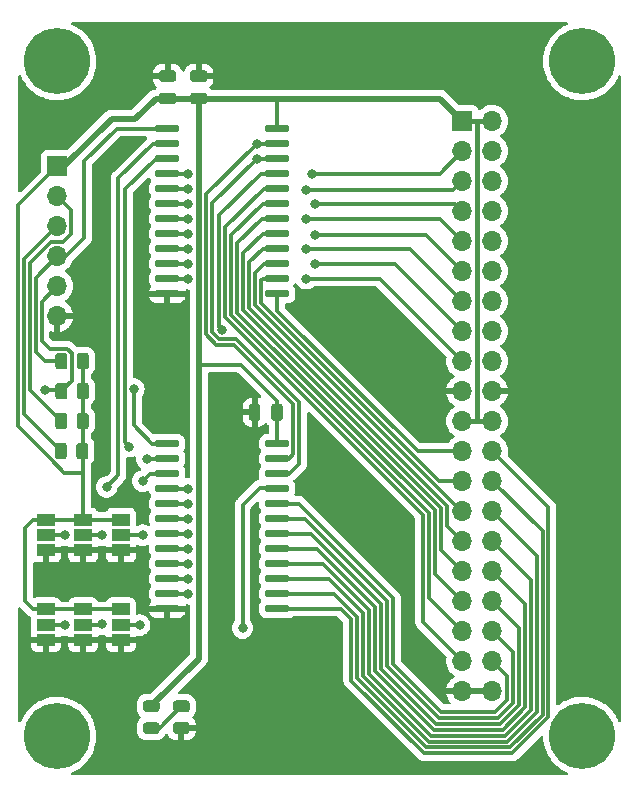
<source format=gtl>
G04 #@! TF.GenerationSoftware,KiCad,Pcbnew,6.0.6-3a73a75311~116~ubuntu22.04.1*
G04 #@! TF.CreationDate,2022-06-23T20:47:55-04:00*
G04 #@! TF.ProjectId,switch_mux_breakout,73776974-6368-45f6-9d75-785f62726561,0*
G04 #@! TF.SameCoordinates,Original*
G04 #@! TF.FileFunction,Copper,L1,Top*
G04 #@! TF.FilePolarity,Positive*
%FSLAX46Y46*%
G04 Gerber Fmt 4.6, Leading zero omitted, Abs format (unit mm)*
G04 Created by KiCad (PCBNEW 6.0.6-3a73a75311~116~ubuntu22.04.1) date 2022-06-23 20:47:55*
%MOMM*%
%LPD*%
G01*
G04 APERTURE LIST*
G04 #@! TA.AperFunction,SMDPad,CuDef*
%ADD10R,1.500000X1.000000*%
G04 #@! TD*
G04 #@! TA.AperFunction,ComponentPad*
%ADD11R,1.700000X1.700000*%
G04 #@! TD*
G04 #@! TA.AperFunction,ComponentPad*
%ADD12O,1.700000X1.700000*%
G04 #@! TD*
G04 #@! TA.AperFunction,ComponentPad*
%ADD13C,5.600000*%
G04 #@! TD*
G04 #@! TA.AperFunction,ViaPad*
%ADD14C,0.800000*%
G04 #@! TD*
G04 #@! TA.AperFunction,Conductor*
%ADD15C,0.300000*%
G04 #@! TD*
G04 #@! TA.AperFunction,Conductor*
%ADD16C,0.500000*%
G04 #@! TD*
G04 #@! TA.AperFunction,Conductor*
%ADD17C,0.400000*%
G04 #@! TD*
G04 APERTURE END LIST*
D10*
X131114801Y-115092001D03*
X131114801Y-113792001D03*
X131114801Y-112492001D03*
G04 #@! TA.AperFunction,SMDPad,CuDef*
G36*
G01*
X135552201Y-77330001D02*
X134602201Y-77330001D01*
G75*
G02*
X134352201Y-77080001I0J250000D01*
G01*
X134352201Y-76580001D01*
G75*
G02*
X134602201Y-76330001I250000J0D01*
G01*
X135552201Y-76330001D01*
G75*
G02*
X135802201Y-76580001I0J-250000D01*
G01*
X135802201Y-77080001D01*
G75*
G02*
X135552201Y-77330001I-250000J0D01*
G01*
G37*
G04 #@! TD.AperFunction*
G04 #@! TA.AperFunction,SMDPad,CuDef*
G36*
G01*
X135552201Y-75430001D02*
X134602201Y-75430001D01*
G75*
G02*
X134352201Y-75180001I0J250000D01*
G01*
X134352201Y-74680001D01*
G75*
G02*
X134602201Y-74430001I250000J0D01*
G01*
X135552201Y-74430001D01*
G75*
G02*
X135802201Y-74680001I0J-250000D01*
G01*
X135802201Y-75180001D01*
G75*
G02*
X135552201Y-75430001I-250000J0D01*
G01*
G37*
G04 #@! TD.AperFunction*
G04 #@! TA.AperFunction,SMDPad,CuDef*
G36*
G01*
X134161851Y-130634801D02*
X133249351Y-130634801D01*
G75*
G02*
X133005601Y-130391051I0J243750D01*
G01*
X133005601Y-129903551D01*
G75*
G02*
X133249351Y-129659801I243750J0D01*
G01*
X134161851Y-129659801D01*
G75*
G02*
X134405601Y-129903551I0J-243750D01*
G01*
X134405601Y-130391051D01*
G75*
G02*
X134161851Y-130634801I-243750J0D01*
G01*
G37*
G04 #@! TD.AperFunction*
G04 #@! TA.AperFunction,SMDPad,CuDef*
G36*
G01*
X134161851Y-128759801D02*
X133249351Y-128759801D01*
G75*
G02*
X133005601Y-128516051I0J243750D01*
G01*
X133005601Y-128028551D01*
G75*
G02*
X133249351Y-127784801I243750J0D01*
G01*
X134161851Y-127784801D01*
G75*
G02*
X134405601Y-128028551I0J-243750D01*
G01*
X134405601Y-128516051D01*
G75*
G02*
X134161851Y-128759801I-243750J0D01*
G01*
G37*
G04 #@! TD.AperFunction*
G04 #@! TA.AperFunction,SMDPad,CuDef*
G36*
G01*
X128425001Y-98610001D02*
X128425001Y-99510001D01*
G75*
G02*
X128175001Y-99760001I-250000J0D01*
G01*
X127650001Y-99760001D01*
G75*
G02*
X127400001Y-99510001I0J250000D01*
G01*
X127400001Y-98610001D01*
G75*
G02*
X127650001Y-98360001I250000J0D01*
G01*
X128175001Y-98360001D01*
G75*
G02*
X128425001Y-98610001I0J-250000D01*
G01*
G37*
G04 #@! TD.AperFunction*
G04 #@! TA.AperFunction,SMDPad,CuDef*
G36*
G01*
X126600001Y-98610001D02*
X126600001Y-99510001D01*
G75*
G02*
X126350001Y-99760001I-250000J0D01*
G01*
X125825001Y-99760001D01*
G75*
G02*
X125575001Y-99510001I0J250000D01*
G01*
X125575001Y-98610001D01*
G75*
G02*
X125825001Y-98360001I250000J0D01*
G01*
X126350001Y-98360001D01*
G75*
G02*
X126600001Y-98610001I0J-250000D01*
G01*
G37*
G04 #@! TD.AperFunction*
X127939801Y-115092001D03*
X127939801Y-113792001D03*
X127939801Y-112492001D03*
D11*
X125730001Y-82550001D03*
D12*
X125730001Y-85090001D03*
X125730001Y-87630001D03*
X125730001Y-90170001D03*
X125730001Y-92710001D03*
X125730001Y-95250001D03*
G04 #@! TA.AperFunction,SMDPad,CuDef*
G36*
G01*
X134025001Y-106195001D02*
X134025001Y-105895001D01*
G75*
G02*
X134175001Y-105745001I150000J0D01*
G01*
X135925001Y-105745001D01*
G75*
G02*
X136075001Y-105895001I0J-150000D01*
G01*
X136075001Y-106195001D01*
G75*
G02*
X135925001Y-106345001I-150000J0D01*
G01*
X134175001Y-106345001D01*
G75*
G02*
X134025001Y-106195001I0J150000D01*
G01*
G37*
G04 #@! TD.AperFunction*
G04 #@! TA.AperFunction,SMDPad,CuDef*
G36*
G01*
X134025001Y-107465001D02*
X134025001Y-107165001D01*
G75*
G02*
X134175001Y-107015001I150000J0D01*
G01*
X135925001Y-107015001D01*
G75*
G02*
X136075001Y-107165001I0J-150000D01*
G01*
X136075001Y-107465001D01*
G75*
G02*
X135925001Y-107615001I-150000J0D01*
G01*
X134175001Y-107615001D01*
G75*
G02*
X134025001Y-107465001I0J150000D01*
G01*
G37*
G04 #@! TD.AperFunction*
G04 #@! TA.AperFunction,SMDPad,CuDef*
G36*
G01*
X134025001Y-108735001D02*
X134025001Y-108435001D01*
G75*
G02*
X134175001Y-108285001I150000J0D01*
G01*
X135925001Y-108285001D01*
G75*
G02*
X136075001Y-108435001I0J-150000D01*
G01*
X136075001Y-108735001D01*
G75*
G02*
X135925001Y-108885001I-150000J0D01*
G01*
X134175001Y-108885001D01*
G75*
G02*
X134025001Y-108735001I0J150000D01*
G01*
G37*
G04 #@! TD.AperFunction*
G04 #@! TA.AperFunction,SMDPad,CuDef*
G36*
G01*
X134025001Y-110005001D02*
X134025001Y-109705001D01*
G75*
G02*
X134175001Y-109555001I150000J0D01*
G01*
X135925001Y-109555001D01*
G75*
G02*
X136075001Y-109705001I0J-150000D01*
G01*
X136075001Y-110005001D01*
G75*
G02*
X135925001Y-110155001I-150000J0D01*
G01*
X134175001Y-110155001D01*
G75*
G02*
X134025001Y-110005001I0J150000D01*
G01*
G37*
G04 #@! TD.AperFunction*
G04 #@! TA.AperFunction,SMDPad,CuDef*
G36*
G01*
X134025001Y-111275001D02*
X134025001Y-110975001D01*
G75*
G02*
X134175001Y-110825001I150000J0D01*
G01*
X135925001Y-110825001D01*
G75*
G02*
X136075001Y-110975001I0J-150000D01*
G01*
X136075001Y-111275001D01*
G75*
G02*
X135925001Y-111425001I-150000J0D01*
G01*
X134175001Y-111425001D01*
G75*
G02*
X134025001Y-111275001I0J150000D01*
G01*
G37*
G04 #@! TD.AperFunction*
G04 #@! TA.AperFunction,SMDPad,CuDef*
G36*
G01*
X134025001Y-112545001D02*
X134025001Y-112245001D01*
G75*
G02*
X134175001Y-112095001I150000J0D01*
G01*
X135925001Y-112095001D01*
G75*
G02*
X136075001Y-112245001I0J-150000D01*
G01*
X136075001Y-112545001D01*
G75*
G02*
X135925001Y-112695001I-150000J0D01*
G01*
X134175001Y-112695001D01*
G75*
G02*
X134025001Y-112545001I0J150000D01*
G01*
G37*
G04 #@! TD.AperFunction*
G04 #@! TA.AperFunction,SMDPad,CuDef*
G36*
G01*
X134025001Y-113815001D02*
X134025001Y-113515001D01*
G75*
G02*
X134175001Y-113365001I150000J0D01*
G01*
X135925001Y-113365001D01*
G75*
G02*
X136075001Y-113515001I0J-150000D01*
G01*
X136075001Y-113815001D01*
G75*
G02*
X135925001Y-113965001I-150000J0D01*
G01*
X134175001Y-113965001D01*
G75*
G02*
X134025001Y-113815001I0J150000D01*
G01*
G37*
G04 #@! TD.AperFunction*
G04 #@! TA.AperFunction,SMDPad,CuDef*
G36*
G01*
X134025001Y-115085001D02*
X134025001Y-114785001D01*
G75*
G02*
X134175001Y-114635001I150000J0D01*
G01*
X135925001Y-114635001D01*
G75*
G02*
X136075001Y-114785001I0J-150000D01*
G01*
X136075001Y-115085001D01*
G75*
G02*
X135925001Y-115235001I-150000J0D01*
G01*
X134175001Y-115235001D01*
G75*
G02*
X134025001Y-115085001I0J150000D01*
G01*
G37*
G04 #@! TD.AperFunction*
G04 #@! TA.AperFunction,SMDPad,CuDef*
G36*
G01*
X134025001Y-116355001D02*
X134025001Y-116055001D01*
G75*
G02*
X134175001Y-115905001I150000J0D01*
G01*
X135925001Y-115905001D01*
G75*
G02*
X136075001Y-116055001I0J-150000D01*
G01*
X136075001Y-116355001D01*
G75*
G02*
X135925001Y-116505001I-150000J0D01*
G01*
X134175001Y-116505001D01*
G75*
G02*
X134025001Y-116355001I0J150000D01*
G01*
G37*
G04 #@! TD.AperFunction*
G04 #@! TA.AperFunction,SMDPad,CuDef*
G36*
G01*
X134025001Y-117625001D02*
X134025001Y-117325001D01*
G75*
G02*
X134175001Y-117175001I150000J0D01*
G01*
X135925001Y-117175001D01*
G75*
G02*
X136075001Y-117325001I0J-150000D01*
G01*
X136075001Y-117625001D01*
G75*
G02*
X135925001Y-117775001I-150000J0D01*
G01*
X134175001Y-117775001D01*
G75*
G02*
X134025001Y-117625001I0J150000D01*
G01*
G37*
G04 #@! TD.AperFunction*
G04 #@! TA.AperFunction,SMDPad,CuDef*
G36*
G01*
X134025001Y-118895001D02*
X134025001Y-118595001D01*
G75*
G02*
X134175001Y-118445001I150000J0D01*
G01*
X135925001Y-118445001D01*
G75*
G02*
X136075001Y-118595001I0J-150000D01*
G01*
X136075001Y-118895001D01*
G75*
G02*
X135925001Y-119045001I-150000J0D01*
G01*
X134175001Y-119045001D01*
G75*
G02*
X134025001Y-118895001I0J150000D01*
G01*
G37*
G04 #@! TD.AperFunction*
G04 #@! TA.AperFunction,SMDPad,CuDef*
G36*
G01*
X134025001Y-120165001D02*
X134025001Y-119865001D01*
G75*
G02*
X134175001Y-119715001I150000J0D01*
G01*
X135925001Y-119715001D01*
G75*
G02*
X136075001Y-119865001I0J-150000D01*
G01*
X136075001Y-120165001D01*
G75*
G02*
X135925001Y-120315001I-150000J0D01*
G01*
X134175001Y-120315001D01*
G75*
G02*
X134025001Y-120165001I0J150000D01*
G01*
G37*
G04 #@! TD.AperFunction*
G04 #@! TA.AperFunction,SMDPad,CuDef*
G36*
G01*
X143325001Y-120165001D02*
X143325001Y-119865001D01*
G75*
G02*
X143475001Y-119715001I150000J0D01*
G01*
X145225001Y-119715001D01*
G75*
G02*
X145375001Y-119865001I0J-150000D01*
G01*
X145375001Y-120165001D01*
G75*
G02*
X145225001Y-120315001I-150000J0D01*
G01*
X143475001Y-120315001D01*
G75*
G02*
X143325001Y-120165001I0J150000D01*
G01*
G37*
G04 #@! TD.AperFunction*
G04 #@! TA.AperFunction,SMDPad,CuDef*
G36*
G01*
X143325001Y-118895001D02*
X143325001Y-118595001D01*
G75*
G02*
X143475001Y-118445001I150000J0D01*
G01*
X145225001Y-118445001D01*
G75*
G02*
X145375001Y-118595001I0J-150000D01*
G01*
X145375001Y-118895001D01*
G75*
G02*
X145225001Y-119045001I-150000J0D01*
G01*
X143475001Y-119045001D01*
G75*
G02*
X143325001Y-118895001I0J150000D01*
G01*
G37*
G04 #@! TD.AperFunction*
G04 #@! TA.AperFunction,SMDPad,CuDef*
G36*
G01*
X143325001Y-117625001D02*
X143325001Y-117325001D01*
G75*
G02*
X143475001Y-117175001I150000J0D01*
G01*
X145225001Y-117175001D01*
G75*
G02*
X145375001Y-117325001I0J-150000D01*
G01*
X145375001Y-117625001D01*
G75*
G02*
X145225001Y-117775001I-150000J0D01*
G01*
X143475001Y-117775001D01*
G75*
G02*
X143325001Y-117625001I0J150000D01*
G01*
G37*
G04 #@! TD.AperFunction*
G04 #@! TA.AperFunction,SMDPad,CuDef*
G36*
G01*
X143325001Y-116355001D02*
X143325001Y-116055001D01*
G75*
G02*
X143475001Y-115905001I150000J0D01*
G01*
X145225001Y-115905001D01*
G75*
G02*
X145375001Y-116055001I0J-150000D01*
G01*
X145375001Y-116355001D01*
G75*
G02*
X145225001Y-116505001I-150000J0D01*
G01*
X143475001Y-116505001D01*
G75*
G02*
X143325001Y-116355001I0J150000D01*
G01*
G37*
G04 #@! TD.AperFunction*
G04 #@! TA.AperFunction,SMDPad,CuDef*
G36*
G01*
X143325001Y-115085001D02*
X143325001Y-114785001D01*
G75*
G02*
X143475001Y-114635001I150000J0D01*
G01*
X145225001Y-114635001D01*
G75*
G02*
X145375001Y-114785001I0J-150000D01*
G01*
X145375001Y-115085001D01*
G75*
G02*
X145225001Y-115235001I-150000J0D01*
G01*
X143475001Y-115235001D01*
G75*
G02*
X143325001Y-115085001I0J150000D01*
G01*
G37*
G04 #@! TD.AperFunction*
G04 #@! TA.AperFunction,SMDPad,CuDef*
G36*
G01*
X143325001Y-113815001D02*
X143325001Y-113515001D01*
G75*
G02*
X143475001Y-113365001I150000J0D01*
G01*
X145225001Y-113365001D01*
G75*
G02*
X145375001Y-113515001I0J-150000D01*
G01*
X145375001Y-113815001D01*
G75*
G02*
X145225001Y-113965001I-150000J0D01*
G01*
X143475001Y-113965001D01*
G75*
G02*
X143325001Y-113815001I0J150000D01*
G01*
G37*
G04 #@! TD.AperFunction*
G04 #@! TA.AperFunction,SMDPad,CuDef*
G36*
G01*
X143325001Y-112545001D02*
X143325001Y-112245001D01*
G75*
G02*
X143475001Y-112095001I150000J0D01*
G01*
X145225001Y-112095001D01*
G75*
G02*
X145375001Y-112245001I0J-150000D01*
G01*
X145375001Y-112545001D01*
G75*
G02*
X145225001Y-112695001I-150000J0D01*
G01*
X143475001Y-112695001D01*
G75*
G02*
X143325001Y-112545001I0J150000D01*
G01*
G37*
G04 #@! TD.AperFunction*
G04 #@! TA.AperFunction,SMDPad,CuDef*
G36*
G01*
X143325001Y-111275001D02*
X143325001Y-110975001D01*
G75*
G02*
X143475001Y-110825001I150000J0D01*
G01*
X145225001Y-110825001D01*
G75*
G02*
X145375001Y-110975001I0J-150000D01*
G01*
X145375001Y-111275001D01*
G75*
G02*
X145225001Y-111425001I-150000J0D01*
G01*
X143475001Y-111425001D01*
G75*
G02*
X143325001Y-111275001I0J150000D01*
G01*
G37*
G04 #@! TD.AperFunction*
G04 #@! TA.AperFunction,SMDPad,CuDef*
G36*
G01*
X143325001Y-110005001D02*
X143325001Y-109705001D01*
G75*
G02*
X143475001Y-109555001I150000J0D01*
G01*
X145225001Y-109555001D01*
G75*
G02*
X145375001Y-109705001I0J-150000D01*
G01*
X145375001Y-110005001D01*
G75*
G02*
X145225001Y-110155001I-150000J0D01*
G01*
X143475001Y-110155001D01*
G75*
G02*
X143325001Y-110005001I0J150000D01*
G01*
G37*
G04 #@! TD.AperFunction*
G04 #@! TA.AperFunction,SMDPad,CuDef*
G36*
G01*
X143325001Y-108735001D02*
X143325001Y-108435001D01*
G75*
G02*
X143475001Y-108285001I150000J0D01*
G01*
X145225001Y-108285001D01*
G75*
G02*
X145375001Y-108435001I0J-150000D01*
G01*
X145375001Y-108735001D01*
G75*
G02*
X145225001Y-108885001I-150000J0D01*
G01*
X143475001Y-108885001D01*
G75*
G02*
X143325001Y-108735001I0J150000D01*
G01*
G37*
G04 #@! TD.AperFunction*
G04 #@! TA.AperFunction,SMDPad,CuDef*
G36*
G01*
X143325001Y-107465001D02*
X143325001Y-107165001D01*
G75*
G02*
X143475001Y-107015001I150000J0D01*
G01*
X145225001Y-107015001D01*
G75*
G02*
X145375001Y-107165001I0J-150000D01*
G01*
X145375001Y-107465001D01*
G75*
G02*
X145225001Y-107615001I-150000J0D01*
G01*
X143475001Y-107615001D01*
G75*
G02*
X143325001Y-107465001I0J150000D01*
G01*
G37*
G04 #@! TD.AperFunction*
G04 #@! TA.AperFunction,SMDPad,CuDef*
G36*
G01*
X143325001Y-106195001D02*
X143325001Y-105895001D01*
G75*
G02*
X143475001Y-105745001I150000J0D01*
G01*
X145225001Y-105745001D01*
G75*
G02*
X145375001Y-105895001I0J-150000D01*
G01*
X145375001Y-106195001D01*
G75*
G02*
X145225001Y-106345001I-150000J0D01*
G01*
X143475001Y-106345001D01*
G75*
G02*
X143325001Y-106195001I0J150000D01*
G01*
G37*
G04 #@! TD.AperFunction*
D10*
X131114801Y-122682001D03*
X131114801Y-121382001D03*
X131114801Y-120082001D03*
D13*
X170180001Y-73660001D03*
G04 #@! TA.AperFunction,SMDPad,CuDef*
G36*
G01*
X128425001Y-101150001D02*
X128425001Y-102050001D01*
G75*
G02*
X128175001Y-102300001I-250000J0D01*
G01*
X127650001Y-102300001D01*
G75*
G02*
X127400001Y-102050001I0J250000D01*
G01*
X127400001Y-101150001D01*
G75*
G02*
X127650001Y-100900001I250000J0D01*
G01*
X128175001Y-100900001D01*
G75*
G02*
X128425001Y-101150001I0J-250000D01*
G01*
G37*
G04 #@! TD.AperFunction*
G04 #@! TA.AperFunction,SMDPad,CuDef*
G36*
G01*
X126600001Y-101150001D02*
X126600001Y-102050001D01*
G75*
G02*
X126350001Y-102300001I-250000J0D01*
G01*
X125825001Y-102300001D01*
G75*
G02*
X125575001Y-102050001I0J250000D01*
G01*
X125575001Y-101150001D01*
G75*
G02*
X125825001Y-100900001I250000J0D01*
G01*
X126350001Y-100900001D01*
G75*
G02*
X126600001Y-101150001I0J-250000D01*
G01*
G37*
G04 #@! TD.AperFunction*
G04 #@! TA.AperFunction,SMDPad,CuDef*
G36*
G01*
X144843201Y-102928401D02*
X144843201Y-103878401D01*
G75*
G02*
X144593201Y-104128401I-250000J0D01*
G01*
X144093201Y-104128401D01*
G75*
G02*
X143843201Y-103878401I0J250000D01*
G01*
X143843201Y-102928401D01*
G75*
G02*
X144093201Y-102678401I250000J0D01*
G01*
X144593201Y-102678401D01*
G75*
G02*
X144843201Y-102928401I0J-250000D01*
G01*
G37*
G04 #@! TD.AperFunction*
G04 #@! TA.AperFunction,SMDPad,CuDef*
G36*
G01*
X142943201Y-102928401D02*
X142943201Y-103878401D01*
G75*
G02*
X142693201Y-104128401I-250000J0D01*
G01*
X142193201Y-104128401D01*
G75*
G02*
X141943201Y-103878401I0J250000D01*
G01*
X141943201Y-102928401D01*
G75*
G02*
X142193201Y-102678401I250000J0D01*
G01*
X142693201Y-102678401D01*
G75*
G02*
X142943201Y-102928401I0J-250000D01*
G01*
G37*
G04 #@! TD.AperFunction*
X170180001Y-130810001D03*
D10*
X124764801Y-115092001D03*
X124764801Y-113792001D03*
X124764801Y-112492001D03*
G04 #@! TA.AperFunction,SMDPad,CuDef*
G36*
G01*
X135795601Y-127787101D02*
X136695601Y-127787101D01*
G75*
G02*
X136945601Y-128037101I0J-250000D01*
G01*
X136945601Y-128562101D01*
G75*
G02*
X136695601Y-128812101I-250000J0D01*
G01*
X135795601Y-128812101D01*
G75*
G02*
X135545601Y-128562101I0J250000D01*
G01*
X135545601Y-128037101D01*
G75*
G02*
X135795601Y-127787101I250000J0D01*
G01*
G37*
G04 #@! TD.AperFunction*
G04 #@! TA.AperFunction,SMDPad,CuDef*
G36*
G01*
X135795601Y-129612101D02*
X136695601Y-129612101D01*
G75*
G02*
X136945601Y-129862101I0J-250000D01*
G01*
X136945601Y-130387101D01*
G75*
G02*
X136695601Y-130637101I-250000J0D01*
G01*
X135795601Y-130637101D01*
G75*
G02*
X135545601Y-130387101I0J250000D01*
G01*
X135545601Y-129862101D01*
G75*
G02*
X135795601Y-129612101I250000J0D01*
G01*
G37*
G04 #@! TD.AperFunction*
G04 #@! TA.AperFunction,SMDPad,CuDef*
G36*
G01*
X128378001Y-106230001D02*
X128378001Y-107130001D01*
G75*
G02*
X128128001Y-107380001I-250000J0D01*
G01*
X127603001Y-107380001D01*
G75*
G02*
X127353001Y-107130001I0J250000D01*
G01*
X127353001Y-106230001D01*
G75*
G02*
X127603001Y-105980001I250000J0D01*
G01*
X128128001Y-105980001D01*
G75*
G02*
X128378001Y-106230001I0J-250000D01*
G01*
G37*
G04 #@! TD.AperFunction*
G04 #@! TA.AperFunction,SMDPad,CuDef*
G36*
G01*
X126553001Y-106230001D02*
X126553001Y-107130001D01*
G75*
G02*
X126303001Y-107380001I-250000J0D01*
G01*
X125778001Y-107380001D01*
G75*
G02*
X125528001Y-107130001I0J250000D01*
G01*
X125528001Y-106230001D01*
G75*
G02*
X125778001Y-105980001I250000J0D01*
G01*
X126303001Y-105980001D01*
G75*
G02*
X126553001Y-106230001I0J-250000D01*
G01*
G37*
G04 #@! TD.AperFunction*
D13*
X125730001Y-130810001D03*
G04 #@! TA.AperFunction,SMDPad,CuDef*
G36*
G01*
X138193801Y-77330001D02*
X137243801Y-77330001D01*
G75*
G02*
X136993801Y-77080001I0J250000D01*
G01*
X136993801Y-76580001D01*
G75*
G02*
X137243801Y-76330001I250000J0D01*
G01*
X138193801Y-76330001D01*
G75*
G02*
X138443801Y-76580001I0J-250000D01*
G01*
X138443801Y-77080001D01*
G75*
G02*
X138193801Y-77330001I-250000J0D01*
G01*
G37*
G04 #@! TD.AperFunction*
G04 #@! TA.AperFunction,SMDPad,CuDef*
G36*
G01*
X138193801Y-75430001D02*
X137243801Y-75430001D01*
G75*
G02*
X136993801Y-75180001I0J250000D01*
G01*
X136993801Y-74680001D01*
G75*
G02*
X137243801Y-74430001I250000J0D01*
G01*
X138193801Y-74430001D01*
G75*
G02*
X138443801Y-74680001I0J-250000D01*
G01*
X138443801Y-75180001D01*
G75*
G02*
X138193801Y-75430001I-250000J0D01*
G01*
G37*
G04 #@! TD.AperFunction*
G04 #@! TA.AperFunction,SMDPad,CuDef*
G36*
G01*
X128401501Y-103690001D02*
X128401501Y-104590001D01*
G75*
G02*
X128151501Y-104840001I-250000J0D01*
G01*
X127626501Y-104840001D01*
G75*
G02*
X127376501Y-104590001I0J250000D01*
G01*
X127376501Y-103690001D01*
G75*
G02*
X127626501Y-103440001I250000J0D01*
G01*
X128151501Y-103440001D01*
G75*
G02*
X128401501Y-103690001I0J-250000D01*
G01*
G37*
G04 #@! TD.AperFunction*
G04 #@! TA.AperFunction,SMDPad,CuDef*
G36*
G01*
X126576501Y-103690001D02*
X126576501Y-104590001D01*
G75*
G02*
X126326501Y-104840001I-250000J0D01*
G01*
X125801501Y-104840001D01*
G75*
G02*
X125551501Y-104590001I0J250000D01*
G01*
X125551501Y-103690001D01*
G75*
G02*
X125801501Y-103440001I250000J0D01*
G01*
X126326501Y-103440001D01*
G75*
G02*
X126576501Y-103690001I0J-250000D01*
G01*
G37*
G04 #@! TD.AperFunction*
D10*
X124764801Y-122682001D03*
X124764801Y-121382001D03*
X124764801Y-120082001D03*
G04 #@! TA.AperFunction,SMDPad,CuDef*
G36*
G01*
X134025001Y-79525001D02*
X134025001Y-79225001D01*
G75*
G02*
X134175001Y-79075001I150000J0D01*
G01*
X135925001Y-79075001D01*
G75*
G02*
X136075001Y-79225001I0J-150000D01*
G01*
X136075001Y-79525001D01*
G75*
G02*
X135925001Y-79675001I-150000J0D01*
G01*
X134175001Y-79675001D01*
G75*
G02*
X134025001Y-79525001I0J150000D01*
G01*
G37*
G04 #@! TD.AperFunction*
G04 #@! TA.AperFunction,SMDPad,CuDef*
G36*
G01*
X134025001Y-80795001D02*
X134025001Y-80495001D01*
G75*
G02*
X134175001Y-80345001I150000J0D01*
G01*
X135925001Y-80345001D01*
G75*
G02*
X136075001Y-80495001I0J-150000D01*
G01*
X136075001Y-80795001D01*
G75*
G02*
X135925001Y-80945001I-150000J0D01*
G01*
X134175001Y-80945001D01*
G75*
G02*
X134025001Y-80795001I0J150000D01*
G01*
G37*
G04 #@! TD.AperFunction*
G04 #@! TA.AperFunction,SMDPad,CuDef*
G36*
G01*
X134025001Y-82065001D02*
X134025001Y-81765001D01*
G75*
G02*
X134175001Y-81615001I150000J0D01*
G01*
X135925001Y-81615001D01*
G75*
G02*
X136075001Y-81765001I0J-150000D01*
G01*
X136075001Y-82065001D01*
G75*
G02*
X135925001Y-82215001I-150000J0D01*
G01*
X134175001Y-82215001D01*
G75*
G02*
X134025001Y-82065001I0J150000D01*
G01*
G37*
G04 #@! TD.AperFunction*
G04 #@! TA.AperFunction,SMDPad,CuDef*
G36*
G01*
X134025001Y-83335001D02*
X134025001Y-83035001D01*
G75*
G02*
X134175001Y-82885001I150000J0D01*
G01*
X135925001Y-82885001D01*
G75*
G02*
X136075001Y-83035001I0J-150000D01*
G01*
X136075001Y-83335001D01*
G75*
G02*
X135925001Y-83485001I-150000J0D01*
G01*
X134175001Y-83485001D01*
G75*
G02*
X134025001Y-83335001I0J150000D01*
G01*
G37*
G04 #@! TD.AperFunction*
G04 #@! TA.AperFunction,SMDPad,CuDef*
G36*
G01*
X134025001Y-84605001D02*
X134025001Y-84305001D01*
G75*
G02*
X134175001Y-84155001I150000J0D01*
G01*
X135925001Y-84155001D01*
G75*
G02*
X136075001Y-84305001I0J-150000D01*
G01*
X136075001Y-84605001D01*
G75*
G02*
X135925001Y-84755001I-150000J0D01*
G01*
X134175001Y-84755001D01*
G75*
G02*
X134025001Y-84605001I0J150000D01*
G01*
G37*
G04 #@! TD.AperFunction*
G04 #@! TA.AperFunction,SMDPad,CuDef*
G36*
G01*
X134025001Y-85875001D02*
X134025001Y-85575001D01*
G75*
G02*
X134175001Y-85425001I150000J0D01*
G01*
X135925001Y-85425001D01*
G75*
G02*
X136075001Y-85575001I0J-150000D01*
G01*
X136075001Y-85875001D01*
G75*
G02*
X135925001Y-86025001I-150000J0D01*
G01*
X134175001Y-86025001D01*
G75*
G02*
X134025001Y-85875001I0J150000D01*
G01*
G37*
G04 #@! TD.AperFunction*
G04 #@! TA.AperFunction,SMDPad,CuDef*
G36*
G01*
X134025001Y-87145001D02*
X134025001Y-86845001D01*
G75*
G02*
X134175001Y-86695001I150000J0D01*
G01*
X135925001Y-86695001D01*
G75*
G02*
X136075001Y-86845001I0J-150000D01*
G01*
X136075001Y-87145001D01*
G75*
G02*
X135925001Y-87295001I-150000J0D01*
G01*
X134175001Y-87295001D01*
G75*
G02*
X134025001Y-87145001I0J150000D01*
G01*
G37*
G04 #@! TD.AperFunction*
G04 #@! TA.AperFunction,SMDPad,CuDef*
G36*
G01*
X134025001Y-88415001D02*
X134025001Y-88115001D01*
G75*
G02*
X134175001Y-87965001I150000J0D01*
G01*
X135925001Y-87965001D01*
G75*
G02*
X136075001Y-88115001I0J-150000D01*
G01*
X136075001Y-88415001D01*
G75*
G02*
X135925001Y-88565001I-150000J0D01*
G01*
X134175001Y-88565001D01*
G75*
G02*
X134025001Y-88415001I0J150000D01*
G01*
G37*
G04 #@! TD.AperFunction*
G04 #@! TA.AperFunction,SMDPad,CuDef*
G36*
G01*
X134025001Y-89685001D02*
X134025001Y-89385001D01*
G75*
G02*
X134175001Y-89235001I150000J0D01*
G01*
X135925001Y-89235001D01*
G75*
G02*
X136075001Y-89385001I0J-150000D01*
G01*
X136075001Y-89685001D01*
G75*
G02*
X135925001Y-89835001I-150000J0D01*
G01*
X134175001Y-89835001D01*
G75*
G02*
X134025001Y-89685001I0J150000D01*
G01*
G37*
G04 #@! TD.AperFunction*
G04 #@! TA.AperFunction,SMDPad,CuDef*
G36*
G01*
X134025001Y-90955001D02*
X134025001Y-90655001D01*
G75*
G02*
X134175001Y-90505001I150000J0D01*
G01*
X135925001Y-90505001D01*
G75*
G02*
X136075001Y-90655001I0J-150000D01*
G01*
X136075001Y-90955001D01*
G75*
G02*
X135925001Y-91105001I-150000J0D01*
G01*
X134175001Y-91105001D01*
G75*
G02*
X134025001Y-90955001I0J150000D01*
G01*
G37*
G04 #@! TD.AperFunction*
G04 #@! TA.AperFunction,SMDPad,CuDef*
G36*
G01*
X134025001Y-92225001D02*
X134025001Y-91925001D01*
G75*
G02*
X134175001Y-91775001I150000J0D01*
G01*
X135925001Y-91775001D01*
G75*
G02*
X136075001Y-91925001I0J-150000D01*
G01*
X136075001Y-92225001D01*
G75*
G02*
X135925001Y-92375001I-150000J0D01*
G01*
X134175001Y-92375001D01*
G75*
G02*
X134025001Y-92225001I0J150000D01*
G01*
G37*
G04 #@! TD.AperFunction*
G04 #@! TA.AperFunction,SMDPad,CuDef*
G36*
G01*
X134025001Y-93495001D02*
X134025001Y-93195001D01*
G75*
G02*
X134175001Y-93045001I150000J0D01*
G01*
X135925001Y-93045001D01*
G75*
G02*
X136075001Y-93195001I0J-150000D01*
G01*
X136075001Y-93495001D01*
G75*
G02*
X135925001Y-93645001I-150000J0D01*
G01*
X134175001Y-93645001D01*
G75*
G02*
X134025001Y-93495001I0J150000D01*
G01*
G37*
G04 #@! TD.AperFunction*
G04 #@! TA.AperFunction,SMDPad,CuDef*
G36*
G01*
X143325001Y-93495001D02*
X143325001Y-93195001D01*
G75*
G02*
X143475001Y-93045001I150000J0D01*
G01*
X145225001Y-93045001D01*
G75*
G02*
X145375001Y-93195001I0J-150000D01*
G01*
X145375001Y-93495001D01*
G75*
G02*
X145225001Y-93645001I-150000J0D01*
G01*
X143475001Y-93645001D01*
G75*
G02*
X143325001Y-93495001I0J150000D01*
G01*
G37*
G04 #@! TD.AperFunction*
G04 #@! TA.AperFunction,SMDPad,CuDef*
G36*
G01*
X143325001Y-92225001D02*
X143325001Y-91925001D01*
G75*
G02*
X143475001Y-91775001I150000J0D01*
G01*
X145225001Y-91775001D01*
G75*
G02*
X145375001Y-91925001I0J-150000D01*
G01*
X145375001Y-92225001D01*
G75*
G02*
X145225001Y-92375001I-150000J0D01*
G01*
X143475001Y-92375001D01*
G75*
G02*
X143325001Y-92225001I0J150000D01*
G01*
G37*
G04 #@! TD.AperFunction*
G04 #@! TA.AperFunction,SMDPad,CuDef*
G36*
G01*
X143325001Y-90955001D02*
X143325001Y-90655001D01*
G75*
G02*
X143475001Y-90505001I150000J0D01*
G01*
X145225001Y-90505001D01*
G75*
G02*
X145375001Y-90655001I0J-150000D01*
G01*
X145375001Y-90955001D01*
G75*
G02*
X145225001Y-91105001I-150000J0D01*
G01*
X143475001Y-91105001D01*
G75*
G02*
X143325001Y-90955001I0J150000D01*
G01*
G37*
G04 #@! TD.AperFunction*
G04 #@! TA.AperFunction,SMDPad,CuDef*
G36*
G01*
X143325001Y-89685001D02*
X143325001Y-89385001D01*
G75*
G02*
X143475001Y-89235001I150000J0D01*
G01*
X145225001Y-89235001D01*
G75*
G02*
X145375001Y-89385001I0J-150000D01*
G01*
X145375001Y-89685001D01*
G75*
G02*
X145225001Y-89835001I-150000J0D01*
G01*
X143475001Y-89835001D01*
G75*
G02*
X143325001Y-89685001I0J150000D01*
G01*
G37*
G04 #@! TD.AperFunction*
G04 #@! TA.AperFunction,SMDPad,CuDef*
G36*
G01*
X143325001Y-88415001D02*
X143325001Y-88115001D01*
G75*
G02*
X143475001Y-87965001I150000J0D01*
G01*
X145225001Y-87965001D01*
G75*
G02*
X145375001Y-88115001I0J-150000D01*
G01*
X145375001Y-88415001D01*
G75*
G02*
X145225001Y-88565001I-150000J0D01*
G01*
X143475001Y-88565001D01*
G75*
G02*
X143325001Y-88415001I0J150000D01*
G01*
G37*
G04 #@! TD.AperFunction*
G04 #@! TA.AperFunction,SMDPad,CuDef*
G36*
G01*
X143325001Y-87145001D02*
X143325001Y-86845001D01*
G75*
G02*
X143475001Y-86695001I150000J0D01*
G01*
X145225001Y-86695001D01*
G75*
G02*
X145375001Y-86845001I0J-150000D01*
G01*
X145375001Y-87145001D01*
G75*
G02*
X145225001Y-87295001I-150000J0D01*
G01*
X143475001Y-87295001D01*
G75*
G02*
X143325001Y-87145001I0J150000D01*
G01*
G37*
G04 #@! TD.AperFunction*
G04 #@! TA.AperFunction,SMDPad,CuDef*
G36*
G01*
X143325001Y-85875001D02*
X143325001Y-85575001D01*
G75*
G02*
X143475001Y-85425001I150000J0D01*
G01*
X145225001Y-85425001D01*
G75*
G02*
X145375001Y-85575001I0J-150000D01*
G01*
X145375001Y-85875001D01*
G75*
G02*
X145225001Y-86025001I-150000J0D01*
G01*
X143475001Y-86025001D01*
G75*
G02*
X143325001Y-85875001I0J150000D01*
G01*
G37*
G04 #@! TD.AperFunction*
G04 #@! TA.AperFunction,SMDPad,CuDef*
G36*
G01*
X143325001Y-84605001D02*
X143325001Y-84305001D01*
G75*
G02*
X143475001Y-84155001I150000J0D01*
G01*
X145225001Y-84155001D01*
G75*
G02*
X145375001Y-84305001I0J-150000D01*
G01*
X145375001Y-84605001D01*
G75*
G02*
X145225001Y-84755001I-150000J0D01*
G01*
X143475001Y-84755001D01*
G75*
G02*
X143325001Y-84605001I0J150000D01*
G01*
G37*
G04 #@! TD.AperFunction*
G04 #@! TA.AperFunction,SMDPad,CuDef*
G36*
G01*
X143325001Y-83335001D02*
X143325001Y-83035001D01*
G75*
G02*
X143475001Y-82885001I150000J0D01*
G01*
X145225001Y-82885001D01*
G75*
G02*
X145375001Y-83035001I0J-150000D01*
G01*
X145375001Y-83335001D01*
G75*
G02*
X145225001Y-83485001I-150000J0D01*
G01*
X143475001Y-83485001D01*
G75*
G02*
X143325001Y-83335001I0J150000D01*
G01*
G37*
G04 #@! TD.AperFunction*
G04 #@! TA.AperFunction,SMDPad,CuDef*
G36*
G01*
X143325001Y-82065001D02*
X143325001Y-81765001D01*
G75*
G02*
X143475001Y-81615001I150000J0D01*
G01*
X145225001Y-81615001D01*
G75*
G02*
X145375001Y-81765001I0J-150000D01*
G01*
X145375001Y-82065001D01*
G75*
G02*
X145225001Y-82215001I-150000J0D01*
G01*
X143475001Y-82215001D01*
G75*
G02*
X143325001Y-82065001I0J150000D01*
G01*
G37*
G04 #@! TD.AperFunction*
G04 #@! TA.AperFunction,SMDPad,CuDef*
G36*
G01*
X143325001Y-80795001D02*
X143325001Y-80495001D01*
G75*
G02*
X143475001Y-80345001I150000J0D01*
G01*
X145225001Y-80345001D01*
G75*
G02*
X145375001Y-80495001I0J-150000D01*
G01*
X145375001Y-80795001D01*
G75*
G02*
X145225001Y-80945001I-150000J0D01*
G01*
X143475001Y-80945001D01*
G75*
G02*
X143325001Y-80795001I0J150000D01*
G01*
G37*
G04 #@! TD.AperFunction*
G04 #@! TA.AperFunction,SMDPad,CuDef*
G36*
G01*
X143325001Y-79525001D02*
X143325001Y-79225001D01*
G75*
G02*
X143475001Y-79075001I150000J0D01*
G01*
X145225001Y-79075001D01*
G75*
G02*
X145375001Y-79225001I0J-150000D01*
G01*
X145375001Y-79525001D01*
G75*
G02*
X145225001Y-79675001I-150000J0D01*
G01*
X143475001Y-79675001D01*
G75*
G02*
X143325001Y-79525001I0J150000D01*
G01*
G37*
G04 #@! TD.AperFunction*
X127939801Y-122682001D03*
X127939801Y-121382001D03*
X127939801Y-120082001D03*
D11*
X160020001Y-78740001D03*
D12*
X162560001Y-78740001D03*
X160020001Y-81280001D03*
X162560001Y-81280001D03*
X160020001Y-83820001D03*
X162560001Y-83820001D03*
X160020001Y-86360001D03*
X162560001Y-86360001D03*
X160020001Y-88900001D03*
X162560001Y-88900001D03*
X160020001Y-91440001D03*
X162560001Y-91440001D03*
X160020001Y-93980001D03*
X162560001Y-93980001D03*
X160020001Y-96520001D03*
X162560001Y-96520001D03*
X160020001Y-99060001D03*
X162560001Y-99060001D03*
X160020001Y-101600001D03*
X162560001Y-101600001D03*
X160020001Y-104140001D03*
X162560001Y-104140001D03*
X160020001Y-106680001D03*
X162560001Y-106680001D03*
X160020001Y-109220001D03*
X162560001Y-109220001D03*
X160020001Y-111760001D03*
X162560001Y-111760001D03*
X160020001Y-114300001D03*
X162560001Y-114300001D03*
X160020001Y-116840001D03*
X162560001Y-116840001D03*
X160020001Y-119380001D03*
X162560001Y-119380001D03*
X160020001Y-121920001D03*
X162560001Y-121920001D03*
X160020001Y-124460001D03*
X162560001Y-124460001D03*
X160020001Y-127000001D03*
X162560001Y-127000001D03*
D13*
X125730001Y-73660001D03*
D14*
X142621001Y-81915001D03*
X142621001Y-80645001D03*
X124688601Y-101549201D03*
X132219901Y-101422201D03*
X132969001Y-113792001D03*
X139700001Y-96418401D03*
X129921001Y-109728001D03*
X129540001Y-113792001D03*
X126365001Y-113792001D03*
X131826001Y-106299001D03*
X141427201Y-121666001D03*
X132715001Y-121412001D03*
X147320001Y-83185001D03*
X136779001Y-83185001D03*
X136779001Y-109855001D03*
X146812001Y-84582001D03*
X136779001Y-84455001D03*
X136779001Y-111125001D03*
X147574001Y-85725001D03*
X136779001Y-85725001D03*
X136779001Y-112395001D03*
X146812001Y-86995001D03*
X136779001Y-86995001D03*
X136779001Y-113665001D03*
X147574001Y-88392001D03*
X136779001Y-88265001D03*
X136779001Y-114935001D03*
X146812001Y-89535001D03*
X136779001Y-89535001D03*
X136779001Y-116205001D03*
X136779001Y-90805001D03*
X147574001Y-90805001D03*
X136779001Y-117475001D03*
X146812001Y-92075001D03*
X136779001Y-92075001D03*
X136779001Y-118745001D03*
X133299201Y-107340401D03*
X129540001Y-121361201D03*
X126365001Y-121412001D03*
X132969001Y-109220001D03*
X135051801Y-121462801D03*
X138430001Y-130175001D03*
X140131801Y-74980801D03*
X141351001Y-101727001D03*
X127965201Y-117830601D03*
X134950201Y-95250001D03*
X132842001Y-74980801D03*
D15*
X134397901Y-130147301D02*
X136245601Y-128299601D01*
X133705601Y-130147301D02*
X134397901Y-130147301D01*
X144350001Y-81915001D02*
X142621001Y-81915001D01*
X126929512Y-86289512D02*
X126929512Y-88267834D01*
X146224041Y-107750561D02*
X145389601Y-108585001D01*
X139389542Y-97167912D02*
X140906712Y-97167912D01*
X123410162Y-90793474D02*
X123410162Y-101486162D01*
X140906712Y-97167912D02*
X146224041Y-102485241D01*
X126929512Y-88267834D02*
X126226856Y-88970490D01*
X145389601Y-108585001D02*
X144350001Y-108585001D01*
X146224041Y-102485241D02*
X146224041Y-107750561D01*
X142621001Y-81915001D02*
X138817841Y-85718161D01*
X125233146Y-88970490D02*
X123410162Y-90793474D01*
X123410162Y-101486162D02*
X126064001Y-104140001D01*
X126226856Y-88970490D02*
X125233146Y-88970490D01*
X125730001Y-85090001D02*
X126929512Y-86289512D01*
X138817841Y-96596211D02*
X139389542Y-97167912D01*
X138817841Y-85718161D02*
X138817841Y-96596211D01*
X138318321Y-84947681D02*
X142621001Y-80645001D01*
X138318321Y-96803118D02*
X138318321Y-84947681D01*
X145724521Y-102692149D02*
X140699803Y-97667431D01*
X122910642Y-90449360D02*
X125730001Y-87630001D01*
X139182633Y-97667431D02*
X138318321Y-96803118D01*
X122910642Y-103550142D02*
X122910642Y-90449360D01*
X144350001Y-107315001D02*
X145338801Y-107315001D01*
X144350001Y-80645001D02*
X142621001Y-80645001D01*
X140699803Y-97667431D02*
X139182633Y-97667431D01*
X145338801Y-107315001D02*
X145724521Y-106929281D01*
X126040501Y-106680001D02*
X122910642Y-103550142D01*
X145724521Y-106929281D02*
X145724521Y-102692149D01*
X125730001Y-90170001D02*
X126492001Y-90170001D01*
X130784601Y-79375001D02*
X135050001Y-79375001D01*
X123909681Y-98306481D02*
X123909681Y-91990321D01*
X128016001Y-82143601D02*
X130784601Y-79375001D01*
X124663201Y-99060001D02*
X123909681Y-98306481D01*
X126492001Y-90170001D02*
X128016001Y-88646001D01*
X126087501Y-99060001D02*
X124663201Y-99060001D01*
X123909681Y-91990321D02*
X125730001Y-90170001D01*
X128016001Y-88646001D02*
X128016001Y-82143601D01*
X132219901Y-104508501D02*
X133756401Y-106045001D01*
X126598330Y-98010481D02*
X125086881Y-98010481D01*
X124409201Y-97332801D02*
X124409201Y-94030801D01*
X124688601Y-101549201D02*
X126036701Y-101549201D01*
X126036701Y-101549201D02*
X126087501Y-101600001D01*
X132219901Y-101422201D02*
X132219901Y-104508501D01*
X126949521Y-98361672D02*
X126598330Y-98010481D01*
X125086881Y-98010481D02*
X124409201Y-97332801D01*
X133756401Y-106045001D02*
X135050001Y-106045001D01*
X126087501Y-101600001D02*
X126949521Y-100737981D01*
X126949521Y-100737981D02*
X126949521Y-98361672D01*
X124409201Y-94030801D02*
X125730001Y-92710001D01*
X139446001Y-86715601D02*
X142976601Y-83185001D01*
X132969001Y-113792001D02*
X131114801Y-113792001D01*
X139446001Y-86715601D02*
X139446001Y-96164401D01*
X139446001Y-96164401D02*
X139700001Y-96418401D01*
X144350001Y-83185001D02*
X142976601Y-83185001D01*
X127939801Y-113792001D02*
X129540001Y-113792001D01*
X130911601Y-83566001D02*
X133832601Y-80645001D01*
X133832601Y-80645001D02*
X135050001Y-80645001D01*
X129921001Y-109728001D02*
X130911601Y-108737401D01*
X130911601Y-108737401D02*
X130911601Y-83566001D01*
X131470390Y-105943390D02*
X131470390Y-84531212D01*
X131470390Y-84531212D02*
X134086601Y-81915001D01*
X134086601Y-81915001D02*
X135050001Y-81915001D01*
X124764801Y-113792001D02*
X126365001Y-113792001D01*
X131826001Y-106299001D02*
X131470390Y-105943390D01*
X144273801Y-109778801D02*
X144350001Y-109855001D01*
X132715001Y-121412001D02*
X131144801Y-121412001D01*
X131144801Y-121412001D02*
X131114801Y-121382001D01*
X142900401Y-109778801D02*
X144273801Y-109778801D01*
X141427201Y-121666001D02*
X141427201Y-111252001D01*
X141427201Y-111252001D02*
X142900401Y-109778801D01*
X158115001Y-83185001D02*
X147320001Y-83185001D01*
X136779001Y-83185001D02*
X135050001Y-83185001D01*
X160020001Y-81280001D02*
X158115001Y-83185001D01*
X135050001Y-109855001D02*
X136779001Y-109855001D01*
X136779001Y-84455001D02*
X135050001Y-84455001D01*
X160020001Y-83820001D02*
X159258001Y-84582001D01*
X159258001Y-84582001D02*
X146812001Y-84582001D01*
X135050001Y-111125001D02*
X136779001Y-111125001D01*
X147574001Y-85725001D02*
X159385001Y-85725001D01*
X159385001Y-85725001D02*
X160020001Y-86360001D01*
X136779001Y-85725001D02*
X135050001Y-85725001D01*
X135050001Y-112395001D02*
X136779001Y-112395001D01*
X146812001Y-86995001D02*
X158115001Y-86995001D01*
X136779001Y-86995001D02*
X135050001Y-86995001D01*
X158115001Y-86995001D02*
X160020001Y-88900001D01*
X135050001Y-113665001D02*
X136779001Y-113665001D01*
X156972001Y-88392001D02*
X147574001Y-88392001D01*
X160020001Y-91440001D02*
X156972001Y-88392001D01*
X136779001Y-88265001D02*
X135050001Y-88265001D01*
X135050001Y-114935001D02*
X136779001Y-114935001D01*
X160020001Y-93980001D02*
X155575001Y-89535001D01*
X155575001Y-89535001D02*
X146812001Y-89535001D01*
X136779001Y-89535001D02*
X135050001Y-89535001D01*
X135050001Y-116205001D02*
X136779001Y-116205001D01*
X154305001Y-90805001D02*
X160020001Y-96520001D01*
X136779001Y-90805001D02*
X135050001Y-90805001D01*
X147574001Y-90805001D02*
X154305001Y-90805001D01*
X135050001Y-117475001D02*
X136779001Y-117475001D01*
X160020001Y-99060001D02*
X153035001Y-92075001D01*
X136779001Y-92075001D02*
X135050001Y-92075001D01*
X153035001Y-92075001D02*
X146812001Y-92075001D01*
X135050001Y-118745001D02*
X136779001Y-118745001D01*
X144350001Y-93345001D02*
X144350001Y-94788289D01*
X144350001Y-94788289D02*
X156241713Y-106680001D01*
X156241713Y-106680001D02*
X160020001Y-106680001D01*
X150622001Y-120904001D02*
X149733001Y-120015001D01*
X162560001Y-106680001D02*
X167326578Y-111446578D01*
X149733001Y-120015001D02*
X144350001Y-120015001D01*
X164262336Y-132274573D02*
X156785573Y-132274573D01*
X167326578Y-111446578D02*
X167326578Y-129210331D01*
X156785573Y-132274573D02*
X150622001Y-126111001D01*
X167326578Y-129210331D02*
X164262336Y-132274573D01*
X150622001Y-126111001D02*
X150622001Y-120904001D01*
X142975481Y-94120197D02*
X158075285Y-109220001D01*
X144350001Y-92075001D02*
X143129001Y-92075001D01*
X158075285Y-109220001D02*
X160020001Y-109220001D01*
X143129001Y-92075001D02*
X142975481Y-92228521D01*
X142975481Y-92228521D02*
X142975481Y-94120197D01*
X144350001Y-118745001D02*
X149169416Y-118745001D01*
X151130001Y-125912585D02*
X156992478Y-131775062D01*
X151130001Y-120705586D02*
X151130001Y-125912585D01*
X149169416Y-118745001D02*
X151130001Y-120705586D01*
X166827067Y-113487067D02*
X162560001Y-109220001D01*
X166827067Y-129003424D02*
X166827067Y-113487067D01*
X164055430Y-131775063D02*
X166827067Y-129003424D01*
X156992478Y-131775062D02*
X164055430Y-131775063D01*
X159908857Y-111760001D02*
X160020001Y-111760001D01*
X142475961Y-91585041D02*
X142475961Y-94327105D01*
X142475961Y-94327105D02*
X159908857Y-111760001D01*
X143256001Y-90805001D02*
X142475961Y-91585041D01*
X144350001Y-90805001D02*
X143256001Y-90805001D01*
X151638001Y-125714169D02*
X157199383Y-131275551D01*
X166327556Y-128796520D02*
X166327556Y-115527556D01*
X151638001Y-120396001D02*
X151638001Y-125714169D01*
X144350001Y-117475001D02*
X148717001Y-117475001D01*
X163848525Y-131275553D02*
X166327556Y-128796520D01*
X166327556Y-115527556D02*
X162560001Y-111760001D01*
X157199383Y-131275551D02*
X163848525Y-131275553D01*
X148717001Y-117475001D02*
X151638001Y-120396001D01*
X158750001Y-113030001D02*
X160020001Y-114300001D01*
X141976441Y-90687561D02*
X141976441Y-94534013D01*
X141976441Y-94534013D02*
X158750001Y-111307573D01*
X144350001Y-89535001D02*
X143129001Y-89535001D01*
X158750001Y-111307573D02*
X158750001Y-113030001D01*
X143129001Y-89535001D02*
X141976441Y-90687561D01*
X165828045Y-128589616D02*
X165828045Y-117568045D01*
X163641620Y-130776043D02*
X165828045Y-128589616D01*
X144350001Y-116205001D02*
X148209001Y-116205001D01*
X165828045Y-117568045D02*
X162560001Y-114300001D01*
X157406288Y-130776040D02*
X163641620Y-130776043D01*
X152146001Y-120142001D02*
X152146001Y-125515753D01*
X148209001Y-116205001D02*
X152146001Y-120142001D01*
X152146001Y-125515753D02*
X157406288Y-130776040D01*
X141476921Y-94740921D02*
X158242001Y-111506001D01*
X143129001Y-88265001D02*
X141476921Y-89917081D01*
X158242001Y-115062001D02*
X160020001Y-116840001D01*
X141476921Y-89917081D02*
X141476921Y-94740921D01*
X158242001Y-111506001D02*
X158242001Y-115062001D01*
X144350001Y-88265001D02*
X143129001Y-88265001D01*
X144350001Y-114935001D02*
X147701001Y-114935001D01*
X152654001Y-125317337D02*
X157613193Y-130276529D01*
X163434715Y-130276533D02*
X165328534Y-128382712D01*
X147701001Y-114935001D02*
X152654001Y-119888001D01*
X165328534Y-119608534D02*
X162560001Y-116840001D01*
X165328534Y-128382712D02*
X165328534Y-119608534D01*
X157613193Y-130276529D02*
X163434715Y-130276533D01*
X152654001Y-119888001D02*
X152654001Y-125317337D01*
X140977401Y-94947839D02*
X157734001Y-111704439D01*
X157734001Y-117094001D02*
X160020001Y-119380001D01*
X157734001Y-111704439D02*
X157734001Y-117094001D01*
X143057573Y-86995001D02*
X140977401Y-89075173D01*
X144350001Y-86995001D02*
X143057573Y-86995001D01*
X140977401Y-89075173D02*
X140977401Y-94947839D01*
X164829023Y-128175809D02*
X164829023Y-121649023D01*
X153162001Y-119634001D02*
X153162001Y-125118921D01*
X164829023Y-121649023D02*
X162560001Y-119380001D01*
X153162001Y-125118921D02*
X157820098Y-129777018D01*
X147193001Y-113665001D02*
X153162001Y-119634001D01*
X163227811Y-129777022D02*
X164829023Y-128175809D01*
X157820098Y-129777018D02*
X163227811Y-129777022D01*
X144350001Y-113665001D02*
X147193001Y-113665001D01*
X157226001Y-119126001D02*
X160020001Y-121920001D01*
X144350001Y-85725001D02*
X143129001Y-85725001D01*
X140477882Y-88376120D02*
X140477882Y-95154736D01*
X140477882Y-95154736D02*
X157226001Y-111902855D01*
X143129001Y-85725001D02*
X140477882Y-88376120D01*
X157226001Y-111902855D02*
X157226001Y-119126001D01*
X163020906Y-129277512D02*
X164329512Y-127968905D01*
X164329512Y-127968905D02*
X164329512Y-123689512D01*
X158035097Y-129277512D02*
X163020906Y-129277512D01*
X144350001Y-112395001D02*
X146685001Y-112395001D01*
X164329512Y-123689512D02*
X162560001Y-121920001D01*
X153670001Y-119380001D02*
X153670001Y-124912417D01*
X146685001Y-112395001D02*
X153670001Y-119380001D01*
X153670001Y-124912417D02*
X158035097Y-129277512D01*
X143256001Y-84455001D02*
X144350001Y-84455001D01*
X160020001Y-124460001D02*
X156718001Y-121158001D01*
X156718001Y-112101282D02*
X139978363Y-95361644D01*
X139978363Y-87732639D02*
X143256001Y-84455001D01*
X156718001Y-121158001D02*
X156718001Y-112101282D01*
X139978363Y-95361644D02*
X139978363Y-87732639D01*
X162814001Y-128778001D02*
X163830001Y-127762001D01*
X163830001Y-127762001D02*
X163830001Y-125730001D01*
X146177001Y-111125001D02*
X154169512Y-119117512D01*
X144350001Y-111125001D02*
X146177001Y-111125001D01*
X163830001Y-125730001D02*
X162560001Y-124460001D01*
X154169512Y-119117512D02*
X154169512Y-124705512D01*
X158242001Y-128778001D02*
X162814001Y-128778001D01*
X154169512Y-124705512D02*
X158242001Y-128778001D01*
X135024601Y-107340401D02*
X135050001Y-107315001D01*
X127939801Y-121382001D02*
X129519201Y-121382001D01*
X133299201Y-107340401D02*
X135024601Y-107340401D01*
X129519201Y-121382001D02*
X129540001Y-121361201D01*
X124794801Y-121412001D02*
X124764801Y-121382001D01*
X126365001Y-121412001D02*
X124794801Y-121412001D01*
X133604001Y-108585001D02*
X132969001Y-109220001D01*
X135050001Y-108585001D02*
X133604001Y-108585001D01*
X126334352Y-108534201D02*
X125178481Y-107378330D01*
D16*
X137718801Y-99364801D02*
X137718801Y-124259101D01*
X134066201Y-76830001D02*
X132359401Y-78536801D01*
X135077201Y-76830001D02*
X134066201Y-76830001D01*
D15*
X144350001Y-79375001D02*
X144350001Y-77030001D01*
D16*
X126339601Y-82550001D02*
X125730001Y-82550001D01*
D15*
X141274801Y-99364801D02*
X137718801Y-99364801D01*
X125178481Y-107347681D02*
X122411123Y-104580323D01*
X127912501Y-106633001D02*
X127865501Y-106680001D01*
D16*
X137718801Y-124259101D02*
X133705601Y-128272301D01*
D15*
X127939801Y-108585001D02*
X127939801Y-112492001D01*
X144343201Y-103403401D02*
X144343201Y-102433201D01*
X123012201Y-119380001D02*
X123714201Y-120082001D01*
X131114801Y-112492001D02*
X124764801Y-112492001D01*
X144350001Y-77030001D02*
X144150001Y-76830001D01*
X123012201Y-113157001D02*
X123012201Y-119380001D01*
D16*
X137718801Y-76830001D02*
X135077201Y-76830001D01*
D15*
X123714201Y-120082001D02*
X124764801Y-120082001D01*
D17*
X160020001Y-78740001D02*
X161290001Y-78740001D01*
D15*
X124764801Y-112492001D02*
X123677201Y-112492001D01*
X144343201Y-106038201D02*
X144350001Y-106045001D01*
X144343201Y-102433201D02*
X141274801Y-99364801D01*
D17*
X160020001Y-104140001D02*
X161290001Y-104140001D01*
D15*
X123677201Y-112492001D02*
X123012201Y-113157001D01*
D16*
X137718801Y-99364801D02*
X137718801Y-76830001D01*
D15*
X144343201Y-103403401D02*
X144343201Y-106038201D01*
X127912501Y-99060001D02*
X127912501Y-106633001D01*
X122411123Y-104580323D02*
X122411123Y-85868879D01*
D17*
X161290001Y-104140001D02*
X162560001Y-104140001D01*
D16*
X144150001Y-76830001D02*
X158110001Y-76830001D01*
D15*
X122411123Y-85868879D02*
X125730001Y-82550001D01*
D16*
X130352801Y-78536801D02*
X126339601Y-82550001D01*
D15*
X127939801Y-106754301D02*
X127939801Y-108585001D01*
X125178481Y-107378330D02*
X125178481Y-107347681D01*
X127865501Y-106680001D02*
X127939801Y-106754301D01*
D16*
X137718801Y-76830001D02*
X144150001Y-76830001D01*
D17*
X161290001Y-104140001D02*
X161290001Y-78740001D01*
D15*
X127889001Y-108534201D02*
X126334352Y-108534201D01*
D16*
X158110001Y-76830001D02*
X160020001Y-78740001D01*
D15*
X131114801Y-120082001D02*
X124764801Y-120082001D01*
D17*
X161290001Y-78740001D02*
X162560001Y-78740001D01*
D15*
X127939801Y-108585001D02*
X127889001Y-108534201D01*
D16*
X132359401Y-78536801D02*
X130352801Y-78536801D01*
G04 #@! TA.AperFunction,Conductor*
G36*
X141017972Y-100043303D02*
G01*
X141038946Y-100060206D01*
X142944884Y-101966144D01*
X142978910Y-102028456D01*
X142973845Y-102099271D01*
X142931298Y-102156107D01*
X142864778Y-102180918D01*
X142842947Y-102180583D01*
X142746764Y-102170729D01*
X142740346Y-102170401D01*
X142715316Y-102170401D01*
X142700077Y-102174876D01*
X142698872Y-102176266D01*
X142697201Y-102183949D01*
X142697201Y-104618285D01*
X142701676Y-104633524D01*
X142703066Y-104634729D01*
X142710749Y-104636400D01*
X142740296Y-104636400D01*
X142746815Y-104636063D01*
X142842407Y-104626144D01*
X142855801Y-104623252D01*
X143009985Y-104571813D01*
X143023163Y-104565640D01*
X143161008Y-104480338D01*
X143172409Y-104471302D01*
X143286939Y-104356573D01*
X143293995Y-104347639D01*
X143351913Y-104306578D01*
X143422836Y-104303348D01*
X143484247Y-104338975D01*
X143491047Y-104346808D01*
X143494723Y-104352749D01*
X143619898Y-104477706D01*
X143626129Y-104481547D01*
X143631874Y-104486084D01*
X143630824Y-104487414D01*
X143672309Y-104533508D01*
X143684701Y-104587998D01*
X143684701Y-105110501D01*
X143664699Y-105178622D01*
X143611043Y-105225115D01*
X143558701Y-105236501D01*
X143408499Y-105236501D01*
X143406051Y-105236694D01*
X143406043Y-105236694D01*
X143377580Y-105238934D01*
X143377575Y-105238935D01*
X143371170Y-105239439D01*
X143275264Y-105267302D01*
X143219013Y-105283644D01*
X143219011Y-105283645D01*
X143211400Y-105285856D01*
X143204573Y-105289893D01*
X143204574Y-105289893D01*
X143075021Y-105366510D01*
X143075018Y-105366512D01*
X143068194Y-105370548D01*
X142950548Y-105488194D01*
X142946512Y-105495018D01*
X142946510Y-105495021D01*
X142911657Y-105553955D01*
X142865856Y-105631400D01*
X142819439Y-105791170D01*
X142818935Y-105797575D01*
X142818934Y-105797580D01*
X142816694Y-105826043D01*
X142816501Y-105828499D01*
X142816501Y-106261503D01*
X142819439Y-106298832D01*
X142846684Y-106392610D01*
X142860489Y-106440127D01*
X142865856Y-106458602D01*
X142950548Y-106601808D01*
X142953230Y-106604490D01*
X142978503Y-106668862D01*
X142964601Y-106738485D01*
X142954429Y-106754313D01*
X142950548Y-106758194D01*
X142865856Y-106901400D01*
X142819439Y-107061170D01*
X142818935Y-107067575D01*
X142818934Y-107067580D01*
X142816694Y-107096043D01*
X142816501Y-107098499D01*
X142816501Y-107531503D01*
X142816694Y-107533951D01*
X142816694Y-107533959D01*
X142818240Y-107553596D01*
X142819439Y-107568832D01*
X142821234Y-107575009D01*
X142862352Y-107716540D01*
X142865856Y-107728602D01*
X142950548Y-107871808D01*
X142953230Y-107874490D01*
X142978503Y-107938862D01*
X142964601Y-108008485D01*
X142954429Y-108024313D01*
X142950548Y-108028194D01*
X142865856Y-108171400D01*
X142863645Y-108179011D01*
X142863644Y-108179013D01*
X142860539Y-108189700D01*
X142819439Y-108331170D01*
X142818935Y-108337575D01*
X142818934Y-108337580D01*
X142816694Y-108366043D01*
X142816501Y-108368499D01*
X142816501Y-108801503D01*
X142816694Y-108803951D01*
X142816694Y-108803959D01*
X142818608Y-108828269D01*
X142819439Y-108838832D01*
X142821233Y-108845008D01*
X142821234Y-108845012D01*
X142858558Y-108973484D01*
X142858355Y-109044480D01*
X142819801Y-109104096D01*
X142753354Y-109133642D01*
X142743202Y-109134925D01*
X142743198Y-109134926D01*
X142735337Y-109135919D01*
X142727972Y-109138835D01*
X142727968Y-109138836D01*
X142692383Y-109152925D01*
X142681153Y-109156770D01*
X142636800Y-109169656D01*
X142629976Y-109173692D01*
X142618344Y-109180571D01*
X142600588Y-109189270D01*
X142580645Y-109197166D01*
X142567725Y-109206553D01*
X142543269Y-109224321D01*
X142533350Y-109230836D01*
X142500424Y-109250309D01*
X142500420Y-109250312D01*
X142493594Y-109254349D01*
X142478433Y-109269510D01*
X142463401Y-109282349D01*
X142446044Y-109294960D01*
X142440991Y-109301068D01*
X142416595Y-109330558D01*
X142408605Y-109339338D01*
X141019597Y-110728346D01*
X141010814Y-110736338D01*
X141004121Y-110740585D01*
X140998695Y-110746363D01*
X140955596Y-110792259D01*
X140952841Y-110795101D01*
X140932274Y-110815668D01*
X140929557Y-110819171D01*
X140921849Y-110828196D01*
X140890229Y-110861868D01*
X140886408Y-110868819D01*
X140886407Y-110868820D01*
X140879898Y-110880659D01*
X140869044Y-110897183D01*
X140862172Y-110906043D01*
X140855897Y-110914133D01*
X140852750Y-110921405D01*
X140852749Y-110921407D01*
X140837547Y-110956536D01*
X140832325Y-110967196D01*
X140825234Y-110980095D01*
X140810077Y-111007664D01*
X140804742Y-111028442D01*
X140798343Y-111047132D01*
X140789821Y-111066825D01*
X140788581Y-111074656D01*
X140782595Y-111112449D01*
X140780188Y-111124072D01*
X140768701Y-111168813D01*
X140768701Y-111190260D01*
X140767150Y-111209970D01*
X140763795Y-111231153D01*
X140764541Y-111239044D01*
X140768142Y-111277139D01*
X140768701Y-111288997D01*
X140768701Y-120991242D01*
X140748699Y-121059363D01*
X140736337Y-121075552D01*
X140711209Y-121103460D01*
X140688161Y-121129057D01*
X140592674Y-121294445D01*
X140533659Y-121476073D01*
X140532969Y-121482634D01*
X140532969Y-121482636D01*
X140514387Y-121659436D01*
X140513697Y-121666001D01*
X140533659Y-121855929D01*
X140592674Y-122037557D01*
X140688161Y-122202945D01*
X140692579Y-122207852D01*
X140692580Y-122207853D01*
X140771114Y-122295074D01*
X140815948Y-122344867D01*
X140970449Y-122457119D01*
X140976477Y-122459803D01*
X140976479Y-122459804D01*
X141138882Y-122532110D01*
X141144913Y-122534795D01*
X141238313Y-122554648D01*
X141325257Y-122573129D01*
X141325262Y-122573129D01*
X141331714Y-122574501D01*
X141522688Y-122574501D01*
X141529140Y-122573129D01*
X141529145Y-122573129D01*
X141616089Y-122554648D01*
X141709489Y-122534795D01*
X141715520Y-122532110D01*
X141877923Y-122459804D01*
X141877925Y-122459803D01*
X141883953Y-122457119D01*
X142038454Y-122344867D01*
X142083288Y-122295074D01*
X142161822Y-122207853D01*
X142161823Y-122207852D01*
X142166241Y-122202945D01*
X142261728Y-122037557D01*
X142320743Y-121855929D01*
X142340705Y-121666001D01*
X142340015Y-121659436D01*
X142321433Y-121482636D01*
X142321433Y-121482634D01*
X142320743Y-121476073D01*
X142261728Y-121294445D01*
X142166241Y-121129057D01*
X142143194Y-121103460D01*
X142118065Y-121075552D01*
X142087347Y-121011545D01*
X142085701Y-120991242D01*
X142085701Y-111576951D01*
X142105703Y-111508830D01*
X142122606Y-111487856D01*
X142601406Y-111009056D01*
X142663718Y-110975030D01*
X142734533Y-110980095D01*
X142791369Y-111022642D01*
X142816180Y-111089162D01*
X142816501Y-111098151D01*
X142816501Y-111341503D01*
X142816694Y-111343951D01*
X142816694Y-111343959D01*
X142817223Y-111350672D01*
X142819439Y-111378832D01*
X142833033Y-111425622D01*
X142857207Y-111508830D01*
X142865856Y-111538602D01*
X142950548Y-111681808D01*
X142953230Y-111684490D01*
X142978503Y-111748862D01*
X142964601Y-111818485D01*
X142954429Y-111834313D01*
X142950548Y-111838194D01*
X142865856Y-111981400D01*
X142863645Y-111989011D01*
X142863644Y-111989013D01*
X142856307Y-112014269D01*
X142819439Y-112141170D01*
X142816501Y-112178499D01*
X142816501Y-112611503D01*
X142816694Y-112613951D01*
X142816694Y-112613959D01*
X142817829Y-112628374D01*
X142819439Y-112648832D01*
X142865856Y-112808602D01*
X142950548Y-112951808D01*
X142953230Y-112954490D01*
X142978503Y-113018862D01*
X142964601Y-113088485D01*
X142954429Y-113104313D01*
X142950548Y-113108194D01*
X142865856Y-113251400D01*
X142819439Y-113411170D01*
X142818935Y-113417575D01*
X142818934Y-113417580D01*
X142816694Y-113446043D01*
X142816501Y-113448499D01*
X142816501Y-113881503D01*
X142819439Y-113918832D01*
X142865856Y-114078602D01*
X142950548Y-114221808D01*
X142953230Y-114224490D01*
X142978503Y-114288862D01*
X142964601Y-114358485D01*
X142954429Y-114374313D01*
X142950548Y-114378194D01*
X142865856Y-114521400D01*
X142819439Y-114681170D01*
X142818935Y-114687575D01*
X142818934Y-114687580D01*
X142816772Y-114715056D01*
X142816501Y-114718499D01*
X142816501Y-115151503D01*
X142819439Y-115188832D01*
X142865856Y-115348602D01*
X142950548Y-115491808D01*
X142953230Y-115494490D01*
X142978503Y-115558862D01*
X142964601Y-115628485D01*
X142954429Y-115644313D01*
X142950548Y-115648194D01*
X142865856Y-115791400D01*
X142819439Y-115951170D01*
X142818935Y-115957575D01*
X142818934Y-115957580D01*
X142816694Y-115986043D01*
X142816501Y-115988499D01*
X142816501Y-116421503D01*
X142816694Y-116423951D01*
X142816694Y-116423959D01*
X142818583Y-116447951D01*
X142819439Y-116458832D01*
X142841896Y-116536129D01*
X142857462Y-116589708D01*
X142865856Y-116618602D01*
X142950548Y-116761808D01*
X142953230Y-116764490D01*
X142978503Y-116828862D01*
X142964601Y-116898485D01*
X142954429Y-116914313D01*
X142950548Y-116918194D01*
X142865856Y-117061400D01*
X142819439Y-117221170D01*
X142816501Y-117258499D01*
X142816501Y-117691503D01*
X142819439Y-117728832D01*
X142865856Y-117888602D01*
X142950548Y-118031808D01*
X142953230Y-118034490D01*
X142978503Y-118098862D01*
X142964601Y-118168485D01*
X142954429Y-118184313D01*
X142950548Y-118188194D01*
X142865856Y-118331400D01*
X142819439Y-118491170D01*
X142818935Y-118497575D01*
X142818934Y-118497580D01*
X142816694Y-118526043D01*
X142816501Y-118528499D01*
X142816501Y-118961503D01*
X142816694Y-118963951D01*
X142816694Y-118963959D01*
X142818437Y-118986099D01*
X142819439Y-118998832D01*
X142840607Y-119071693D01*
X142857462Y-119129708D01*
X142865856Y-119158602D01*
X142950548Y-119301808D01*
X142953230Y-119304490D01*
X142978503Y-119368862D01*
X142964601Y-119438485D01*
X142954429Y-119454313D01*
X142950548Y-119458194D01*
X142865856Y-119601400D01*
X142863645Y-119609011D01*
X142863644Y-119609013D01*
X142850719Y-119653501D01*
X142819439Y-119761170D01*
X142816501Y-119798499D01*
X142816501Y-120231503D01*
X142816694Y-120233951D01*
X142816694Y-120233959D01*
X142818318Y-120254584D01*
X142819439Y-120268832D01*
X142843030Y-120350032D01*
X142863587Y-120420791D01*
X142865856Y-120428602D01*
X142869893Y-120435428D01*
X142946510Y-120564981D01*
X142946512Y-120564984D01*
X142950548Y-120571808D01*
X143068194Y-120689454D01*
X143075018Y-120693490D01*
X143075021Y-120693492D01*
X143150358Y-120738046D01*
X143211400Y-120774146D01*
X143219011Y-120776357D01*
X143219013Y-120776358D01*
X143258401Y-120787801D01*
X143371170Y-120820563D01*
X143377575Y-120821067D01*
X143377580Y-120821068D01*
X143406043Y-120823308D01*
X143406051Y-120823308D01*
X143408499Y-120823501D01*
X145291503Y-120823501D01*
X145293951Y-120823308D01*
X145293959Y-120823308D01*
X145322422Y-120821068D01*
X145322427Y-120821067D01*
X145328832Y-120820563D01*
X145441601Y-120787801D01*
X145480989Y-120776358D01*
X145480991Y-120776357D01*
X145488602Y-120774146D01*
X145602268Y-120706924D01*
X145629113Y-120691048D01*
X145693252Y-120673501D01*
X149408051Y-120673501D01*
X149476172Y-120693503D01*
X149497146Y-120710406D01*
X149926596Y-121139856D01*
X149960622Y-121202168D01*
X149963501Y-121228951D01*
X149963501Y-126028945D01*
X149962942Y-126040801D01*
X149961213Y-126048538D01*
X149961462Y-126056460D01*
X149963439Y-126119370D01*
X149963501Y-126123328D01*
X149963501Y-126152433D01*
X149964057Y-126156833D01*
X149964989Y-126168665D01*
X149966439Y-126214832D01*
X149968651Y-126222445D01*
X149968651Y-126222446D01*
X149972420Y-126235417D01*
X149976431Y-126254783D01*
X149979119Y-126276065D01*
X149982035Y-126283430D01*
X149982036Y-126283434D01*
X149996127Y-126319022D01*
X149999966Y-126330232D01*
X150012856Y-126374601D01*
X150023776Y-126393066D01*
X150032467Y-126410806D01*
X150040366Y-126430757D01*
X150067517Y-126468127D01*
X150074034Y-126478049D01*
X150093508Y-126510978D01*
X150093511Y-126510982D01*
X150097548Y-126517808D01*
X150112712Y-126532972D01*
X150125552Y-126548005D01*
X150138160Y-126565358D01*
X150173753Y-126594803D01*
X150182533Y-126602793D01*
X156261918Y-132682178D01*
X156269908Y-132690958D01*
X156274157Y-132697653D01*
X156279935Y-132703079D01*
X156279936Y-132703080D01*
X156325830Y-132746177D01*
X156328672Y-132748932D01*
X156349240Y-132769500D01*
X156352743Y-132772217D01*
X156361768Y-132779925D01*
X156395440Y-132811545D01*
X156402391Y-132815366D01*
X156402392Y-132815367D01*
X156414231Y-132821876D01*
X156430755Y-132832730D01*
X156440844Y-132840555D01*
X156447705Y-132845877D01*
X156454977Y-132849024D01*
X156454979Y-132849025D01*
X156490108Y-132864227D01*
X156500768Y-132869449D01*
X156530741Y-132885927D01*
X156541236Y-132891697D01*
X156562014Y-132897032D01*
X156580704Y-132903431D01*
X156600397Y-132911953D01*
X156635136Y-132917455D01*
X156646021Y-132919179D01*
X156657644Y-132921586D01*
X156682327Y-132927923D01*
X156702385Y-132933073D01*
X156723832Y-132933073D01*
X156743542Y-132934624D01*
X156764725Y-132937979D01*
X156810714Y-132933632D01*
X156822569Y-132933073D01*
X164180280Y-132933073D01*
X164192136Y-132933632D01*
X164192139Y-132933632D01*
X164199873Y-132935361D01*
X164270705Y-132933135D01*
X164274663Y-132933073D01*
X164303768Y-132933073D01*
X164308168Y-132932517D01*
X164320000Y-132931585D01*
X164366167Y-132930135D01*
X164386757Y-132924153D01*
X164406118Y-132920143D01*
X164413752Y-132919179D01*
X164419540Y-132918448D01*
X164419541Y-132918448D01*
X164427400Y-132917455D01*
X164434765Y-132914539D01*
X164434769Y-132914538D01*
X164470357Y-132900447D01*
X164481567Y-132896608D01*
X164525936Y-132883718D01*
X164544401Y-132872798D01*
X164562141Y-132864107D01*
X164582092Y-132856208D01*
X164619465Y-132829055D01*
X164629384Y-132822540D01*
X164662313Y-132803066D01*
X164662317Y-132803063D01*
X164669143Y-132799026D01*
X164684307Y-132783862D01*
X164699341Y-132771021D01*
X164716693Y-132758414D01*
X164746139Y-132722820D01*
X164754128Y-132714041D01*
X166656585Y-130811584D01*
X166718897Y-130777558D01*
X166789712Y-130782623D01*
X166846548Y-130825170D01*
X166871519Y-130894303D01*
X166884793Y-131156341D01*
X166885330Y-131159696D01*
X166885331Y-131159702D01*
X166924583Y-131404758D01*
X166941471Y-131510196D01*
X167036034Y-131855860D01*
X167167375Y-132189289D01*
X167198152Y-132247910D01*
X167263136Y-132371686D01*
X167333958Y-132506583D01*
X167335859Y-132509412D01*
X167335865Y-132509422D01*
X167499077Y-132752305D01*
X167533835Y-132804030D01*
X167764666Y-133078151D01*
X168023752Y-133325739D01*
X168308062Y-133543898D01*
X168340057Y-133563351D01*
X168611356Y-133728304D01*
X168611361Y-133728307D01*
X168614271Y-133730076D01*
X168617359Y-133731522D01*
X168617358Y-133731522D01*
X168915959Y-133871397D01*
X168969162Y-133918407D01*
X168988504Y-133986718D01*
X168967844Y-134054642D01*
X168913741Y-134100614D01*
X168862510Y-134111499D01*
X148027645Y-134111499D01*
X127044059Y-134111498D01*
X126975938Y-134091496D01*
X126929445Y-134037840D01*
X126919341Y-133967566D01*
X126948835Y-133902986D01*
X126991808Y-133870843D01*
X127261955Y-133747730D01*
X127265067Y-133746312D01*
X127359053Y-133690507D01*
X127570263Y-133565100D01*
X127570268Y-133565097D01*
X127573208Y-133563351D01*
X127859787Y-133348181D01*
X128121452Y-133103320D01*
X128355141Y-132831631D01*
X128461751Y-132676513D01*
X128556191Y-132539102D01*
X128556196Y-132539095D01*
X128558121Y-132536293D01*
X128559733Y-132533299D01*
X128559738Y-132533291D01*
X128726396Y-132223773D01*
X128728018Y-132220761D01*
X128862843Y-131888725D01*
X128873143Y-131852569D01*
X128943845Y-131604367D01*
X128961021Y-131544071D01*
X129021402Y-131190829D01*
X129023512Y-131156341D01*
X129041608Y-130860454D01*
X129043279Y-130833132D01*
X129043360Y-130810001D01*
X129023980Y-130452160D01*
X128966067Y-130098506D01*
X128870298Y-129753174D01*
X128869022Y-129749966D01*
X128739053Y-129423370D01*
X128737794Y-129420206D01*
X128626421Y-129209859D01*
X128571703Y-129106514D01*
X128571699Y-129106507D01*
X128570104Y-129103495D01*
X128369191Y-128806747D01*
X128137404Y-128533433D01*
X127877455Y-128286751D01*
X127631666Y-128099510D01*
X127595092Y-128071648D01*
X127595090Y-128071647D01*
X127592385Y-128069586D01*
X127589473Y-128067829D01*
X127589468Y-128067826D01*
X127288444Y-127886237D01*
X127288438Y-127886234D01*
X127285529Y-127884479D01*
X126960476Y-127733594D01*
X126739733Y-127658877D01*
X126624256Y-127619790D01*
X126624251Y-127619789D01*
X126621029Y-127618698D01*
X126352419Y-127559148D01*
X126274494Y-127541872D01*
X126274488Y-127541871D01*
X126271159Y-127541133D01*
X126267770Y-127540759D01*
X126267765Y-127540758D01*
X125918339Y-127502181D01*
X125918334Y-127502181D01*
X125914958Y-127501808D01*
X125911559Y-127501802D01*
X125911558Y-127501802D01*
X125742081Y-127501506D01*
X125556593Y-127501183D01*
X125443414Y-127513278D01*
X125203640Y-127538902D01*
X125203632Y-127538903D01*
X125200257Y-127539264D01*
X124850118Y-127615607D01*
X124510272Y-127729318D01*
X124507179Y-127730740D01*
X124507178Y-127730741D01*
X124325091Y-127814492D01*
X124184695Y-127879067D01*
X124181761Y-127880823D01*
X124181759Y-127880824D01*
X123906002Y-128045861D01*
X123877194Y-128063102D01*
X123874468Y-128065164D01*
X123874466Y-128065165D01*
X123703844Y-128194206D01*
X123591368Y-128279271D01*
X123330560Y-128525044D01*
X123097820Y-128797547D01*
X123095901Y-128800359D01*
X123095898Y-128800364D01*
X123070684Y-128837327D01*
X122895872Y-129093592D01*
X122727078Y-129409715D01*
X122725807Y-129412876D01*
X122725804Y-129412883D01*
X122671405Y-129548205D01*
X122627439Y-129603950D01*
X122560314Y-129627075D01*
X122491342Y-129610238D01*
X122442422Y-129558786D01*
X122428498Y-129501209D01*
X122428498Y-123226670D01*
X123506802Y-123226670D01*
X123507172Y-123233491D01*
X123512696Y-123284353D01*
X123516322Y-123299605D01*
X123561477Y-123420055D01*
X123570015Y-123435650D01*
X123646516Y-123537725D01*
X123659077Y-123550286D01*
X123761152Y-123626787D01*
X123776747Y-123635325D01*
X123897195Y-123680479D01*
X123912450Y-123684106D01*
X123963315Y-123689632D01*
X123970129Y-123690001D01*
X124492686Y-123690001D01*
X124507925Y-123685526D01*
X124509130Y-123684136D01*
X124510801Y-123676453D01*
X124510801Y-123671885D01*
X125018801Y-123671885D01*
X125023276Y-123687124D01*
X125024666Y-123688329D01*
X125032349Y-123690000D01*
X125559470Y-123690000D01*
X125566291Y-123689630D01*
X125617153Y-123684106D01*
X125632405Y-123680480D01*
X125752855Y-123635325D01*
X125768450Y-123626787D01*
X125870525Y-123550286D01*
X125883086Y-123537725D01*
X125959587Y-123435650D01*
X125968125Y-123420055D01*
X126013279Y-123299607D01*
X126016906Y-123284352D01*
X126022432Y-123233487D01*
X126022801Y-123226673D01*
X126022801Y-123226670D01*
X126681802Y-123226670D01*
X126682172Y-123233491D01*
X126687696Y-123284353D01*
X126691322Y-123299605D01*
X126736477Y-123420055D01*
X126745015Y-123435650D01*
X126821516Y-123537725D01*
X126834077Y-123550286D01*
X126936152Y-123626787D01*
X126951747Y-123635325D01*
X127072195Y-123680479D01*
X127087450Y-123684106D01*
X127138315Y-123689632D01*
X127145129Y-123690001D01*
X127667686Y-123690001D01*
X127682925Y-123685526D01*
X127684130Y-123684136D01*
X127685801Y-123676453D01*
X127685801Y-123671885D01*
X128193801Y-123671885D01*
X128198276Y-123687124D01*
X128199666Y-123688329D01*
X128207349Y-123690000D01*
X128734470Y-123690000D01*
X128741291Y-123689630D01*
X128792153Y-123684106D01*
X128807405Y-123680480D01*
X128927855Y-123635325D01*
X128943450Y-123626787D01*
X129045525Y-123550286D01*
X129058086Y-123537725D01*
X129134587Y-123435650D01*
X129143125Y-123420055D01*
X129188279Y-123299607D01*
X129191906Y-123284352D01*
X129197432Y-123233487D01*
X129197801Y-123226673D01*
X129197801Y-123226670D01*
X129856802Y-123226670D01*
X129857172Y-123233491D01*
X129862696Y-123284353D01*
X129866322Y-123299605D01*
X129911477Y-123420055D01*
X129920015Y-123435650D01*
X129996516Y-123537725D01*
X130009077Y-123550286D01*
X130111152Y-123626787D01*
X130126747Y-123635325D01*
X130247195Y-123680479D01*
X130262450Y-123684106D01*
X130313315Y-123689632D01*
X130320129Y-123690001D01*
X130842686Y-123690001D01*
X130857925Y-123685526D01*
X130859130Y-123684136D01*
X130860801Y-123676453D01*
X130860801Y-123671885D01*
X131368801Y-123671885D01*
X131373276Y-123687124D01*
X131374666Y-123688329D01*
X131382349Y-123690000D01*
X131909470Y-123690000D01*
X131916291Y-123689630D01*
X131967153Y-123684106D01*
X131982405Y-123680480D01*
X132102855Y-123635325D01*
X132118450Y-123626787D01*
X132220525Y-123550286D01*
X132233086Y-123537725D01*
X132309587Y-123435650D01*
X132318125Y-123420055D01*
X132363279Y-123299607D01*
X132366906Y-123284352D01*
X132372432Y-123233487D01*
X132372801Y-123226673D01*
X132372801Y-122954116D01*
X132368326Y-122938877D01*
X132366936Y-122937672D01*
X132359253Y-122936001D01*
X131386916Y-122936001D01*
X131371677Y-122940476D01*
X131370472Y-122941866D01*
X131368801Y-122949549D01*
X131368801Y-123671885D01*
X130860801Y-123671885D01*
X130860801Y-122954116D01*
X130856326Y-122938877D01*
X130854936Y-122937672D01*
X130847253Y-122936001D01*
X129874917Y-122936001D01*
X129859678Y-122940476D01*
X129858473Y-122941866D01*
X129856802Y-122949549D01*
X129856802Y-123226670D01*
X129197801Y-123226670D01*
X129197801Y-122954116D01*
X129193326Y-122938877D01*
X129191936Y-122937672D01*
X129184253Y-122936001D01*
X128211916Y-122936001D01*
X128196677Y-122940476D01*
X128195472Y-122941866D01*
X128193801Y-122949549D01*
X128193801Y-123671885D01*
X127685801Y-123671885D01*
X127685801Y-122954116D01*
X127681326Y-122938877D01*
X127679936Y-122937672D01*
X127672253Y-122936001D01*
X126699917Y-122936001D01*
X126684678Y-122940476D01*
X126683473Y-122941866D01*
X126681802Y-122949549D01*
X126681802Y-123226670D01*
X126022801Y-123226670D01*
X126022801Y-122954116D01*
X126018326Y-122938877D01*
X126016936Y-122937672D01*
X126009253Y-122936001D01*
X125036916Y-122936001D01*
X125021677Y-122940476D01*
X125020472Y-122941866D01*
X125018801Y-122949549D01*
X125018801Y-123671885D01*
X124510801Y-123671885D01*
X124510801Y-122954116D01*
X124506326Y-122938877D01*
X124504936Y-122937672D01*
X124497253Y-122936001D01*
X123524917Y-122936001D01*
X123509678Y-122940476D01*
X123508473Y-122941866D01*
X123506802Y-122949549D01*
X123506802Y-123226670D01*
X122428498Y-123226670D01*
X122428498Y-120031748D01*
X122448500Y-119963627D01*
X122502156Y-119917134D01*
X122572430Y-119907030D01*
X122637010Y-119936524D01*
X122643593Y-119942653D01*
X123190546Y-120489606D01*
X123198536Y-120498386D01*
X123202785Y-120505081D01*
X123208563Y-120510507D01*
X123208564Y-120510508D01*
X123254458Y-120553605D01*
X123257300Y-120556360D01*
X123277868Y-120576928D01*
X123281371Y-120579645D01*
X123290396Y-120587353D01*
X123324068Y-120618973D01*
X123331019Y-120622794D01*
X123331020Y-120622795D01*
X123342859Y-120629304D01*
X123359383Y-120640158D01*
X123369472Y-120647983D01*
X123376333Y-120653305D01*
X123383605Y-120656452D01*
X123383607Y-120656453D01*
X123418736Y-120671655D01*
X123429395Y-120676877D01*
X123444422Y-120685138D01*
X123494481Y-120735483D01*
X123508985Y-120809161D01*
X123506301Y-120833867D01*
X123506301Y-121930135D01*
X123513056Y-121992317D01*
X123515830Y-121999717D01*
X123516835Y-122003943D01*
X123516835Y-122062240D01*
X123512696Y-122079647D01*
X123507170Y-122130515D01*
X123506801Y-122137329D01*
X123506801Y-122409886D01*
X123511276Y-122425125D01*
X123512666Y-122426330D01*
X123520349Y-122428001D01*
X126004685Y-122428001D01*
X126019924Y-122423526D01*
X126021129Y-122422136D01*
X126025679Y-122401218D01*
X126029166Y-122401977D01*
X126042802Y-122355537D01*
X126096458Y-122309044D01*
X126166732Y-122298940D01*
X126174997Y-122300411D01*
X126263057Y-122319129D01*
X126263062Y-122319129D01*
X126269514Y-122320501D01*
X126460488Y-122320501D01*
X126466940Y-122319129D01*
X126466945Y-122319129D01*
X126529896Y-122305748D01*
X126600687Y-122311150D01*
X126657320Y-122353967D01*
X126676989Y-122393497D01*
X126686276Y-122425125D01*
X126687666Y-122426330D01*
X126695349Y-122428001D01*
X129179685Y-122428001D01*
X129194924Y-122423526D01*
X129196129Y-122422136D01*
X129197800Y-122414453D01*
X129197800Y-122372858D01*
X129217802Y-122304737D01*
X129271458Y-122258244D01*
X129341732Y-122248140D01*
X129349997Y-122249611D01*
X129438057Y-122268329D01*
X129438062Y-122268329D01*
X129444514Y-122269701D01*
X129635488Y-122269701D01*
X129641940Y-122268329D01*
X129641945Y-122268329D01*
X129704604Y-122255010D01*
X129775395Y-122260412D01*
X129832028Y-122303229D01*
X129856521Y-122369867D01*
X129856801Y-122378257D01*
X129856801Y-122409886D01*
X129861276Y-122425125D01*
X129862666Y-122426330D01*
X129870349Y-122428001D01*
X132354685Y-122428001D01*
X132369924Y-122423526D01*
X132371129Y-122422136D01*
X132375679Y-122401218D01*
X132379166Y-122401977D01*
X132392802Y-122355537D01*
X132446458Y-122309044D01*
X132516732Y-122298940D01*
X132524997Y-122300411D01*
X132613057Y-122319129D01*
X132613062Y-122319129D01*
X132619514Y-122320501D01*
X132810488Y-122320501D01*
X132816940Y-122319129D01*
X132816945Y-122319129D01*
X132911924Y-122298940D01*
X132997289Y-122280795D01*
X133022207Y-122269701D01*
X133165723Y-122205804D01*
X133165725Y-122205803D01*
X133171753Y-122203119D01*
X133177471Y-122198965D01*
X133274173Y-122128706D01*
X133326254Y-122090867D01*
X133352030Y-122062240D01*
X133449622Y-121953853D01*
X133449623Y-121953852D01*
X133454041Y-121948945D01*
X133549528Y-121783557D01*
X133608543Y-121601929D01*
X133613163Y-121557978D01*
X133627815Y-121418566D01*
X133628505Y-121412001D01*
X133624253Y-121371543D01*
X133609233Y-121228636D01*
X133609233Y-121228634D01*
X133608543Y-121222073D01*
X133549528Y-121040445D01*
X133454041Y-120875057D01*
X133416954Y-120833867D01*
X133330676Y-120738046D01*
X133330675Y-120738045D01*
X133326254Y-120733135D01*
X133214304Y-120651798D01*
X133177095Y-120624764D01*
X133177094Y-120624763D01*
X133171753Y-120620883D01*
X133165725Y-120618199D01*
X133165723Y-120618198D01*
X133003320Y-120545892D01*
X133003319Y-120545892D01*
X132997289Y-120543207D01*
X132879091Y-120518083D01*
X132816945Y-120504873D01*
X132816940Y-120504873D01*
X132810488Y-120503501D01*
X132619514Y-120503501D01*
X132613062Y-120504873D01*
X132613057Y-120504873D01*
X132550911Y-120518083D01*
X132525497Y-120523485D01*
X132454707Y-120518083D01*
X132398075Y-120475266D01*
X132373581Y-120408629D01*
X132373301Y-120400238D01*
X132373301Y-120280872D01*
X133523457Y-120280872D01*
X133564108Y-120420791D01*
X133570353Y-120435222D01*
X133646912Y-120564679D01*
X133656552Y-120577105D01*
X133762897Y-120683450D01*
X133775323Y-120693090D01*
X133904780Y-120769649D01*
X133919211Y-120775894D01*
X134065066Y-120818270D01*
X134077668Y-120820571D01*
X134106085Y-120822808D01*
X134111015Y-120823001D01*
X134777886Y-120823001D01*
X134793125Y-120818526D01*
X134794330Y-120817136D01*
X134796001Y-120809453D01*
X134796001Y-120804885D01*
X135304001Y-120804885D01*
X135308476Y-120820124D01*
X135309866Y-120821329D01*
X135317549Y-120823000D01*
X135988985Y-120823000D01*
X135993921Y-120822806D01*
X136022337Y-120820571D01*
X136034932Y-120818271D01*
X136180791Y-120775894D01*
X136195222Y-120769649D01*
X136324679Y-120693090D01*
X136337105Y-120683450D01*
X136443450Y-120577105D01*
X136453090Y-120564679D01*
X136529649Y-120435222D01*
X136535894Y-120420791D01*
X136574940Y-120286396D01*
X136574900Y-120272295D01*
X136567631Y-120269001D01*
X135322116Y-120269001D01*
X135306877Y-120273476D01*
X135305672Y-120274866D01*
X135304001Y-120282549D01*
X135304001Y-120804885D01*
X134796001Y-120804885D01*
X134796001Y-120287116D01*
X134791526Y-120271877D01*
X134790136Y-120270672D01*
X134782453Y-120269001D01*
X133538123Y-120269001D01*
X133524592Y-120272974D01*
X133523457Y-120280872D01*
X132373301Y-120280872D01*
X132373301Y-119533867D01*
X132366546Y-119471685D01*
X132315416Y-119335296D01*
X132228062Y-119218740D01*
X132111506Y-119131386D01*
X131975117Y-119080256D01*
X131912935Y-119073501D01*
X130316667Y-119073501D01*
X130254485Y-119080256D01*
X130118096Y-119131386D01*
X130001540Y-119218740D01*
X129914186Y-119335296D01*
X129911034Y-119343704D01*
X129906724Y-119351576D01*
X129905060Y-119350665D01*
X129869138Y-119398491D01*
X129802577Y-119423194D01*
X129793792Y-119423501D01*
X129260810Y-119423501D01*
X129192689Y-119403499D01*
X129146196Y-119349843D01*
X129143898Y-119344307D01*
X129143568Y-119343704D01*
X129140416Y-119335296D01*
X129053062Y-119218740D01*
X128936506Y-119131386D01*
X128800117Y-119080256D01*
X128737935Y-119073501D01*
X127141667Y-119073501D01*
X127079485Y-119080256D01*
X126943096Y-119131386D01*
X126826540Y-119218740D01*
X126739186Y-119335296D01*
X126736034Y-119343704D01*
X126731724Y-119351576D01*
X126730060Y-119350665D01*
X126694138Y-119398491D01*
X126627577Y-119423194D01*
X126618792Y-119423501D01*
X126085810Y-119423501D01*
X126017689Y-119403499D01*
X125971196Y-119349843D01*
X125968898Y-119344307D01*
X125968568Y-119343704D01*
X125965416Y-119335296D01*
X125878062Y-119218740D01*
X125761506Y-119131386D01*
X125625117Y-119080256D01*
X125562935Y-119073501D01*
X123966667Y-119073501D01*
X123904485Y-119080256D01*
X123897089Y-119083028D01*
X123897083Y-119083030D01*
X123840930Y-119104081D01*
X123770123Y-119109264D01*
X123707754Y-119075343D01*
X123673625Y-119013087D01*
X123670701Y-118986099D01*
X123670701Y-116187369D01*
X123690703Y-116119248D01*
X123744359Y-116072755D01*
X123814633Y-116062651D01*
X123840930Y-116069387D01*
X123897192Y-116090479D01*
X123912450Y-116094106D01*
X123963315Y-116099632D01*
X123970129Y-116100001D01*
X124492686Y-116100001D01*
X124507925Y-116095526D01*
X124509130Y-116094136D01*
X124510801Y-116086453D01*
X124510801Y-116081885D01*
X125018801Y-116081885D01*
X125023276Y-116097124D01*
X125024666Y-116098329D01*
X125032349Y-116100000D01*
X125559470Y-116100000D01*
X125566291Y-116099630D01*
X125617153Y-116094106D01*
X125632405Y-116090480D01*
X125752855Y-116045325D01*
X125768450Y-116036787D01*
X125870525Y-115960286D01*
X125883086Y-115947725D01*
X125959587Y-115845650D01*
X125968125Y-115830055D01*
X126013279Y-115709607D01*
X126016906Y-115694352D01*
X126022432Y-115643487D01*
X126022801Y-115636673D01*
X126022801Y-115636670D01*
X126681802Y-115636670D01*
X126682172Y-115643491D01*
X126687696Y-115694353D01*
X126691322Y-115709605D01*
X126736477Y-115830055D01*
X126745015Y-115845650D01*
X126821516Y-115947725D01*
X126834077Y-115960286D01*
X126936152Y-116036787D01*
X126951747Y-116045325D01*
X127072195Y-116090479D01*
X127087450Y-116094106D01*
X127138315Y-116099632D01*
X127145129Y-116100001D01*
X127667686Y-116100001D01*
X127682925Y-116095526D01*
X127684130Y-116094136D01*
X127685801Y-116086453D01*
X127685801Y-116081885D01*
X128193801Y-116081885D01*
X128198276Y-116097124D01*
X128199666Y-116098329D01*
X128207349Y-116100000D01*
X128734470Y-116100000D01*
X128741291Y-116099630D01*
X128792153Y-116094106D01*
X128807405Y-116090480D01*
X128927855Y-116045325D01*
X128943450Y-116036787D01*
X129045525Y-115960286D01*
X129058086Y-115947725D01*
X129134587Y-115845650D01*
X129143125Y-115830055D01*
X129188279Y-115709607D01*
X129191906Y-115694352D01*
X129197432Y-115643487D01*
X129197801Y-115636673D01*
X129197801Y-115636670D01*
X129856802Y-115636670D01*
X129857172Y-115643491D01*
X129862696Y-115694353D01*
X129866322Y-115709605D01*
X129911477Y-115830055D01*
X129920015Y-115845650D01*
X129996516Y-115947725D01*
X130009077Y-115960286D01*
X130111152Y-116036787D01*
X130126747Y-116045325D01*
X130247195Y-116090479D01*
X130262450Y-116094106D01*
X130313315Y-116099632D01*
X130320129Y-116100001D01*
X130842686Y-116100001D01*
X130857925Y-116095526D01*
X130859130Y-116094136D01*
X130860801Y-116086453D01*
X130860801Y-116081885D01*
X131368801Y-116081885D01*
X131373276Y-116097124D01*
X131374666Y-116098329D01*
X131382349Y-116100000D01*
X131909470Y-116100000D01*
X131916291Y-116099630D01*
X131967153Y-116094106D01*
X131982405Y-116090480D01*
X132102855Y-116045325D01*
X132118450Y-116036787D01*
X132220525Y-115960286D01*
X132233086Y-115947725D01*
X132309587Y-115845650D01*
X132318125Y-115830055D01*
X132363279Y-115709607D01*
X132366906Y-115694352D01*
X132372432Y-115643487D01*
X132372801Y-115636673D01*
X132372801Y-115364116D01*
X132368326Y-115348877D01*
X132366936Y-115347672D01*
X132359253Y-115346001D01*
X131386916Y-115346001D01*
X131371677Y-115350476D01*
X131370472Y-115351866D01*
X131368801Y-115359549D01*
X131368801Y-116081885D01*
X130860801Y-116081885D01*
X130860801Y-115364116D01*
X130856326Y-115348877D01*
X130854936Y-115347672D01*
X130847253Y-115346001D01*
X129874917Y-115346001D01*
X129859678Y-115350476D01*
X129858473Y-115351866D01*
X129856802Y-115359549D01*
X129856802Y-115636670D01*
X129197801Y-115636670D01*
X129197801Y-115364116D01*
X129193326Y-115348877D01*
X129191936Y-115347672D01*
X129184253Y-115346001D01*
X128211916Y-115346001D01*
X128196677Y-115350476D01*
X128195472Y-115351866D01*
X128193801Y-115359549D01*
X128193801Y-116081885D01*
X127685801Y-116081885D01*
X127685801Y-115364116D01*
X127681326Y-115348877D01*
X127679936Y-115347672D01*
X127672253Y-115346001D01*
X126699917Y-115346001D01*
X126684678Y-115350476D01*
X126683473Y-115351866D01*
X126681802Y-115359549D01*
X126681802Y-115636670D01*
X126022801Y-115636670D01*
X126022801Y-115364116D01*
X126018326Y-115348877D01*
X126016936Y-115347672D01*
X126009253Y-115346001D01*
X125036916Y-115346001D01*
X125021677Y-115350476D01*
X125020472Y-115351866D01*
X125018801Y-115359549D01*
X125018801Y-116081885D01*
X124510801Y-116081885D01*
X124510801Y-114964001D01*
X124530803Y-114895880D01*
X124584459Y-114849387D01*
X124636801Y-114838001D01*
X126004685Y-114838001D01*
X126019924Y-114833526D01*
X126021129Y-114832136D01*
X126022800Y-114824453D01*
X126022800Y-114803658D01*
X126042802Y-114735537D01*
X126096458Y-114689044D01*
X126166732Y-114678940D01*
X126174997Y-114680411D01*
X126263057Y-114699129D01*
X126263062Y-114699129D01*
X126269514Y-114700501D01*
X126460488Y-114700501D01*
X126466940Y-114699129D01*
X126466945Y-114699129D01*
X126529604Y-114685810D01*
X126600395Y-114691212D01*
X126657028Y-114734029D01*
X126681521Y-114800667D01*
X126681801Y-114809057D01*
X126681801Y-114819886D01*
X126686276Y-114835125D01*
X126687666Y-114836330D01*
X126695349Y-114838001D01*
X129179685Y-114838001D01*
X129194924Y-114833526D01*
X129196129Y-114832136D01*
X129197800Y-114824453D01*
X129197800Y-114803658D01*
X129217802Y-114735537D01*
X129271458Y-114689044D01*
X129341732Y-114678940D01*
X129349997Y-114680411D01*
X129438057Y-114699129D01*
X129438062Y-114699129D01*
X129444514Y-114700501D01*
X129635488Y-114700501D01*
X129641940Y-114699129D01*
X129641945Y-114699129D01*
X129704604Y-114685810D01*
X129775395Y-114691212D01*
X129832028Y-114734029D01*
X129856521Y-114800667D01*
X129856801Y-114809057D01*
X129856801Y-114819886D01*
X129861276Y-114835125D01*
X129862666Y-114836330D01*
X129870349Y-114838001D01*
X132354685Y-114838001D01*
X132369924Y-114833526D01*
X132371129Y-114832136D01*
X132372800Y-114824453D01*
X132372800Y-114715056D01*
X132392802Y-114646935D01*
X132446458Y-114600442D01*
X132516732Y-114590338D01*
X132550048Y-114599949D01*
X132680678Y-114658109D01*
X132680686Y-114658112D01*
X132686713Y-114660795D01*
X132772078Y-114678940D01*
X132867057Y-114699129D01*
X132867062Y-114699129D01*
X132873514Y-114700501D01*
X133064488Y-114700501D01*
X133070940Y-114699129D01*
X133070945Y-114699129D01*
X133165924Y-114678940D01*
X133251289Y-114660795D01*
X133257316Y-114658112D01*
X133257324Y-114658109D01*
X133339253Y-114621632D01*
X133409620Y-114612198D01*
X133473917Y-114642305D01*
X133511730Y-114702394D01*
X133516501Y-114736739D01*
X133516501Y-115151503D01*
X133519439Y-115188832D01*
X133565856Y-115348602D01*
X133650548Y-115491808D01*
X133653230Y-115494490D01*
X133678503Y-115558862D01*
X133664601Y-115628485D01*
X133654429Y-115644313D01*
X133650548Y-115648194D01*
X133565856Y-115791400D01*
X133519439Y-115951170D01*
X133518935Y-115957575D01*
X133518934Y-115957580D01*
X133516694Y-115986043D01*
X133516501Y-115988499D01*
X133516501Y-116421503D01*
X133516694Y-116423951D01*
X133516694Y-116423959D01*
X133518583Y-116447951D01*
X133519439Y-116458832D01*
X133541896Y-116536129D01*
X133557462Y-116589708D01*
X133565856Y-116618602D01*
X133650548Y-116761808D01*
X133653230Y-116764490D01*
X133678503Y-116828862D01*
X133664601Y-116898485D01*
X133654429Y-116914313D01*
X133650548Y-116918194D01*
X133565856Y-117061400D01*
X133519439Y-117221170D01*
X133516501Y-117258499D01*
X133516501Y-117691503D01*
X133519439Y-117728832D01*
X133565856Y-117888602D01*
X133650548Y-118031808D01*
X133653230Y-118034490D01*
X133678503Y-118098862D01*
X133664601Y-118168485D01*
X133654429Y-118184313D01*
X133650548Y-118188194D01*
X133565856Y-118331400D01*
X133519439Y-118491170D01*
X133518935Y-118497575D01*
X133518934Y-118497580D01*
X133516694Y-118526043D01*
X133516501Y-118528499D01*
X133516501Y-118961503D01*
X133516694Y-118963951D01*
X133516694Y-118963959D01*
X133518437Y-118986099D01*
X133519439Y-118998832D01*
X133540607Y-119071693D01*
X133557462Y-119129708D01*
X133565856Y-119158602D01*
X133650548Y-119301808D01*
X133653488Y-119304748D01*
X133678821Y-119369267D01*
X133664922Y-119438890D01*
X133652875Y-119457637D01*
X133646911Y-119465325D01*
X133570353Y-119594780D01*
X133564108Y-119609211D01*
X133525062Y-119743606D01*
X133525102Y-119757707D01*
X133532371Y-119761001D01*
X136561879Y-119761001D01*
X136577050Y-119756546D01*
X136604250Y-119696988D01*
X136663977Y-119658605D01*
X136699474Y-119653501D01*
X136834301Y-119653501D01*
X136902422Y-119673503D01*
X136948915Y-119727159D01*
X136960301Y-119779501D01*
X136960301Y-123892730D01*
X136940299Y-123960851D01*
X136923396Y-123981825D01*
X133665824Y-127239397D01*
X133603512Y-127273423D01*
X133576729Y-127276302D01*
X133199371Y-127276302D01*
X133094472Y-127287185D01*
X133087941Y-127289364D01*
X133087936Y-127289365D01*
X132939790Y-127338791D01*
X132928075Y-127342699D01*
X132778912Y-127435004D01*
X132654984Y-127559148D01*
X132562940Y-127708472D01*
X132560635Y-127715420D01*
X132560635Y-127715421D01*
X132529696Y-127808700D01*
X132507716Y-127874966D01*
X132497101Y-127978570D01*
X132497102Y-128566031D01*
X132507985Y-128670930D01*
X132510164Y-128677461D01*
X132510165Y-128677466D01*
X132523342Y-128716962D01*
X132563499Y-128837327D01*
X132655804Y-128986490D01*
X132779948Y-129110418D01*
X132782871Y-129112220D01*
X132823009Y-129168830D01*
X132826243Y-129239753D01*
X132790619Y-129301165D01*
X132784223Y-129306717D01*
X132778912Y-129310004D01*
X132654984Y-129434148D01*
X132562940Y-129583472D01*
X132560635Y-129590420D01*
X132560635Y-129590421D01*
X132510286Y-129742219D01*
X132507716Y-129749966D01*
X132497101Y-129853570D01*
X132497102Y-130441031D01*
X132507985Y-130545930D01*
X132510164Y-130552461D01*
X132510165Y-130552466D01*
X132546243Y-130660604D01*
X132563499Y-130712327D01*
X132655804Y-130861490D01*
X132779948Y-130985418D01*
X132929272Y-131077462D01*
X132936220Y-131079767D01*
X132936221Y-131079767D01*
X133089235Y-131130520D01*
X133089237Y-131130520D01*
X133095766Y-131132686D01*
X133199370Y-131143301D01*
X133701697Y-131143301D01*
X134211831Y-131143300D01*
X134316730Y-131132417D01*
X134323261Y-131130238D01*
X134323266Y-131130237D01*
X134476179Y-131079221D01*
X134483127Y-131076903D01*
X134632290Y-130984598D01*
X134756218Y-130860454D01*
X134774310Y-130831104D01*
X134843683Y-130718558D01*
X134848262Y-130711130D01*
X134856816Y-130685341D01*
X134897247Y-130626981D01*
X134962812Y-130599745D01*
X135032693Y-130612279D01*
X135084705Y-130660604D01*
X135095933Y-130685134D01*
X135102188Y-130703883D01*
X135108362Y-130717063D01*
X135193664Y-130854908D01*
X135202700Y-130866309D01*
X135317430Y-130980840D01*
X135328841Y-130989852D01*
X135466844Y-131074917D01*
X135480025Y-131081064D01*
X135634311Y-131132239D01*
X135647687Y-131135106D01*
X135742039Y-131144773D01*
X135748455Y-131145101D01*
X135973486Y-131145101D01*
X135988725Y-131140626D01*
X135989930Y-131139236D01*
X135991601Y-131131553D01*
X135991601Y-131126985D01*
X136499601Y-131126985D01*
X136504076Y-131142224D01*
X136505466Y-131143429D01*
X136513149Y-131145100D01*
X136742696Y-131145100D01*
X136749215Y-131144763D01*
X136844807Y-131134844D01*
X136858201Y-131131952D01*
X137012385Y-131080513D01*
X137025563Y-131074340D01*
X137163408Y-130989038D01*
X137174809Y-130980002D01*
X137289340Y-130865272D01*
X137298352Y-130853861D01*
X137383417Y-130715858D01*
X137389564Y-130702677D01*
X137440739Y-130548391D01*
X137443606Y-130535015D01*
X137453273Y-130440663D01*
X137453601Y-130434247D01*
X137453601Y-130396716D01*
X137449126Y-130381477D01*
X137447736Y-130380272D01*
X137440053Y-130378601D01*
X136517716Y-130378601D01*
X136502477Y-130383076D01*
X136501272Y-130384466D01*
X136499601Y-130392149D01*
X136499601Y-131126985D01*
X135991601Y-131126985D01*
X135991601Y-129996601D01*
X136011603Y-129928480D01*
X136065259Y-129881987D01*
X136117601Y-129870601D01*
X137435485Y-129870601D01*
X137450724Y-129866126D01*
X137451929Y-129864736D01*
X137453600Y-129857053D01*
X137453600Y-129815006D01*
X137453263Y-129808487D01*
X137443344Y-129712895D01*
X137440452Y-129699501D01*
X137389013Y-129545317D01*
X137382840Y-129532139D01*
X137297538Y-129394294D01*
X137288502Y-129382893D01*
X137207139Y-129301671D01*
X137173060Y-129239388D01*
X137178063Y-129168568D01*
X137206984Y-129123481D01*
X137289731Y-129040589D01*
X137289735Y-129040584D01*
X137294906Y-129035404D01*
X137298747Y-129029173D01*
X137383876Y-128891069D01*
X137383877Y-128891067D01*
X137387716Y-128884839D01*
X137443398Y-128716962D01*
X137454101Y-128612501D01*
X137454101Y-127986701D01*
X137453591Y-127981787D01*
X137443839Y-127887793D01*
X137443838Y-127887789D01*
X137443127Y-127880935D01*
X137419028Y-127808700D01*
X137389469Y-127720103D01*
X137387151Y-127713155D01*
X137294079Y-127562753D01*
X137168904Y-127437796D01*
X137018339Y-127344986D01*
X136938596Y-127318537D01*
X136856990Y-127291469D01*
X136856988Y-127291469D01*
X136850462Y-127289304D01*
X136843626Y-127288604D01*
X136843623Y-127288603D01*
X136800570Y-127284192D01*
X136746001Y-127278601D01*
X136076172Y-127278601D01*
X136008051Y-127258599D01*
X135961558Y-127204943D01*
X135951454Y-127134669D01*
X135980948Y-127070089D01*
X135987077Y-127063506D01*
X138207712Y-124842871D01*
X138222124Y-124830485D01*
X138233719Y-124821952D01*
X138233724Y-124821947D01*
X138239619Y-124817609D01*
X138244358Y-124812031D01*
X138244361Y-124812028D01*
X138273836Y-124777333D01*
X138280766Y-124769817D01*
X138286461Y-124764122D01*
X138304082Y-124741850D01*
X138306873Y-124738446D01*
X138349392Y-124688398D01*
X138349393Y-124688396D01*
X138354134Y-124682816D01*
X138357462Y-124676300D01*
X138360829Y-124671251D01*
X138363996Y-124666122D01*
X138368535Y-124660385D01*
X138399456Y-124594226D01*
X138401362Y-124590326D01*
X138434570Y-124525293D01*
X138436309Y-124518184D01*
X138438405Y-124512550D01*
X138440324Y-124506780D01*
X138443423Y-124500151D01*
X138458292Y-124428666D01*
X138459262Y-124424383D01*
X138475274Y-124358945D01*
X138476609Y-124353491D01*
X138477301Y-124342337D01*
X138477336Y-124342339D01*
X138477576Y-124338367D01*
X138477953Y-124334146D01*
X138479442Y-124326986D01*
X138477347Y-124249559D01*
X138477301Y-124246151D01*
X138477301Y-103925496D01*
X141435202Y-103925496D01*
X141435539Y-103932015D01*
X141445458Y-104027607D01*
X141448350Y-104041001D01*
X141499789Y-104195185D01*
X141505962Y-104208363D01*
X141591264Y-104346208D01*
X141600300Y-104357609D01*
X141715030Y-104472140D01*
X141726441Y-104481152D01*
X141864444Y-104566217D01*
X141877625Y-104572364D01*
X142031911Y-104623539D01*
X142045287Y-104626406D01*
X142139639Y-104636073D01*
X142146055Y-104636401D01*
X142171086Y-104636401D01*
X142186325Y-104631926D01*
X142187530Y-104630536D01*
X142189201Y-104622853D01*
X142189201Y-103675516D01*
X142184726Y-103660277D01*
X142183336Y-103659072D01*
X142175653Y-103657401D01*
X141453317Y-103657401D01*
X141438078Y-103661876D01*
X141436873Y-103663266D01*
X141435202Y-103670949D01*
X141435202Y-103925496D01*
X138477301Y-103925496D01*
X138477301Y-103131286D01*
X141435201Y-103131286D01*
X141439676Y-103146525D01*
X141441066Y-103147730D01*
X141448749Y-103149401D01*
X142171086Y-103149401D01*
X142186325Y-103144926D01*
X142187530Y-103143536D01*
X142189201Y-103135853D01*
X142189201Y-102188517D01*
X142184726Y-102173278D01*
X142183336Y-102172073D01*
X142175653Y-102170402D01*
X142146106Y-102170402D01*
X142139587Y-102170739D01*
X142043995Y-102180658D01*
X142030601Y-102183550D01*
X141876417Y-102234989D01*
X141863239Y-102241162D01*
X141725394Y-102326464D01*
X141713993Y-102335500D01*
X141599462Y-102450230D01*
X141590450Y-102461641D01*
X141505385Y-102599644D01*
X141499238Y-102612825D01*
X141448063Y-102767111D01*
X141445196Y-102780487D01*
X141435529Y-102874839D01*
X141435201Y-102881256D01*
X141435201Y-103131286D01*
X138477301Y-103131286D01*
X138477301Y-100149301D01*
X138497303Y-100081180D01*
X138550959Y-100034687D01*
X138603301Y-100023301D01*
X140949851Y-100023301D01*
X141017972Y-100043303D01*
G37*
G04 #@! TD.AperFunction*
G04 #@! TA.AperFunction,Conductor*
G36*
X168864886Y-70358502D02*
G01*
X168933007Y-70378504D01*
X168979500Y-70432160D01*
X168989604Y-70502434D01*
X168960110Y-70567014D01*
X168917537Y-70598974D01*
X168634695Y-70729067D01*
X168327194Y-70913102D01*
X168324468Y-70915164D01*
X168324466Y-70915165D01*
X168139913Y-71054742D01*
X168041368Y-71129271D01*
X167780560Y-71375044D01*
X167778348Y-71377634D01*
X167778346Y-71377636D01*
X167771172Y-71386036D01*
X167547820Y-71647547D01*
X167545901Y-71650359D01*
X167545898Y-71650364D01*
X167452625Y-71787098D01*
X167345872Y-71943592D01*
X167177078Y-72259715D01*
X167043412Y-72592219D01*
X167042492Y-72595493D01*
X167042490Y-72595498D01*
X167040333Y-72603174D01*
X166946438Y-72937214D01*
X166887291Y-73290664D01*
X166866662Y-73648435D01*
X166866834Y-73651830D01*
X166866834Y-73651831D01*
X166880537Y-73922329D01*
X166884793Y-74006341D01*
X166885330Y-74009696D01*
X166885331Y-74009702D01*
X166896281Y-74078064D01*
X166941471Y-74360196D01*
X167036034Y-74705860D01*
X167167375Y-75039289D01*
X167198152Y-75097910D01*
X167325930Y-75341291D01*
X167333958Y-75356583D01*
X167335859Y-75359412D01*
X167335865Y-75359422D01*
X167519570Y-75632801D01*
X167533835Y-75654030D01*
X167764666Y-75928151D01*
X168023752Y-76175739D01*
X168308062Y-76393898D01*
X168340057Y-76413351D01*
X168611356Y-76578304D01*
X168611361Y-76578307D01*
X168614271Y-76580076D01*
X168617359Y-76581522D01*
X168617358Y-76581522D01*
X168935711Y-76730650D01*
X168935721Y-76730654D01*
X168938795Y-76732094D01*
X168942013Y-76733196D01*
X168942016Y-76733197D01*
X169274616Y-76847072D01*
X169274624Y-76847074D01*
X169277839Y-76848175D01*
X169627436Y-76926960D01*
X169679729Y-76932918D01*
X169980115Y-76967143D01*
X169980123Y-76967143D01*
X169983498Y-76967528D01*
X169986902Y-76967546D01*
X169986905Y-76967546D01*
X170181228Y-76968563D01*
X170341858Y-76969404D01*
X170345244Y-76969054D01*
X170345246Y-76969054D01*
X170694933Y-76932918D01*
X170694942Y-76932917D01*
X170698325Y-76932567D01*
X170701658Y-76931853D01*
X170701661Y-76931852D01*
X170874187Y-76894865D01*
X171048728Y-76857447D01*
X171388969Y-76744923D01*
X171715067Y-76596312D01*
X171809053Y-76540507D01*
X172020263Y-76415100D01*
X172020268Y-76415097D01*
X172023208Y-76413351D01*
X172309787Y-76198181D01*
X172571452Y-75953320D01*
X172805141Y-75681631D01*
X172933012Y-75495577D01*
X173006191Y-75389102D01*
X173006196Y-75389095D01*
X173008121Y-75386293D01*
X173009733Y-75383299D01*
X173009738Y-75383291D01*
X173176396Y-75073773D01*
X173178018Y-75070761D01*
X173238758Y-74921176D01*
X173282919Y-74865585D01*
X173350125Y-74842695D01*
X173419037Y-74859772D01*
X173467777Y-74911395D01*
X173481501Y-74968580D01*
X173481500Y-84064034D01*
X173481498Y-129500853D01*
X173461496Y-129568974D01*
X173407840Y-129615467D01*
X173337566Y-129625571D01*
X173272986Y-129596077D01*
X173238427Y-129547441D01*
X173189053Y-129423370D01*
X173187794Y-129420206D01*
X173076421Y-129209859D01*
X173021703Y-129106514D01*
X173021699Y-129106507D01*
X173020104Y-129103495D01*
X172819191Y-128806747D01*
X172587404Y-128533433D01*
X172327455Y-128286751D01*
X172081666Y-128099510D01*
X172045092Y-128071648D01*
X172045090Y-128071647D01*
X172042385Y-128069586D01*
X172039473Y-128067829D01*
X172039468Y-128067826D01*
X171738444Y-127886237D01*
X171738438Y-127886234D01*
X171735529Y-127884479D01*
X171410476Y-127733594D01*
X171189733Y-127658877D01*
X171074256Y-127619790D01*
X171074251Y-127619789D01*
X171071029Y-127618698D01*
X170802419Y-127559148D01*
X170724494Y-127541872D01*
X170724488Y-127541871D01*
X170721159Y-127541133D01*
X170717770Y-127540759D01*
X170717765Y-127540758D01*
X170368339Y-127502181D01*
X170368334Y-127502181D01*
X170364958Y-127501808D01*
X170361559Y-127501802D01*
X170361558Y-127501802D01*
X170192081Y-127501506D01*
X170006593Y-127501183D01*
X169893414Y-127513278D01*
X169653640Y-127538902D01*
X169653632Y-127538903D01*
X169650257Y-127539264D01*
X169300118Y-127615607D01*
X168960272Y-127729318D01*
X168957179Y-127730740D01*
X168957178Y-127730741D01*
X168775091Y-127814492D01*
X168634695Y-127879067D01*
X168631761Y-127880823D01*
X168631759Y-127880824D01*
X168356002Y-128045861D01*
X168327194Y-128063102D01*
X168187080Y-128169070D01*
X168120685Y-128194206D01*
X168051237Y-128179456D01*
X168000789Y-128129502D01*
X167985078Y-128068573D01*
X167985078Y-111528637D01*
X167985637Y-111516781D01*
X167987367Y-111509041D01*
X167985140Y-111438189D01*
X167985078Y-111434231D01*
X167985078Y-111405146D01*
X167984524Y-111400757D01*
X167983591Y-111388915D01*
X167983469Y-111385009D01*
X167982140Y-111342747D01*
X167976158Y-111322157D01*
X167972148Y-111302794D01*
X167970453Y-111289374D01*
X167970453Y-111289373D01*
X167969460Y-111281514D01*
X167966544Y-111274149D01*
X167966543Y-111274145D01*
X167952452Y-111238557D01*
X167948613Y-111227347D01*
X167935723Y-111182978D01*
X167924803Y-111164513D01*
X167916112Y-111146773D01*
X167908213Y-111126822D01*
X167881060Y-111089449D01*
X167874545Y-111079530D01*
X167855071Y-111046601D01*
X167855068Y-111046597D01*
X167851031Y-111039771D01*
X167835867Y-111024607D01*
X167823026Y-111009573D01*
X167815079Y-110998635D01*
X167810419Y-110992221D01*
X167774825Y-110962775D01*
X167766046Y-110954786D01*
X163919458Y-107108198D01*
X163885432Y-107045886D01*
X163887995Y-106982474D01*
X163892371Y-106968070D01*
X163921530Y-106746591D01*
X163923157Y-106680001D01*
X163904853Y-106457362D01*
X163850432Y-106240703D01*
X163761355Y-106035841D01*
X163716500Y-105966505D01*
X163642823Y-105852618D01*
X163642821Y-105852615D01*
X163640015Y-105848278D01*
X163489671Y-105683052D01*
X163485620Y-105679853D01*
X163485616Y-105679849D01*
X163318415Y-105547801D01*
X163318411Y-105547799D01*
X163314360Y-105544599D01*
X163273054Y-105521797D01*
X163223085Y-105471365D01*
X163208313Y-105401922D01*
X163233429Y-105335517D01*
X163260781Y-105308910D01*
X163327933Y-105261011D01*
X163439861Y-105181174D01*
X163598097Y-105023490D01*
X163628575Y-104981076D01*
X163725436Y-104846278D01*
X163728454Y-104842078D01*
X163763954Y-104770250D01*
X163825137Y-104646454D01*
X163825138Y-104646452D01*
X163827431Y-104641812D01*
X163877290Y-104477706D01*
X163890866Y-104433024D01*
X163890866Y-104433022D01*
X163892371Y-104428070D01*
X163921530Y-104206591D01*
X163923157Y-104140001D01*
X163904853Y-103917362D01*
X163850432Y-103700703D01*
X163761355Y-103495841D01*
X163684185Y-103376554D01*
X163642823Y-103312618D01*
X163642821Y-103312615D01*
X163640015Y-103308278D01*
X163489671Y-103143052D01*
X163485620Y-103139853D01*
X163485616Y-103139849D01*
X163318415Y-103007801D01*
X163318411Y-103007799D01*
X163314360Y-103004599D01*
X163302200Y-102997886D01*
X163272570Y-102981530D01*
X163222599Y-102931098D01*
X163207827Y-102861655D01*
X163232943Y-102795249D01*
X163260295Y-102768642D01*
X163435329Y-102643793D01*
X163443201Y-102637140D01*
X163594053Y-102486813D01*
X163600731Y-102478966D01*
X163725004Y-102306021D01*
X163730314Y-102297184D01*
X163824671Y-102106268D01*
X163828470Y-102096673D01*
X163890378Y-101892911D01*
X163892556Y-101882838D01*
X163893987Y-101871963D01*
X163891776Y-101857779D01*
X163878618Y-101854001D01*
X162124501Y-101854001D01*
X162056380Y-101833999D01*
X162009887Y-101780343D01*
X161998501Y-101728001D01*
X161998501Y-101472001D01*
X162018503Y-101403880D01*
X162072159Y-101357387D01*
X162124501Y-101346001D01*
X163878345Y-101346001D01*
X163891876Y-101342028D01*
X163893181Y-101332948D01*
X163851215Y-101165876D01*
X163847895Y-101156125D01*
X163762973Y-100960815D01*
X163758106Y-100951740D01*
X163642427Y-100772927D01*
X163636137Y-100764758D01*
X163492807Y-100607241D01*
X163485274Y-100600216D01*
X163318140Y-100468223D01*
X163309557Y-100462521D01*
X163272603Y-100442121D01*
X163222632Y-100391688D01*
X163207860Y-100322246D01*
X163232976Y-100255840D01*
X163260328Y-100229233D01*
X163303728Y-100198276D01*
X163439861Y-100101174D01*
X163480973Y-100060206D01*
X163594436Y-99947138D01*
X163598097Y-99943490D01*
X163657595Y-99860690D01*
X163725436Y-99766278D01*
X163728454Y-99762078D01*
X163740106Y-99738503D01*
X163825137Y-99566454D01*
X163825138Y-99566452D01*
X163827431Y-99561812D01*
X163892371Y-99348070D01*
X163921530Y-99126591D01*
X163923157Y-99060001D01*
X163904853Y-98837362D01*
X163850432Y-98620703D01*
X163761355Y-98415841D01*
X163703190Y-98325931D01*
X163642823Y-98232618D01*
X163642821Y-98232615D01*
X163640015Y-98228278D01*
X163489671Y-98063052D01*
X163485620Y-98059853D01*
X163485616Y-98059849D01*
X163318415Y-97927801D01*
X163318411Y-97927799D01*
X163314360Y-97924599D01*
X163273054Y-97901797D01*
X163223085Y-97851365D01*
X163208313Y-97781922D01*
X163233429Y-97715517D01*
X163260781Y-97688910D01*
X163304604Y-97657651D01*
X163439861Y-97561174D01*
X163598097Y-97403490D01*
X163610983Y-97385558D01*
X163725436Y-97226278D01*
X163728454Y-97222078D01*
X163827431Y-97021812D01*
X163892371Y-96808070D01*
X163921530Y-96586591D01*
X163921616Y-96583084D01*
X163923075Y-96523366D01*
X163923075Y-96523362D01*
X163923157Y-96520001D01*
X163904853Y-96297362D01*
X163850432Y-96080703D01*
X163761355Y-95875841D01*
X163684000Y-95756268D01*
X163642823Y-95692618D01*
X163642821Y-95692615D01*
X163640015Y-95688278D01*
X163489671Y-95523052D01*
X163485620Y-95519853D01*
X163485616Y-95519849D01*
X163318415Y-95387801D01*
X163318411Y-95387799D01*
X163314360Y-95384599D01*
X163273054Y-95361797D01*
X163223085Y-95311365D01*
X163208313Y-95241922D01*
X163233429Y-95175517D01*
X163260781Y-95148910D01*
X163304604Y-95117651D01*
X163439861Y-95021174D01*
X163598097Y-94863490D01*
X163728454Y-94682078D01*
X163768160Y-94601740D01*
X163825137Y-94486454D01*
X163825138Y-94486452D01*
X163827431Y-94481812D01*
X163892371Y-94268070D01*
X163921530Y-94046591D01*
X163921650Y-94041688D01*
X163923075Y-93983366D01*
X163923075Y-93983362D01*
X163923157Y-93980001D01*
X163904853Y-93757362D01*
X163850432Y-93540703D01*
X163761355Y-93335841D01*
X163640015Y-93148278D01*
X163489671Y-92983052D01*
X163485620Y-92979853D01*
X163485616Y-92979849D01*
X163318415Y-92847801D01*
X163318411Y-92847799D01*
X163314360Y-92844599D01*
X163273054Y-92821797D01*
X163223085Y-92771365D01*
X163208313Y-92701922D01*
X163233429Y-92635517D01*
X163260781Y-92608910D01*
X163418077Y-92496712D01*
X163439861Y-92481174D01*
X163451440Y-92469636D01*
X163521210Y-92400108D01*
X163598097Y-92323490D01*
X163728454Y-92142078D01*
X163761606Y-92075001D01*
X163825137Y-91946454D01*
X163825138Y-91946452D01*
X163827431Y-91941812D01*
X163892371Y-91728070D01*
X163921530Y-91506591D01*
X163923157Y-91440001D01*
X163904853Y-91217362D01*
X163850432Y-91000703D01*
X163761355Y-90795841D01*
X163677912Y-90666858D01*
X163642823Y-90612618D01*
X163642821Y-90612615D01*
X163640015Y-90608278D01*
X163489671Y-90443052D01*
X163485620Y-90439853D01*
X163485616Y-90439849D01*
X163318415Y-90307801D01*
X163318411Y-90307799D01*
X163314360Y-90304599D01*
X163273054Y-90281797D01*
X163223085Y-90231365D01*
X163208313Y-90161922D01*
X163233429Y-90095517D01*
X163260781Y-90068910D01*
X163418077Y-89956712D01*
X163439861Y-89941174D01*
X163451440Y-89929636D01*
X163521210Y-89860108D01*
X163598097Y-89783490D01*
X163728454Y-89602078D01*
X163761606Y-89535001D01*
X163825137Y-89406454D01*
X163825138Y-89406452D01*
X163827431Y-89401812D01*
X163892371Y-89188070D01*
X163921530Y-88966591D01*
X163922359Y-88932652D01*
X163923075Y-88903366D01*
X163923075Y-88903362D01*
X163923157Y-88900001D01*
X163904853Y-88677362D01*
X163850432Y-88460703D01*
X163761355Y-88255841D01*
X163640015Y-88068278D01*
X163489671Y-87903052D01*
X163485620Y-87899853D01*
X163485616Y-87899849D01*
X163318415Y-87767801D01*
X163318411Y-87767799D01*
X163314360Y-87764599D01*
X163273054Y-87741797D01*
X163223085Y-87691365D01*
X163208313Y-87621922D01*
X163233429Y-87555517D01*
X163260781Y-87528910D01*
X163418077Y-87416712D01*
X163439861Y-87401174D01*
X163451440Y-87389636D01*
X163521210Y-87320108D01*
X163598097Y-87243490D01*
X163728454Y-87062078D01*
X163761606Y-86995001D01*
X163825137Y-86866454D01*
X163825138Y-86866452D01*
X163827431Y-86861812D01*
X163892371Y-86648070D01*
X163921530Y-86426591D01*
X163923157Y-86360001D01*
X163904853Y-86137362D01*
X163850432Y-85920703D01*
X163761355Y-85715841D01*
X163640015Y-85528278D01*
X163489671Y-85363052D01*
X163485620Y-85359853D01*
X163485616Y-85359849D01*
X163318415Y-85227801D01*
X163318411Y-85227799D01*
X163314360Y-85224599D01*
X163273054Y-85201797D01*
X163223085Y-85151365D01*
X163208313Y-85081922D01*
X163233429Y-85015517D01*
X163260781Y-84988910D01*
X163310344Y-84953557D01*
X163439861Y-84861174D01*
X163486414Y-84814784D01*
X163567371Y-84734109D01*
X163598097Y-84703490D01*
X163660927Y-84616053D01*
X163725436Y-84526278D01*
X163728454Y-84522078D01*
X163766133Y-84445841D01*
X163825137Y-84326454D01*
X163825138Y-84326452D01*
X163827431Y-84321812D01*
X163892371Y-84108070D01*
X163921530Y-83886591D01*
X163922655Y-83840563D01*
X163923075Y-83823366D01*
X163923075Y-83823362D01*
X163923157Y-83820001D01*
X163904853Y-83597362D01*
X163850432Y-83380703D01*
X163761355Y-83175841D01*
X163674993Y-83042346D01*
X163642823Y-82992618D01*
X163642821Y-82992615D01*
X163640015Y-82988278D01*
X163489671Y-82823052D01*
X163485620Y-82819853D01*
X163485616Y-82819849D01*
X163318415Y-82687801D01*
X163318411Y-82687799D01*
X163314360Y-82684599D01*
X163273054Y-82661797D01*
X163223085Y-82611365D01*
X163208313Y-82541922D01*
X163233429Y-82475517D01*
X163260781Y-82448910D01*
X163306413Y-82416361D01*
X163439861Y-82321174D01*
X163444846Y-82316207D01*
X163558606Y-82202843D01*
X163598097Y-82163490D01*
X163607431Y-82150501D01*
X163725436Y-81986278D01*
X163728454Y-81982078D01*
X163827431Y-81781812D01*
X163892371Y-81568070D01*
X163921530Y-81346591D01*
X163923157Y-81280001D01*
X163904853Y-81057362D01*
X163850432Y-80840703D01*
X163761355Y-80635841D01*
X163640015Y-80448278D01*
X163489671Y-80283052D01*
X163485620Y-80279853D01*
X163485616Y-80279849D01*
X163318415Y-80147801D01*
X163318411Y-80147799D01*
X163314360Y-80144599D01*
X163273054Y-80121797D01*
X163223085Y-80071365D01*
X163208313Y-80001922D01*
X163233429Y-79935517D01*
X163260781Y-79908910D01*
X163351933Y-79843892D01*
X163439861Y-79781174D01*
X163444846Y-79776207D01*
X163583401Y-79638135D01*
X163598097Y-79623490D01*
X163619314Y-79593964D01*
X163725436Y-79446278D01*
X163728454Y-79442078D01*
X163827431Y-79241812D01*
X163892371Y-79028070D01*
X163921530Y-78806591D01*
X163923157Y-78740001D01*
X163904853Y-78517362D01*
X163850432Y-78300703D01*
X163761355Y-78095841D01*
X163667618Y-77950945D01*
X163642823Y-77912618D01*
X163642821Y-77912615D01*
X163640015Y-77908278D01*
X163489671Y-77743052D01*
X163485620Y-77739853D01*
X163485616Y-77739849D01*
X163318415Y-77607801D01*
X163318411Y-77607799D01*
X163314360Y-77604599D01*
X163285199Y-77588501D01*
X163262137Y-77575770D01*
X163118790Y-77496639D01*
X163113921Y-77494915D01*
X163113917Y-77494913D01*
X162913088Y-77423796D01*
X162913084Y-77423795D01*
X162908213Y-77422070D01*
X162903120Y-77421163D01*
X162903117Y-77421162D01*
X162693374Y-77383801D01*
X162693368Y-77383800D01*
X162688285Y-77382895D01*
X162614453Y-77381993D01*
X162470082Y-77380229D01*
X162470080Y-77380229D01*
X162464912Y-77380166D01*
X162244092Y-77413956D01*
X162031757Y-77483358D01*
X161833608Y-77586508D01*
X161829475Y-77589611D01*
X161829472Y-77589613D01*
X161663137Y-77714501D01*
X161654966Y-77720636D01*
X161591215Y-77787348D01*
X161574284Y-77805065D01*
X161512760Y-77840495D01*
X161441847Y-77837038D01*
X161384061Y-77795792D01*
X161365208Y-77762244D01*
X161323768Y-77651704D01*
X161320616Y-77643296D01*
X161233262Y-77526740D01*
X161116706Y-77439386D01*
X160980317Y-77388256D01*
X160918135Y-77381501D01*
X159786372Y-77381501D01*
X159718251Y-77361499D01*
X159697277Y-77344596D01*
X158693771Y-76341090D01*
X158681385Y-76326678D01*
X158672852Y-76315083D01*
X158672847Y-76315078D01*
X158668509Y-76309183D01*
X158662931Y-76304444D01*
X158662928Y-76304441D01*
X158628233Y-76274966D01*
X158620717Y-76268036D01*
X158615022Y-76262341D01*
X158598737Y-76249457D01*
X158592750Y-76244720D01*
X158589346Y-76241929D01*
X158539298Y-76199410D01*
X158539296Y-76199409D01*
X158533716Y-76194668D01*
X158527200Y-76191340D01*
X158522151Y-76187973D01*
X158517022Y-76184806D01*
X158511285Y-76180267D01*
X158445126Y-76149346D01*
X158441226Y-76147440D01*
X158376193Y-76114232D01*
X158369085Y-76112493D01*
X158363442Y-76110394D01*
X158357679Y-76108477D01*
X158351051Y-76105379D01*
X158279584Y-76090514D01*
X158275300Y-76089544D01*
X158204391Y-76072193D01*
X158198789Y-76071845D01*
X158198786Y-76071845D01*
X158193237Y-76071501D01*
X158193239Y-76071465D01*
X158189246Y-76071226D01*
X158185054Y-76070852D01*
X158177886Y-76069361D01*
X158111676Y-76071152D01*
X158100480Y-76071455D01*
X158097073Y-76071501D01*
X138810194Y-76071501D01*
X138742073Y-76051499D01*
X138721176Y-76034674D01*
X138672286Y-75985869D01*
X138667104Y-75980696D01*
X138662566Y-75977899D01*
X138621977Y-75920648D01*
X138618747Y-75849725D01*
X138654373Y-75788314D01*
X138662869Y-75780939D01*
X138673008Y-75772903D01*
X138787540Y-75658172D01*
X138796552Y-75646761D01*
X138881617Y-75508758D01*
X138887764Y-75495577D01*
X138938939Y-75341291D01*
X138941806Y-75327915D01*
X138951473Y-75233563D01*
X138951801Y-75227147D01*
X138951801Y-75202116D01*
X138947326Y-75186877D01*
X138945936Y-75185672D01*
X138938253Y-75184001D01*
X137590801Y-75184001D01*
X137522680Y-75163999D01*
X137476187Y-75110343D01*
X137464801Y-75058001D01*
X137464801Y-74657886D01*
X137972801Y-74657886D01*
X137977276Y-74673125D01*
X137978666Y-74674330D01*
X137986349Y-74676001D01*
X138933685Y-74676001D01*
X138948924Y-74671526D01*
X138950129Y-74670136D01*
X138951800Y-74662453D01*
X138951800Y-74632906D01*
X138951463Y-74626387D01*
X138941544Y-74530795D01*
X138938652Y-74517401D01*
X138887213Y-74363217D01*
X138881040Y-74350039D01*
X138795738Y-74212194D01*
X138786702Y-74200793D01*
X138671972Y-74086262D01*
X138660561Y-74077250D01*
X138522558Y-73992185D01*
X138509377Y-73986038D01*
X138355091Y-73934863D01*
X138341715Y-73931996D01*
X138247363Y-73922329D01*
X138240946Y-73922001D01*
X137990916Y-73922001D01*
X137975677Y-73926476D01*
X137974472Y-73927866D01*
X137972801Y-73935549D01*
X137972801Y-74657886D01*
X137464801Y-74657886D01*
X137464801Y-73940117D01*
X137460326Y-73924878D01*
X137458936Y-73923673D01*
X137451253Y-73922002D01*
X137196706Y-73922002D01*
X137190187Y-73922339D01*
X137094595Y-73932258D01*
X137081201Y-73935150D01*
X136927017Y-73986589D01*
X136913839Y-73992762D01*
X136775994Y-74078064D01*
X136764593Y-74087100D01*
X136650062Y-74201830D01*
X136641050Y-74213241D01*
X136555985Y-74351244D01*
X136549838Y-74364425D01*
X136517614Y-74461576D01*
X136477183Y-74519936D01*
X136411619Y-74547172D01*
X136341737Y-74534638D01*
X136289725Y-74486313D01*
X136278497Y-74461784D01*
X136245613Y-74363217D01*
X136239440Y-74350039D01*
X136154138Y-74212194D01*
X136145102Y-74200793D01*
X136030372Y-74086262D01*
X136018961Y-74077250D01*
X135880958Y-73992185D01*
X135867777Y-73986038D01*
X135713491Y-73934863D01*
X135700115Y-73931996D01*
X135605763Y-73922329D01*
X135599346Y-73922001D01*
X135349316Y-73922001D01*
X135334077Y-73926476D01*
X135332872Y-73927866D01*
X135331201Y-73935549D01*
X135331201Y-75058001D01*
X135311199Y-75126122D01*
X135257543Y-75172615D01*
X135205201Y-75184001D01*
X133862317Y-75184001D01*
X133847078Y-75188476D01*
X133845873Y-75189866D01*
X133844202Y-75197549D01*
X133844202Y-75227096D01*
X133844539Y-75233615D01*
X133854458Y-75329207D01*
X133857350Y-75342601D01*
X133908789Y-75496785D01*
X133914962Y-75509963D01*
X134000264Y-75647808D01*
X134009300Y-75659209D01*
X134124029Y-75773739D01*
X134132963Y-75780795D01*
X134174024Y-75838713D01*
X134177254Y-75909636D01*
X134141627Y-75971047D01*
X134133794Y-75977847D01*
X134127853Y-75981523D01*
X134074795Y-76034674D01*
X134071154Y-76038321D01*
X134008872Y-76072400D01*
X133996589Y-76074453D01*
X133993641Y-76074796D01*
X133989333Y-76075222D01*
X133916565Y-76081141D01*
X133909604Y-76083396D01*
X133903664Y-76084583D01*
X133897789Y-76085972D01*
X133890520Y-76086819D01*
X133821871Y-76111737D01*
X133817743Y-76113154D01*
X133755265Y-76133394D01*
X133755263Y-76133395D01*
X133748302Y-76135650D01*
X133742047Y-76139446D01*
X133736573Y-76141952D01*
X133731143Y-76144671D01*
X133724264Y-76147168D01*
X133718144Y-76151181D01*
X133718143Y-76151181D01*
X133663225Y-76187187D01*
X133659521Y-76189524D01*
X133597094Y-76227406D01*
X133588717Y-76234804D01*
X133588693Y-76234777D01*
X133585701Y-76237430D01*
X133582468Y-76240133D01*
X133576349Y-76244145D01*
X133547152Y-76274966D01*
X133523073Y-76300384D01*
X133520695Y-76302826D01*
X132082125Y-77741396D01*
X132019813Y-77775422D01*
X131993030Y-77778301D01*
X130419871Y-77778301D01*
X130400921Y-77776868D01*
X130386686Y-77774702D01*
X130386682Y-77774702D01*
X130379452Y-77773602D01*
X130372160Y-77774195D01*
X130372157Y-77774195D01*
X130326783Y-77777886D01*
X130316568Y-77778301D01*
X130308508Y-77778301D01*
X130304874Y-77778725D01*
X130304868Y-77778725D01*
X130291843Y-77780244D01*
X130280281Y-77781592D01*
X130275933Y-77782022D01*
X130203165Y-77787941D01*
X130196204Y-77790196D01*
X130190264Y-77791383D01*
X130184389Y-77792772D01*
X130177120Y-77793619D01*
X130108471Y-77818537D01*
X130104343Y-77819954D01*
X130041865Y-77840194D01*
X130041863Y-77840195D01*
X130034902Y-77842450D01*
X130028647Y-77846246D01*
X130023173Y-77848752D01*
X130017743Y-77851471D01*
X130010864Y-77853968D01*
X130004744Y-77857981D01*
X130004743Y-77857981D01*
X129949825Y-77893987D01*
X129946121Y-77896324D01*
X129883694Y-77934206D01*
X129875317Y-77941604D01*
X129875293Y-77941577D01*
X129872301Y-77944230D01*
X129869068Y-77946933D01*
X129862949Y-77950945D01*
X129857917Y-77956257D01*
X129809673Y-78007184D01*
X129807295Y-78009626D01*
X126662325Y-81154596D01*
X126600013Y-81188622D01*
X126573230Y-81191501D01*
X124831867Y-81191501D01*
X124769685Y-81198256D01*
X124633296Y-81249386D01*
X124516740Y-81336740D01*
X124429386Y-81453296D01*
X124378256Y-81589685D01*
X124371501Y-81651867D01*
X124371501Y-82925052D01*
X124351499Y-82993173D01*
X124334596Y-83014147D01*
X122643595Y-84705148D01*
X122581283Y-84739174D01*
X122510468Y-84734109D01*
X122453632Y-84691562D01*
X122428821Y-84625042D01*
X122428500Y-84616053D01*
X122428500Y-74969599D01*
X122448502Y-74901478D01*
X122502158Y-74854985D01*
X122572432Y-74844881D01*
X122637012Y-74874375D01*
X122671733Y-74923420D01*
X122717375Y-75039289D01*
X122748152Y-75097910D01*
X122875930Y-75341291D01*
X122883958Y-75356583D01*
X122885859Y-75359412D01*
X122885865Y-75359422D01*
X123069570Y-75632801D01*
X123083835Y-75654030D01*
X123314666Y-75928151D01*
X123573752Y-76175739D01*
X123858062Y-76393898D01*
X123890057Y-76413351D01*
X124161356Y-76578304D01*
X124161361Y-76578307D01*
X124164271Y-76580076D01*
X124167359Y-76581522D01*
X124167358Y-76581522D01*
X124485711Y-76730650D01*
X124485721Y-76730654D01*
X124488795Y-76732094D01*
X124492013Y-76733196D01*
X124492016Y-76733197D01*
X124824616Y-76847072D01*
X124824624Y-76847074D01*
X124827839Y-76848175D01*
X125177436Y-76926960D01*
X125229729Y-76932918D01*
X125530115Y-76967143D01*
X125530123Y-76967143D01*
X125533498Y-76967528D01*
X125536902Y-76967546D01*
X125536905Y-76967546D01*
X125731228Y-76968563D01*
X125891858Y-76969404D01*
X125895244Y-76969054D01*
X125895246Y-76969054D01*
X126244933Y-76932918D01*
X126244942Y-76932917D01*
X126248325Y-76932567D01*
X126251658Y-76931853D01*
X126251661Y-76931852D01*
X126424187Y-76894865D01*
X126598728Y-76857447D01*
X126938969Y-76744923D01*
X127265067Y-76596312D01*
X127359053Y-76540507D01*
X127570263Y-76415100D01*
X127570268Y-76415097D01*
X127573208Y-76413351D01*
X127859787Y-76198181D01*
X128121452Y-75953320D01*
X128355141Y-75681631D01*
X128483012Y-75495577D01*
X128556191Y-75389102D01*
X128556196Y-75389095D01*
X128558121Y-75386293D01*
X128559733Y-75383299D01*
X128559738Y-75383291D01*
X128726396Y-75073773D01*
X128728018Y-75070761D01*
X128862843Y-74738725D01*
X128873143Y-74702569D01*
X128885871Y-74657886D01*
X133844201Y-74657886D01*
X133848676Y-74673125D01*
X133850066Y-74674330D01*
X133857749Y-74676001D01*
X134805086Y-74676001D01*
X134820325Y-74671526D01*
X134821530Y-74670136D01*
X134823201Y-74662453D01*
X134823201Y-73940117D01*
X134818726Y-73924878D01*
X134817336Y-73923673D01*
X134809653Y-73922002D01*
X134555106Y-73922002D01*
X134548587Y-73922339D01*
X134452995Y-73932258D01*
X134439601Y-73935150D01*
X134285417Y-73986589D01*
X134272239Y-73992762D01*
X134134394Y-74078064D01*
X134122993Y-74087100D01*
X134008462Y-74201830D01*
X133999450Y-74213241D01*
X133914385Y-74351244D01*
X133908238Y-74364425D01*
X133857063Y-74518711D01*
X133854196Y-74532087D01*
X133844529Y-74626439D01*
X133844201Y-74632856D01*
X133844201Y-74657886D01*
X128885871Y-74657886D01*
X128941732Y-74461784D01*
X128961021Y-74394071D01*
X128992110Y-74212194D01*
X129020830Y-74044176D01*
X129020830Y-74044174D01*
X129021402Y-74040829D01*
X129023512Y-74006341D01*
X129043169Y-73684929D01*
X129043279Y-73683132D01*
X129043360Y-73660001D01*
X129023980Y-73302160D01*
X128966067Y-72948506D01*
X128870298Y-72603174D01*
X128867244Y-72595498D01*
X128739053Y-72273370D01*
X128737794Y-72270206D01*
X128646780Y-72098311D01*
X128571703Y-71956514D01*
X128571699Y-71956507D01*
X128570104Y-71953495D01*
X128369191Y-71656747D01*
X128137404Y-71383433D01*
X127877455Y-71136751D01*
X127592385Y-70919586D01*
X127589473Y-70917829D01*
X127589468Y-70917826D01*
X127288444Y-70736237D01*
X127288438Y-70736234D01*
X127285529Y-70734479D01*
X127116497Y-70656017D01*
X126993209Y-70598788D01*
X126939842Y-70551964D01*
X126920262Y-70483721D01*
X126940686Y-70415725D01*
X126994628Y-70369566D01*
X127046260Y-70358501D01*
X147930771Y-70358501D01*
X168864886Y-70358502D01*
G37*
G04 #@! TD.AperFunction*
G04 #@! TA.AperFunction,Conductor*
G36*
X147091053Y-103406048D02*
G01*
X147097636Y-103412177D01*
X156022596Y-112337137D01*
X156056622Y-112399449D01*
X156059501Y-112426232D01*
X156059501Y-121075945D01*
X156058942Y-121087801D01*
X156057213Y-121095538D01*
X156057462Y-121103460D01*
X156059439Y-121166370D01*
X156059501Y-121170328D01*
X156059501Y-121199433D01*
X156060057Y-121203833D01*
X156060989Y-121215665D01*
X156062439Y-121261832D01*
X156065624Y-121272793D01*
X156068420Y-121282417D01*
X156072431Y-121301783D01*
X156075119Y-121323065D01*
X156078035Y-121330430D01*
X156078036Y-121330434D01*
X156092127Y-121366022D01*
X156095966Y-121377232D01*
X156108856Y-121421601D01*
X156119776Y-121440066D01*
X156128467Y-121457806D01*
X156136366Y-121477757D01*
X156147704Y-121493362D01*
X156163517Y-121515127D01*
X156170034Y-121525049D01*
X156189508Y-121557978D01*
X156189511Y-121557982D01*
X156193548Y-121564808D01*
X156208712Y-121579972D01*
X156221552Y-121595005D01*
X156234160Y-121612358D01*
X156269753Y-121641803D01*
X156278533Y-121649793D01*
X158662102Y-124033362D01*
X158696128Y-124095674D01*
X158694425Y-124156126D01*
X158680990Y-124204571D01*
X158657252Y-124426696D01*
X158657549Y-124431849D01*
X158657549Y-124431852D01*
X158669813Y-124644548D01*
X158670111Y-124649716D01*
X158671248Y-124654762D01*
X158671249Y-124654768D01*
X158695244Y-124761240D01*
X158719223Y-124867640D01*
X158803267Y-125074617D01*
X158854943Y-125158945D01*
X158917292Y-125260689D01*
X158919988Y-125265089D01*
X159066251Y-125433939D01*
X159238127Y-125576633D01*
X159311956Y-125619775D01*
X159360680Y-125671413D01*
X159373751Y-125741196D01*
X159347020Y-125806968D01*
X159306563Y-125840328D01*
X159298458Y-125844547D01*
X159289739Y-125850037D01*
X159119434Y-125977906D01*
X159111727Y-125984749D01*
X158964591Y-126138718D01*
X158958105Y-126146728D01*
X158838099Y-126322650D01*
X158833001Y-126331624D01*
X158743339Y-126524784D01*
X158739776Y-126534471D01*
X158684390Y-126734184D01*
X158685913Y-126742608D01*
X158698293Y-126746001D01*
X162688001Y-126746001D01*
X162756122Y-126766003D01*
X162802615Y-126819659D01*
X162814001Y-126872001D01*
X162814001Y-127128001D01*
X162793999Y-127196122D01*
X162740343Y-127242615D01*
X162688001Y-127254001D01*
X158703226Y-127254001D01*
X158689695Y-127257974D01*
X158688258Y-127267967D01*
X158718566Y-127402447D01*
X158721646Y-127412276D01*
X158801771Y-127609604D01*
X158806414Y-127618795D01*
X158917695Y-127800389D01*
X158923778Y-127808700D01*
X159012397Y-127911004D01*
X159041880Y-127975589D01*
X159031765Y-128045861D01*
X158985264Y-128099510D01*
X158917160Y-128119501D01*
X158566950Y-128119501D01*
X158498829Y-128099499D01*
X158477855Y-128082596D01*
X154864917Y-124469657D01*
X154830891Y-124407345D01*
X154828012Y-124380562D01*
X154828012Y-119199568D01*
X154828571Y-119187712D01*
X154828571Y-119187709D01*
X154830300Y-119179975D01*
X154828074Y-119109143D01*
X154828012Y-119105185D01*
X154828012Y-119076080D01*
X154827456Y-119071680D01*
X154826524Y-119059842D01*
X154825323Y-119021606D01*
X154825074Y-119013681D01*
X154819092Y-118993091D01*
X154815082Y-118973728D01*
X154813387Y-118960308D01*
X154813387Y-118960307D01*
X154812394Y-118952448D01*
X154809478Y-118945083D01*
X154809477Y-118945079D01*
X154795388Y-118909494D01*
X154791543Y-118898265D01*
X154780868Y-118861522D01*
X154778657Y-118853911D01*
X154767742Y-118835455D01*
X154759043Y-118817699D01*
X154758694Y-118816819D01*
X154751147Y-118797756D01*
X154723992Y-118760380D01*
X154717477Y-118750461D01*
X154698002Y-118717532D01*
X154698000Y-118717530D01*
X154693964Y-118710705D01*
X154678798Y-118695538D01*
X154665967Y-118680515D01*
X154658013Y-118669568D01*
X154658011Y-118669566D01*
X154653353Y-118663155D01*
X154617753Y-118633704D01*
X154608974Y-118625715D01*
X146700656Y-110717396D01*
X146692666Y-110708616D01*
X146692664Y-110708614D01*
X146688417Y-110701921D01*
X146636743Y-110653396D01*
X146633902Y-110650642D01*
X146613334Y-110630074D01*
X146609827Y-110627354D01*
X146600805Y-110619648D01*
X146584268Y-110604119D01*
X146567134Y-110588029D01*
X146560182Y-110584207D01*
X146548343Y-110577698D01*
X146531819Y-110566844D01*
X146521133Y-110558556D01*
X146514869Y-110553697D01*
X146507597Y-110550550D01*
X146507595Y-110550549D01*
X146472466Y-110535347D01*
X146461806Y-110530125D01*
X146428285Y-110511696D01*
X146428283Y-110511695D01*
X146421338Y-110507877D01*
X146400560Y-110502542D01*
X146381870Y-110496143D01*
X146362177Y-110487621D01*
X146316553Y-110480395D01*
X146304930Y-110477988D01*
X146276929Y-110470799D01*
X146260189Y-110466501D01*
X146238742Y-110466501D01*
X146219032Y-110464950D01*
X146205678Y-110462835D01*
X146197849Y-110461595D01*
X146151860Y-110465942D01*
X146140005Y-110466501D01*
X145938010Y-110466501D01*
X145869889Y-110446499D01*
X145823396Y-110392843D01*
X145813292Y-110322569D01*
X145827278Y-110282834D01*
X145826963Y-110282698D01*
X145828905Y-110278210D01*
X145829554Y-110276366D01*
X145834146Y-110268602D01*
X145880563Y-110108832D01*
X145882352Y-110086110D01*
X145883308Y-110073959D01*
X145883308Y-110073951D01*
X145883501Y-110071503D01*
X145883501Y-109638499D01*
X145880563Y-109601170D01*
X145834146Y-109441400D01*
X145749454Y-109298194D01*
X145749330Y-109298070D01*
X145724644Y-109235197D01*
X145738545Y-109165574D01*
X145783357Y-109118397D01*
X145783319Y-109118349D01*
X145783637Y-109118103D01*
X145786010Y-109115604D01*
X145789578Y-109113494D01*
X145789582Y-109113491D01*
X145796408Y-109109454D01*
X145811572Y-109094290D01*
X145826606Y-109081449D01*
X145837544Y-109073502D01*
X145843958Y-109068842D01*
X145873399Y-109033254D01*
X145881388Y-109024474D01*
X146631645Y-108274216D01*
X146640426Y-108266226D01*
X146640428Y-108266225D01*
X146647121Y-108261977D01*
X146695661Y-108210287D01*
X146698415Y-108207446D01*
X146718967Y-108186894D01*
X146721679Y-108183398D01*
X146729390Y-108174369D01*
X146755585Y-108146474D01*
X146761013Y-108140694D01*
X146771342Y-108121906D01*
X146782199Y-108105377D01*
X146790488Y-108094692D01*
X146790489Y-108094690D01*
X146795345Y-108088430D01*
X146813698Y-108046017D01*
X146818909Y-108035380D01*
X146841165Y-107994898D01*
X146846498Y-107974127D01*
X146852900Y-107955425D01*
X146861420Y-107935738D01*
X146868646Y-107890113D01*
X146871054Y-107878487D01*
X146880570Y-107841426D01*
X146880570Y-107841425D01*
X146882541Y-107833749D01*
X146882541Y-107812303D01*
X146884092Y-107792592D01*
X146886207Y-107779239D01*
X146887447Y-107771410D01*
X146883100Y-107725425D01*
X146882541Y-107713567D01*
X146882541Y-103501272D01*
X146902543Y-103433151D01*
X146956199Y-103386658D01*
X147026473Y-103376554D01*
X147091053Y-103406048D01*
G37*
G04 #@! TD.AperFunction*
G04 #@! TA.AperFunction,Conductor*
G36*
X133276772Y-80053503D02*
G01*
X133323265Y-80107159D01*
X133333369Y-80177433D01*
X133303875Y-80242013D01*
X133297746Y-80248596D01*
X130503996Y-83042346D01*
X130495216Y-83050336D01*
X130495214Y-83050338D01*
X130488521Y-83054585D01*
X130483095Y-83060363D01*
X130483094Y-83060364D01*
X130439997Y-83106258D01*
X130437242Y-83109100D01*
X130416674Y-83129668D01*
X130413957Y-83133171D01*
X130406249Y-83142196D01*
X130374629Y-83175868D01*
X130370808Y-83182819D01*
X130370807Y-83182820D01*
X130364298Y-83194659D01*
X130353444Y-83211183D01*
X130345619Y-83221272D01*
X130340297Y-83228133D01*
X130337150Y-83235405D01*
X130337149Y-83235407D01*
X130321947Y-83270536D01*
X130316725Y-83281196D01*
X130294477Y-83321664D01*
X130289142Y-83342442D01*
X130282743Y-83361132D01*
X130274221Y-83380825D01*
X130267288Y-83424597D01*
X130266995Y-83426449D01*
X130264588Y-83438072D01*
X130257399Y-83466073D01*
X130253101Y-83482813D01*
X130253101Y-83504260D01*
X130251550Y-83523970D01*
X130248195Y-83545153D01*
X130250289Y-83567300D01*
X130252542Y-83591139D01*
X130253101Y-83602997D01*
X130253101Y-108412451D01*
X130233099Y-108480572D01*
X130216196Y-108501546D01*
X129935146Y-108782596D01*
X129872834Y-108816622D01*
X129846051Y-108819501D01*
X129825514Y-108819501D01*
X129819062Y-108820873D01*
X129819057Y-108820873D01*
X129734569Y-108838832D01*
X129638713Y-108859207D01*
X129632683Y-108861892D01*
X129632682Y-108861892D01*
X129470279Y-108934198D01*
X129470277Y-108934199D01*
X129464249Y-108936883D01*
X129458908Y-108940763D01*
X129458907Y-108940764D01*
X129425906Y-108964741D01*
X129309748Y-109049135D01*
X129305327Y-109054045D01*
X129305326Y-109054046D01*
X129190824Y-109181214D01*
X129181961Y-109191057D01*
X129142180Y-109259960D01*
X129108266Y-109318701D01*
X129086474Y-109356445D01*
X129027459Y-109538073D01*
X129026769Y-109544634D01*
X129026769Y-109544636D01*
X129009633Y-109707681D01*
X129007497Y-109728001D01*
X129008187Y-109734566D01*
X129025864Y-109902750D01*
X129027459Y-109917929D01*
X129086474Y-110099557D01*
X129181961Y-110264945D01*
X129186379Y-110269852D01*
X129186380Y-110269853D01*
X129297121Y-110392843D01*
X129309748Y-110406867D01*
X129464249Y-110519119D01*
X129470277Y-110521803D01*
X129470279Y-110521804D01*
X129632682Y-110594110D01*
X129638713Y-110596795D01*
X129699017Y-110609613D01*
X129819057Y-110635129D01*
X129819062Y-110635129D01*
X129825514Y-110636501D01*
X130016488Y-110636501D01*
X130022940Y-110635129D01*
X130022945Y-110635129D01*
X130142985Y-110609613D01*
X130203289Y-110596795D01*
X130209320Y-110594110D01*
X130371723Y-110521804D01*
X130371725Y-110521803D01*
X130377753Y-110519119D01*
X130532254Y-110406867D01*
X130544881Y-110392843D01*
X130655622Y-110269853D01*
X130655623Y-110269852D01*
X130660041Y-110264945D01*
X130755528Y-110099557D01*
X130783391Y-110013804D01*
X130812503Y-109924208D01*
X130812503Y-109924206D01*
X130814543Y-109917929D01*
X130827756Y-109792214D01*
X130854769Y-109726559D01*
X130863971Y-109716291D01*
X131319206Y-109261056D01*
X131327986Y-109253066D01*
X131327988Y-109253064D01*
X131334681Y-109248817D01*
X131383206Y-109197143D01*
X131385960Y-109194302D01*
X131406528Y-109173734D01*
X131409248Y-109170227D01*
X131416954Y-109161205D01*
X131443145Y-109133314D01*
X131448573Y-109127534D01*
X131453596Y-109118397D01*
X131458904Y-109108743D01*
X131469758Y-109092219D01*
X131478046Y-109081533D01*
X131482905Y-109075269D01*
X131486053Y-109067995D01*
X131501255Y-109032866D01*
X131506477Y-109022206D01*
X131524906Y-108988685D01*
X131524907Y-108988683D01*
X131528725Y-108981738D01*
X131534060Y-108960960D01*
X131540459Y-108942270D01*
X131548981Y-108922577D01*
X131556207Y-108876953D01*
X131558614Y-108865330D01*
X131568129Y-108828269D01*
X131570101Y-108820589D01*
X131570101Y-108799142D01*
X131571652Y-108779432D01*
X131573767Y-108766078D01*
X131575007Y-108758249D01*
X131570660Y-108712260D01*
X131570101Y-108700405D01*
X131570101Y-107329002D01*
X131590103Y-107260881D01*
X131643759Y-107214388D01*
X131714033Y-107204284D01*
X131722293Y-107205754D01*
X131724054Y-107206128D01*
X131724055Y-107206128D01*
X131730514Y-107207501D01*
X131921488Y-107207501D01*
X131927940Y-107206129D01*
X131927945Y-107206129D01*
X132033937Y-107183599D01*
X132108289Y-107167795D01*
X132114316Y-107165112D01*
X132114324Y-107165109D01*
X132218978Y-107118514D01*
X132289345Y-107109080D01*
X132353642Y-107139187D01*
X132391455Y-107199276D01*
X132395536Y-107246790D01*
X132385697Y-107340401D01*
X132405659Y-107530329D01*
X132464674Y-107711957D01*
X132467977Y-107717679D01*
X132467978Y-107717680D01*
X132469995Y-107721174D01*
X132560161Y-107877345D01*
X132564579Y-107882252D01*
X132564580Y-107882253D01*
X132659091Y-107987218D01*
X132687948Y-108019267D01*
X132693290Y-108023148D01*
X132693292Y-108023150D01*
X132717280Y-108040578D01*
X132812183Y-108109529D01*
X132855536Y-108165750D01*
X132861611Y-108236486D01*
X132828480Y-108299278D01*
X132764319Y-108334710D01*
X132693177Y-108349832D01*
X132693168Y-108349835D01*
X132686713Y-108351207D01*
X132680683Y-108353892D01*
X132680682Y-108353892D01*
X132518279Y-108426198D01*
X132518277Y-108426199D01*
X132512249Y-108428883D01*
X132506908Y-108432763D01*
X132506907Y-108432764D01*
X132456844Y-108469137D01*
X132357748Y-108541135D01*
X132353327Y-108546045D01*
X132353326Y-108546046D01*
X132252793Y-108657700D01*
X132229961Y-108683057D01*
X132226660Y-108688775D01*
X132150608Y-108820501D01*
X132134474Y-108848445D01*
X132075459Y-109030073D01*
X132074769Y-109036634D01*
X132074769Y-109036636D01*
X132058727Y-109189270D01*
X132055497Y-109220001D01*
X132056187Y-109226566D01*
X132067598Y-109335132D01*
X132075459Y-109409929D01*
X132134474Y-109591557D01*
X132229961Y-109756945D01*
X132234379Y-109761852D01*
X132234380Y-109761853D01*
X132340632Y-109879858D01*
X132357748Y-109898867D01*
X132512249Y-110011119D01*
X132518277Y-110013803D01*
X132518279Y-110013804D01*
X132680682Y-110086110D01*
X132686713Y-110088795D01*
X132773010Y-110107138D01*
X132867057Y-110127129D01*
X132867062Y-110127129D01*
X132873514Y-110128501D01*
X133064488Y-110128501D01*
X133070940Y-110127129D01*
X133070945Y-110127129D01*
X133164992Y-110107138D01*
X133251289Y-110088795D01*
X133284612Y-110073959D01*
X133351622Y-110044124D01*
X133421989Y-110034690D01*
X133486286Y-110064796D01*
X133523868Y-110124078D01*
X133545124Y-110197241D01*
X133565856Y-110268602D01*
X133650548Y-110411808D01*
X133653230Y-110414490D01*
X133678503Y-110478862D01*
X133664601Y-110548485D01*
X133654429Y-110564313D01*
X133650548Y-110568194D01*
X133565856Y-110711400D01*
X133519439Y-110871170D01*
X133518935Y-110877575D01*
X133518934Y-110877580D01*
X133516694Y-110906043D01*
X133516501Y-110908499D01*
X133516501Y-111341503D01*
X133516694Y-111343951D01*
X133516694Y-111343959D01*
X133517223Y-111350672D01*
X133519439Y-111378832D01*
X133533033Y-111425622D01*
X133557207Y-111508830D01*
X133565856Y-111538602D01*
X133650548Y-111681808D01*
X133653230Y-111684490D01*
X133678503Y-111748862D01*
X133664601Y-111818485D01*
X133654429Y-111834313D01*
X133650548Y-111838194D01*
X133565856Y-111981400D01*
X133563645Y-111989011D01*
X133563644Y-111989013D01*
X133556307Y-112014269D01*
X133519439Y-112141170D01*
X133516501Y-112178499D01*
X133516501Y-112611503D01*
X133516694Y-112613951D01*
X133516694Y-112613959D01*
X133517829Y-112628374D01*
X133519439Y-112648832D01*
X133565856Y-112808602D01*
X133569892Y-112815427D01*
X133573039Y-112822698D01*
X133571569Y-112823334D01*
X133586775Y-112883268D01*
X133564257Y-112950600D01*
X133508913Y-112995068D01*
X133438312Y-113002556D01*
X133409613Y-112993697D01*
X133257320Y-112925892D01*
X133257319Y-112925892D01*
X133251289Y-112923207D01*
X133156543Y-112903068D01*
X133070945Y-112884873D01*
X133070940Y-112884873D01*
X133064488Y-112883501D01*
X132873514Y-112883501D01*
X132867062Y-112884873D01*
X132867057Y-112884873D01*
X132781459Y-112903068D01*
X132686713Y-112923207D01*
X132680686Y-112925890D01*
X132680678Y-112925893D01*
X132550549Y-112983830D01*
X132480182Y-112993264D01*
X132415885Y-112963157D01*
X132378072Y-112903068D01*
X132373301Y-112868723D01*
X132373301Y-111943867D01*
X132366546Y-111881685D01*
X132315416Y-111745296D01*
X132228062Y-111628740D01*
X132111506Y-111541386D01*
X131975117Y-111490256D01*
X131912935Y-111483501D01*
X130316667Y-111483501D01*
X130254485Y-111490256D01*
X130118096Y-111541386D01*
X130001540Y-111628740D01*
X129914186Y-111745296D01*
X129911034Y-111753704D01*
X129906724Y-111761576D01*
X129905060Y-111760665D01*
X129869138Y-111808491D01*
X129802577Y-111833194D01*
X129793792Y-111833501D01*
X129260810Y-111833501D01*
X129192689Y-111813499D01*
X129146196Y-111759843D01*
X129143898Y-111754307D01*
X129143568Y-111753704D01*
X129140416Y-111745296D01*
X129053062Y-111628740D01*
X128936506Y-111541386D01*
X128800117Y-111490256D01*
X128737935Y-111483501D01*
X128724301Y-111483501D01*
X128656180Y-111463499D01*
X128609687Y-111409843D01*
X128598301Y-111357501D01*
X128598301Y-108667057D01*
X128598860Y-108655201D01*
X128598860Y-108655198D01*
X128600589Y-108647464D01*
X128598363Y-108576632D01*
X128598301Y-108572674D01*
X128598301Y-107784661D01*
X128618303Y-107716540D01*
X128635128Y-107695643D01*
X128722135Y-107608484D01*
X128727306Y-107603304D01*
X128731147Y-107597073D01*
X128816276Y-107458969D01*
X128816277Y-107458967D01*
X128820116Y-107452739D01*
X128859554Y-107333837D01*
X128873633Y-107291390D01*
X128873633Y-107291388D01*
X128875798Y-107284862D01*
X128886501Y-107180401D01*
X128886501Y-106179601D01*
X128885616Y-106171073D01*
X128876239Y-106080693D01*
X128876238Y-106080689D01*
X128875527Y-106073835D01*
X128845755Y-105984596D01*
X128821869Y-105913003D01*
X128819551Y-105906055D01*
X128726479Y-105755653D01*
X128657577Y-105686871D01*
X128607983Y-105637363D01*
X128573904Y-105575080D01*
X128571001Y-105548190D01*
X128571001Y-105291780D01*
X128591003Y-105223659D01*
X128618737Y-105193034D01*
X128619623Y-105192332D01*
X128625849Y-105188479D01*
X128750806Y-105063304D01*
X128843616Y-104912739D01*
X128894602Y-104759021D01*
X128897133Y-104751390D01*
X128897133Y-104751388D01*
X128899298Y-104744862D01*
X128910001Y-104640401D01*
X128910001Y-103639601D01*
X128899027Y-103533835D01*
X128843051Y-103366055D01*
X128749979Y-103215653D01*
X128624804Y-103090696D01*
X128618836Y-103087017D01*
X128577847Y-103029206D01*
X128571001Y-102988239D01*
X128571001Y-102767166D01*
X128591003Y-102699045D01*
X128630696Y-102660023D01*
X128643124Y-102652332D01*
X128643129Y-102652328D01*
X128649349Y-102648479D01*
X128774306Y-102523304D01*
X128793446Y-102492253D01*
X128863276Y-102378969D01*
X128863277Y-102378967D01*
X128867116Y-102372739D01*
X128910758Y-102241162D01*
X128920633Y-102211390D01*
X128920633Y-102211388D01*
X128922798Y-102204862D01*
X128933501Y-102100401D01*
X128933501Y-101099601D01*
X128929074Y-101056930D01*
X128923239Y-101000693D01*
X128923238Y-101000689D01*
X128922527Y-100993835D01*
X128866551Y-100826055D01*
X128773479Y-100675653D01*
X128648304Y-100550696D01*
X128630885Y-100539959D01*
X128583392Y-100487188D01*
X128571001Y-100432699D01*
X128571001Y-100227166D01*
X128591003Y-100159045D01*
X128630696Y-100120023D01*
X128643124Y-100112332D01*
X128643129Y-100112328D01*
X128649349Y-100108479D01*
X128774306Y-99983304D01*
X128867116Y-99832739D01*
X128904492Y-99720052D01*
X128920633Y-99671390D01*
X128920633Y-99671388D01*
X128922798Y-99664862D01*
X128926739Y-99626403D01*
X128932537Y-99569806D01*
X128933501Y-99560401D01*
X128933501Y-98559601D01*
X128922527Y-98453835D01*
X128866551Y-98286055D01*
X128773479Y-98135653D01*
X128648304Y-98010696D01*
X128513824Y-97927801D01*
X128503969Y-97921726D01*
X128503967Y-97921725D01*
X128497739Y-97917886D01*
X128412878Y-97889739D01*
X128336390Y-97864369D01*
X128336388Y-97864369D01*
X128329862Y-97862204D01*
X128323026Y-97861504D01*
X128323023Y-97861503D01*
X128279970Y-97857092D01*
X128225401Y-97851501D01*
X127599601Y-97851501D01*
X127596355Y-97851838D01*
X127596351Y-97851838D01*
X127566418Y-97854944D01*
X127493835Y-97862475D01*
X127483554Y-97865905D01*
X127481103Y-97865994D01*
X127480558Y-97866112D01*
X127480537Y-97866015D01*
X127412607Y-97868489D01*
X127354585Y-97835476D01*
X127121985Y-97602876D01*
X127113995Y-97594096D01*
X127113993Y-97594094D01*
X127109746Y-97587401D01*
X127058072Y-97538876D01*
X127055231Y-97536122D01*
X127034663Y-97515554D01*
X127031156Y-97512834D01*
X127022134Y-97505128D01*
X126994243Y-97478937D01*
X126988463Y-97473509D01*
X126981511Y-97469687D01*
X126969672Y-97463178D01*
X126953148Y-97452324D01*
X126942462Y-97444036D01*
X126936198Y-97439177D01*
X126928926Y-97436030D01*
X126928924Y-97436029D01*
X126893795Y-97420827D01*
X126883135Y-97415605D01*
X126849614Y-97397176D01*
X126849612Y-97397175D01*
X126842667Y-97393357D01*
X126821889Y-97388022D01*
X126803199Y-97381623D01*
X126783506Y-97373101D01*
X126737882Y-97365875D01*
X126726259Y-97363468D01*
X126698258Y-97356279D01*
X126681518Y-97351981D01*
X126660071Y-97351981D01*
X126640361Y-97350430D01*
X126627007Y-97348315D01*
X126619178Y-97347075D01*
X126573189Y-97351422D01*
X126561334Y-97351981D01*
X125411831Y-97351981D01*
X125343710Y-97331979D01*
X125322735Y-97315076D01*
X125104605Y-97096945D01*
X125070580Y-97034633D01*
X125067701Y-97007850D01*
X125067701Y-96633803D01*
X125087703Y-96565682D01*
X125141359Y-96519189D01*
X125211633Y-96509085D01*
X125238649Y-96516093D01*
X125344997Y-96556703D01*
X125354900Y-96559580D01*
X125458251Y-96580607D01*
X125472300Y-96579411D01*
X125476001Y-96569066D01*
X125476001Y-96568518D01*
X125984001Y-96568518D01*
X125988065Y-96582360D01*
X126001479Y-96584394D01*
X126008185Y-96583535D01*
X126018263Y-96581393D01*
X126222256Y-96520192D01*
X126231843Y-96516434D01*
X126423096Y-96422740D01*
X126431946Y-96417465D01*
X126605329Y-96293793D01*
X126613201Y-96287140D01*
X126764053Y-96136813D01*
X126770731Y-96128966D01*
X126895004Y-95956021D01*
X126900314Y-95947184D01*
X126994671Y-95756268D01*
X126998470Y-95746673D01*
X127060378Y-95542911D01*
X127062556Y-95532838D01*
X127063987Y-95521963D01*
X127061776Y-95507779D01*
X127048618Y-95504001D01*
X126002116Y-95504001D01*
X125986877Y-95508476D01*
X125985672Y-95509866D01*
X125984001Y-95517549D01*
X125984001Y-96568518D01*
X125476001Y-96568518D01*
X125476001Y-95122001D01*
X125496003Y-95053880D01*
X125549659Y-95007387D01*
X125602001Y-94996001D01*
X127048345Y-94996001D01*
X127061876Y-94992028D01*
X127063181Y-94982948D01*
X127021215Y-94815876D01*
X127017895Y-94806125D01*
X126932973Y-94610815D01*
X126928106Y-94601740D01*
X126812427Y-94422927D01*
X126806137Y-94414758D01*
X126662807Y-94257241D01*
X126655274Y-94250216D01*
X126488140Y-94118223D01*
X126479557Y-94112521D01*
X126442603Y-94092121D01*
X126392632Y-94041688D01*
X126377860Y-93972246D01*
X126402976Y-93905840D01*
X126430328Y-93879233D01*
X126453798Y-93862492D01*
X126609861Y-93751174D01*
X126768097Y-93593490D01*
X126898454Y-93412078D01*
X126936133Y-93335841D01*
X126995137Y-93216454D01*
X126995138Y-93216452D01*
X126997431Y-93211812D01*
X127062371Y-92998070D01*
X127091530Y-92776591D01*
X127091718Y-92768890D01*
X127093075Y-92713366D01*
X127093075Y-92713362D01*
X127093157Y-92710001D01*
X127074853Y-92487362D01*
X127072384Y-92477530D01*
X127057900Y-92419869D01*
X127020432Y-92270703D01*
X126931355Y-92065841D01*
X126810015Y-91878278D01*
X126659671Y-91713052D01*
X126655620Y-91709853D01*
X126655616Y-91709849D01*
X126488415Y-91577801D01*
X126488411Y-91577799D01*
X126484360Y-91574599D01*
X126443054Y-91551797D01*
X126393085Y-91501365D01*
X126378313Y-91431922D01*
X126403429Y-91365517D01*
X126430781Y-91338910D01*
X126511690Y-91281198D01*
X126609861Y-91211174D01*
X126614846Y-91206207D01*
X126691210Y-91130108D01*
X126768097Y-91053490D01*
X126805665Y-91001209D01*
X126895436Y-90876278D01*
X126898454Y-90872078D01*
X126931606Y-90805001D01*
X126995137Y-90676454D01*
X126995138Y-90676452D01*
X126997431Y-90671812D01*
X127021425Y-90592840D01*
X127052888Y-90540374D01*
X128423600Y-89169661D01*
X128432381Y-89161671D01*
X128432392Y-89161662D01*
X128439081Y-89157417D01*
X128487622Y-89105727D01*
X128490344Y-89102918D01*
X128510927Y-89082334D01*
X128513639Y-89078838D01*
X128521350Y-89069809D01*
X128547545Y-89041914D01*
X128552973Y-89036134D01*
X128563302Y-89017346D01*
X128574159Y-89000817D01*
X128582448Y-88990132D01*
X128582449Y-88990130D01*
X128587305Y-88983870D01*
X128605658Y-88941457D01*
X128610869Y-88930820D01*
X128633125Y-88890338D01*
X128638458Y-88869567D01*
X128644860Y-88850865D01*
X128653380Y-88831178D01*
X128660606Y-88785553D01*
X128663014Y-88773927D01*
X128672530Y-88736866D01*
X128672530Y-88736865D01*
X128674501Y-88729189D01*
X128674501Y-88707743D01*
X128676052Y-88688032D01*
X128676465Y-88685428D01*
X128679407Y-88666850D01*
X128675060Y-88620865D01*
X128674501Y-88609007D01*
X128674501Y-82468551D01*
X128694503Y-82400430D01*
X128711406Y-82379456D01*
X131020456Y-80070406D01*
X131082768Y-80036380D01*
X131109551Y-80033501D01*
X133208651Y-80033501D01*
X133276772Y-80053503D01*
G37*
G04 #@! TD.AperFunction*
G04 #@! TA.AperFunction,Conductor*
G36*
X133498689Y-83538339D02*
G01*
X133555525Y-83580886D01*
X133565813Y-83598628D01*
X133565856Y-83598602D01*
X133650548Y-83741808D01*
X133653230Y-83744490D01*
X133678503Y-83808862D01*
X133664601Y-83878485D01*
X133654429Y-83894313D01*
X133650548Y-83898194D01*
X133565856Y-84041400D01*
X133519439Y-84201170D01*
X133516501Y-84238499D01*
X133516501Y-84671503D01*
X133516694Y-84673951D01*
X133516694Y-84673959D01*
X133518080Y-84691562D01*
X133519439Y-84708832D01*
X133565856Y-84868602D01*
X133650548Y-85011808D01*
X133653230Y-85014490D01*
X133678503Y-85078862D01*
X133664601Y-85148485D01*
X133654429Y-85164313D01*
X133650548Y-85168194D01*
X133565856Y-85311400D01*
X133519439Y-85471170D01*
X133518935Y-85477575D01*
X133518934Y-85477580D01*
X133516979Y-85502426D01*
X133516501Y-85508499D01*
X133516501Y-85941503D01*
X133519439Y-85978832D01*
X133521234Y-85985009D01*
X133556017Y-86104734D01*
X133565856Y-86138602D01*
X133650548Y-86281808D01*
X133653230Y-86284490D01*
X133678503Y-86348862D01*
X133664601Y-86418485D01*
X133654429Y-86434313D01*
X133650548Y-86438194D01*
X133565856Y-86581400D01*
X133563645Y-86589011D01*
X133563644Y-86589013D01*
X133558264Y-86607531D01*
X133519439Y-86741170D01*
X133518935Y-86747575D01*
X133518934Y-86747580D01*
X133516694Y-86776043D01*
X133516501Y-86778499D01*
X133516501Y-87211503D01*
X133519439Y-87248832D01*
X133521234Y-87255009D01*
X133557462Y-87379708D01*
X133565856Y-87408602D01*
X133650548Y-87551808D01*
X133653230Y-87554490D01*
X133678503Y-87618862D01*
X133664601Y-87688485D01*
X133654429Y-87704313D01*
X133650548Y-87708194D01*
X133565856Y-87851400D01*
X133519439Y-88011170D01*
X133516501Y-88048499D01*
X133516501Y-88481503D01*
X133519439Y-88518832D01*
X133524332Y-88535674D01*
X133557462Y-88649708D01*
X133565856Y-88678602D01*
X133650548Y-88821808D01*
X133653230Y-88824490D01*
X133678503Y-88888862D01*
X133664601Y-88958485D01*
X133654429Y-88974313D01*
X133650548Y-88978194D01*
X133565856Y-89121400D01*
X133563645Y-89129011D01*
X133563644Y-89129013D01*
X133559283Y-89144024D01*
X133519439Y-89281170D01*
X133516501Y-89318499D01*
X133516501Y-89751503D01*
X133519439Y-89788832D01*
X133565856Y-89948602D01*
X133650548Y-90091808D01*
X133653230Y-90094490D01*
X133678503Y-90158862D01*
X133664601Y-90228485D01*
X133654429Y-90244313D01*
X133650548Y-90248194D01*
X133565856Y-90391400D01*
X133519439Y-90551170D01*
X133518935Y-90557575D01*
X133518934Y-90557580D01*
X133517130Y-90580507D01*
X133516501Y-90588499D01*
X133516501Y-91021503D01*
X133519439Y-91058832D01*
X133524332Y-91075674D01*
X133557462Y-91189708D01*
X133565856Y-91218602D01*
X133650548Y-91361808D01*
X133653230Y-91364490D01*
X133678503Y-91428862D01*
X133664601Y-91498485D01*
X133654429Y-91514313D01*
X133650548Y-91518194D01*
X133565856Y-91661400D01*
X133563645Y-91669011D01*
X133563644Y-91669013D01*
X133553641Y-91703445D01*
X133519439Y-91821170D01*
X133516501Y-91858499D01*
X133516501Y-92291503D01*
X133519439Y-92328832D01*
X133565856Y-92488602D01*
X133569893Y-92495428D01*
X133641704Y-92616853D01*
X133650548Y-92631808D01*
X133653488Y-92634748D01*
X133678821Y-92699267D01*
X133664922Y-92768890D01*
X133652875Y-92787637D01*
X133646911Y-92795325D01*
X133570353Y-92924780D01*
X133564108Y-92939211D01*
X133525062Y-93073606D01*
X133525102Y-93087707D01*
X133532371Y-93091001D01*
X136561879Y-93091001D01*
X136577050Y-93086546D01*
X136604250Y-93026988D01*
X136663977Y-92988605D01*
X136699474Y-92983501D01*
X136834301Y-92983501D01*
X136902422Y-93003503D01*
X136948915Y-93057159D01*
X136960301Y-93109501D01*
X136960301Y-108820501D01*
X136940299Y-108888622D01*
X136886643Y-108935115D01*
X136834301Y-108946501D01*
X136708396Y-108946501D01*
X136640275Y-108926499D01*
X136593782Y-108872843D01*
X136582784Y-108810617D01*
X136583307Y-108803964D01*
X136583501Y-108801503D01*
X136583501Y-108368499D01*
X136583308Y-108366043D01*
X136581068Y-108337580D01*
X136581067Y-108337575D01*
X136580563Y-108331170D01*
X136539463Y-108189700D01*
X136536358Y-108179013D01*
X136536357Y-108179011D01*
X136534146Y-108171400D01*
X136449454Y-108028194D01*
X136446772Y-108025512D01*
X136421499Y-107961140D01*
X136435401Y-107891517D01*
X136445573Y-107875689D01*
X136449454Y-107871808D01*
X136534146Y-107728602D01*
X136537651Y-107716540D01*
X136578768Y-107575009D01*
X136580563Y-107568832D01*
X136581763Y-107553596D01*
X136583308Y-107533959D01*
X136583308Y-107533951D01*
X136583501Y-107531503D01*
X136583501Y-107098499D01*
X136583308Y-107096043D01*
X136581068Y-107067580D01*
X136581067Y-107067575D01*
X136580563Y-107061170D01*
X136534146Y-106901400D01*
X136449454Y-106758194D01*
X136446772Y-106755512D01*
X136421499Y-106691140D01*
X136435401Y-106621517D01*
X136445573Y-106605689D01*
X136449454Y-106601808D01*
X136534146Y-106458602D01*
X136539514Y-106440127D01*
X136553318Y-106392610D01*
X136580563Y-106298832D01*
X136583501Y-106261503D01*
X136583501Y-105828499D01*
X136583308Y-105826043D01*
X136581068Y-105797580D01*
X136581067Y-105797575D01*
X136580563Y-105791170D01*
X136534146Y-105631400D01*
X136488345Y-105553955D01*
X136453492Y-105495021D01*
X136453490Y-105495018D01*
X136449454Y-105488194D01*
X136331808Y-105370548D01*
X136324984Y-105366512D01*
X136324981Y-105366510D01*
X136195428Y-105289893D01*
X136195429Y-105289893D01*
X136188602Y-105285856D01*
X136180991Y-105283645D01*
X136180989Y-105283644D01*
X136124738Y-105267302D01*
X136028832Y-105239439D01*
X136022427Y-105238935D01*
X136022422Y-105238934D01*
X135993959Y-105236694D01*
X135993951Y-105236694D01*
X135991503Y-105236501D01*
X134108499Y-105236501D01*
X134106051Y-105236694D01*
X134106043Y-105236694D01*
X134077580Y-105238934D01*
X134077575Y-105238935D01*
X134071170Y-105239439D01*
X134064998Y-105241232D01*
X134064993Y-105241233D01*
X134008394Y-105257677D01*
X133996919Y-105261011D01*
X133996220Y-105261214D01*
X133925224Y-105261011D01*
X133871972Y-105229312D01*
X132915306Y-104272646D01*
X132881280Y-104210334D01*
X132878401Y-104183551D01*
X132878401Y-102096960D01*
X132898403Y-102028839D01*
X132910765Y-102012650D01*
X132954522Y-101964053D01*
X132954523Y-101964052D01*
X132958941Y-101959145D01*
X133054428Y-101793757D01*
X133113443Y-101612129D01*
X133133405Y-101422201D01*
X133113443Y-101232273D01*
X133054428Y-101050645D01*
X132958941Y-100885257D01*
X132954192Y-100879982D01*
X132835576Y-100748246D01*
X132835575Y-100748245D01*
X132831154Y-100743335D01*
X132730878Y-100670480D01*
X132681995Y-100634964D01*
X132681994Y-100634963D01*
X132676653Y-100631083D01*
X132670625Y-100628399D01*
X132670623Y-100628398D01*
X132508220Y-100556092D01*
X132508219Y-100556092D01*
X132502189Y-100553407D01*
X132408788Y-100533554D01*
X132321845Y-100515073D01*
X132321840Y-100515073D01*
X132315388Y-100513701D01*
X132254890Y-100513701D01*
X132186769Y-100493699D01*
X132140276Y-100440043D01*
X132128890Y-100387701D01*
X132128890Y-93610872D01*
X133523457Y-93610872D01*
X133564108Y-93750791D01*
X133570353Y-93765222D01*
X133646912Y-93894679D01*
X133656552Y-93907105D01*
X133762897Y-94013450D01*
X133775323Y-94023090D01*
X133904780Y-94099649D01*
X133919211Y-94105894D01*
X134065066Y-94148270D01*
X134077668Y-94150571D01*
X134106085Y-94152808D01*
X134111015Y-94153001D01*
X134777886Y-94153001D01*
X134793125Y-94148526D01*
X134794330Y-94147136D01*
X134796001Y-94139453D01*
X134796001Y-94134885D01*
X135304001Y-94134885D01*
X135308476Y-94150124D01*
X135309866Y-94151329D01*
X135317549Y-94153000D01*
X135988985Y-94153000D01*
X135993921Y-94152806D01*
X136022337Y-94150571D01*
X136034932Y-94148271D01*
X136180791Y-94105894D01*
X136195222Y-94099649D01*
X136324679Y-94023090D01*
X136337105Y-94013450D01*
X136443450Y-93907105D01*
X136453090Y-93894679D01*
X136529649Y-93765222D01*
X136535894Y-93750791D01*
X136574940Y-93616396D01*
X136574900Y-93602295D01*
X136567631Y-93599001D01*
X135322116Y-93599001D01*
X135306877Y-93603476D01*
X135305672Y-93604866D01*
X135304001Y-93612549D01*
X135304001Y-94134885D01*
X134796001Y-94134885D01*
X134796001Y-93617116D01*
X134791526Y-93601877D01*
X134790136Y-93600672D01*
X134782453Y-93599001D01*
X133538123Y-93599001D01*
X133524592Y-93602974D01*
X133523457Y-93610872D01*
X132128890Y-93610872D01*
X132128890Y-84856162D01*
X132148892Y-84788041D01*
X132165795Y-84767067D01*
X133365562Y-83567300D01*
X133427874Y-83533274D01*
X133498689Y-83538339D01*
G37*
G04 #@! TD.AperFunction*
G04 #@! TA.AperFunction,Conductor*
G36*
X145996568Y-92496712D02*
G01*
X146026766Y-92531933D01*
X146072961Y-92611945D01*
X146077379Y-92616852D01*
X146077380Y-92616853D01*
X146182410Y-92733501D01*
X146200748Y-92753867D01*
X146247995Y-92788194D01*
X146330037Y-92847801D01*
X146355249Y-92866119D01*
X146361277Y-92868803D01*
X146361279Y-92868804D01*
X146487004Y-92924780D01*
X146529713Y-92943795D01*
X146623114Y-92963648D01*
X146710057Y-92982129D01*
X146710062Y-92982129D01*
X146716514Y-92983501D01*
X146907488Y-92983501D01*
X146913940Y-92982129D01*
X146913945Y-92982129D01*
X147000888Y-92963648D01*
X147094289Y-92943795D01*
X147136998Y-92924780D01*
X147262723Y-92868804D01*
X147262725Y-92868803D01*
X147268753Y-92866119D01*
X147293966Y-92847801D01*
X147402577Y-92768890D01*
X147418164Y-92757565D01*
X147485032Y-92733707D01*
X147492225Y-92733501D01*
X152710051Y-92733501D01*
X152778172Y-92753503D01*
X152799146Y-92770406D01*
X158662102Y-98633362D01*
X158696128Y-98695674D01*
X158694425Y-98756126D01*
X158680990Y-98804571D01*
X158657252Y-99026696D01*
X158657549Y-99031849D01*
X158657549Y-99031852D01*
X158663012Y-99126591D01*
X158670111Y-99249716D01*
X158671248Y-99254762D01*
X158671249Y-99254768D01*
X158691120Y-99342940D01*
X158719223Y-99467640D01*
X158803267Y-99674617D01*
X158842416Y-99738503D01*
X158903982Y-99838969D01*
X158919988Y-99865089D01*
X159066251Y-100033939D01*
X159238127Y-100176633D01*
X159275165Y-100198276D01*
X159311956Y-100219775D01*
X159360680Y-100271413D01*
X159373751Y-100341196D01*
X159347020Y-100406968D01*
X159306563Y-100440328D01*
X159298458Y-100444547D01*
X159289739Y-100450037D01*
X159119434Y-100577906D01*
X159111727Y-100584749D01*
X158964591Y-100738718D01*
X158958105Y-100746728D01*
X158838099Y-100922650D01*
X158833001Y-100931624D01*
X158743339Y-101124784D01*
X158739776Y-101134471D01*
X158684390Y-101334184D01*
X158685913Y-101342608D01*
X158698293Y-101346001D01*
X160455501Y-101346001D01*
X160523622Y-101366003D01*
X160570115Y-101419659D01*
X160581501Y-101472001D01*
X160581501Y-101728001D01*
X160561499Y-101796122D01*
X160507843Y-101842615D01*
X160455501Y-101854001D01*
X158703226Y-101854001D01*
X158689695Y-101857974D01*
X158688258Y-101867967D01*
X158718566Y-102002447D01*
X158721646Y-102012276D01*
X158801771Y-102209604D01*
X158806414Y-102218795D01*
X158917695Y-102400389D01*
X158923778Y-102408700D01*
X159063214Y-102569668D01*
X159070581Y-102576884D01*
X159234435Y-102712917D01*
X159242882Y-102718832D01*
X159311970Y-102759204D01*
X159360694Y-102810843D01*
X159373765Y-102880626D01*
X159347034Y-102946397D01*
X159306585Y-102979753D01*
X159293608Y-102986508D01*
X159289475Y-102989611D01*
X159289472Y-102989613D01*
X159146839Y-103096705D01*
X159114966Y-103120636D01*
X158960630Y-103282139D01*
X158834744Y-103466681D01*
X158806607Y-103527297D01*
X158743493Y-103663266D01*
X158740689Y-103669306D01*
X158680990Y-103884571D01*
X158657252Y-104106696D01*
X158657549Y-104111849D01*
X158657549Y-104111852D01*
X158666820Y-104272646D01*
X158670111Y-104329716D01*
X158671248Y-104334762D01*
X158671249Y-104334768D01*
X158691120Y-104422940D01*
X158719223Y-104547640D01*
X158803267Y-104754617D01*
X158805966Y-104759021D01*
X158903982Y-104918969D01*
X158919988Y-104945089D01*
X159066251Y-105113939D01*
X159238127Y-105256633D01*
X159295045Y-105289893D01*
X159311446Y-105299477D01*
X159360170Y-105351115D01*
X159373241Y-105420898D01*
X159346510Y-105486670D01*
X159306056Y-105520028D01*
X159293608Y-105526508D01*
X159289475Y-105529611D01*
X159289472Y-105529613D01*
X159143765Y-105639013D01*
X159114966Y-105660636D01*
X159111394Y-105664374D01*
X158996128Y-105784993D01*
X158960630Y-105822139D01*
X158957721Y-105826404D01*
X158957715Y-105826412D01*
X158862150Y-105966505D01*
X158807239Y-106011508D01*
X158758062Y-106021501D01*
X156566662Y-106021501D01*
X156498541Y-106001499D01*
X156477567Y-105984596D01*
X145045406Y-94552434D01*
X145011380Y-94490122D01*
X145008501Y-94463339D01*
X145008501Y-94279501D01*
X145028503Y-94211380D01*
X145082159Y-94164887D01*
X145134501Y-94153501D01*
X145291503Y-94153501D01*
X145293951Y-94153308D01*
X145293959Y-94153308D01*
X145322422Y-94151068D01*
X145322427Y-94151067D01*
X145328832Y-94150563D01*
X145459775Y-94112521D01*
X145480989Y-94106358D01*
X145480991Y-94106357D01*
X145488602Y-94104146D01*
X145543374Y-94071754D01*
X145624981Y-94023492D01*
X145624984Y-94023490D01*
X145631808Y-94019454D01*
X145749454Y-93901808D01*
X145753490Y-93894984D01*
X145753492Y-93894981D01*
X145830109Y-93765428D01*
X145834146Y-93758602D01*
X145836416Y-93750791D01*
X145875670Y-93615674D01*
X145880563Y-93598832D01*
X145883501Y-93561503D01*
X145883501Y-93128499D01*
X145880563Y-93091170D01*
X145848222Y-92979849D01*
X145836358Y-92939013D01*
X145836357Y-92939011D01*
X145834146Y-92931400D01*
X145749454Y-92788194D01*
X145746772Y-92785512D01*
X145721499Y-92721140D01*
X145735401Y-92651517D01*
X145745573Y-92635689D01*
X145749454Y-92631808D01*
X145809195Y-92530792D01*
X145861087Y-92482341D01*
X145930937Y-92469636D01*
X145996568Y-92496712D01*
G37*
G04 #@! TD.AperFunction*
M02*

</source>
